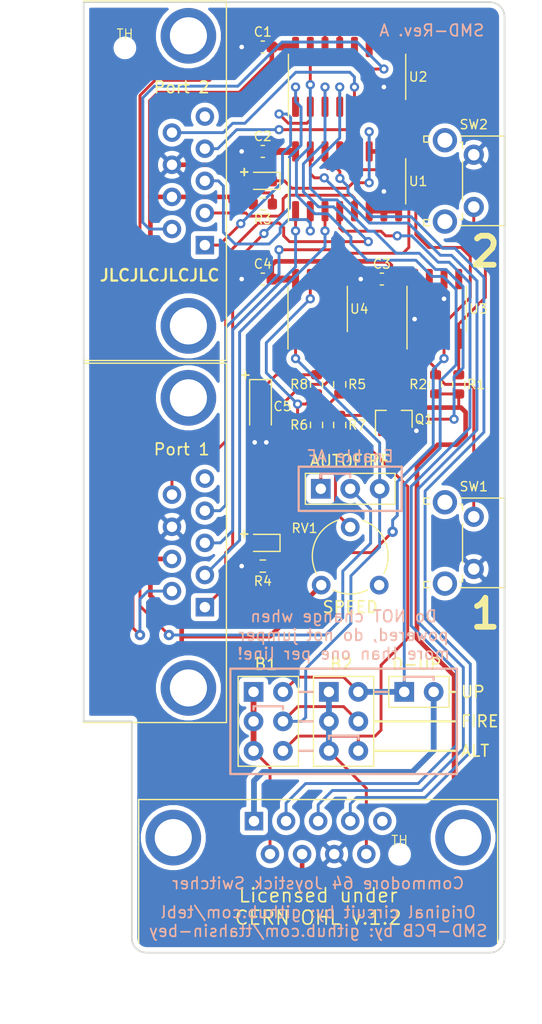
<source format=kicad_pcb>
(kicad_pcb (version 20171130) (host pcbnew 5.1.12-84ad8e8a86~92~ubuntu20.04.1)

  (general
    (thickness 1.6)
    (drawings 62)
    (tracks 497)
    (zones 0)
    (modules 32)
    (nets 42)
  )

  (page A4)
  (layers
    (0 F.Cu signal)
    (31 B.Cu signal)
    (32 B.Adhes user hide)
    (33 F.Adhes user hide)
    (34 B.Paste user)
    (35 F.Paste user)
    (36 B.SilkS user)
    (37 F.SilkS user)
    (38 B.Mask user)
    (39 F.Mask user)
    (40 Dwgs.User user)
    (41 Cmts.User user hide)
    (42 Eco1.User user hide)
    (43 Eco2.User user hide)
    (44 Edge.Cuts user)
    (45 Margin user hide)
    (46 B.CrtYd user hide)
    (47 F.CrtYd user hide)
    (48 B.Fab user hide)
    (49 F.Fab user hide)
  )

  (setup
    (last_trace_width 0.25)
    (trace_clearance 0.25)
    (zone_clearance 0.4)
    (zone_45_only no)
    (trace_min 0.25)
    (via_size 0.8)
    (via_drill 0.4)
    (via_min_size 0.8)
    (via_min_drill 0.3)
    (uvia_size 0.3)
    (uvia_drill 0.1)
    (uvias_allowed no)
    (uvia_min_size 0.2)
    (uvia_min_drill 0.1)
    (edge_width 0.15)
    (segment_width 0.2)
    (pcb_text_width 0.3)
    (pcb_text_size 1.5 1.5)
    (mod_edge_width 0.15)
    (mod_text_size 1 1)
    (mod_text_width 0.15)
    (pad_size 1.152 1.152)
    (pad_drill 1.152)
    (pad_to_mask_clearance 0)
    (aux_axis_origin 95.544 35.56)
    (visible_elements 7FFFFFFF)
    (pcbplotparams
      (layerselection 0x010fc_ffffffff)
      (usegerberextensions true)
      (usegerberattributes true)
      (usegerberadvancedattributes true)
      (creategerberjobfile false)
      (excludeedgelayer true)
      (linewidth 0.100000)
      (plotframeref false)
      (viasonmask false)
      (mode 1)
      (useauxorigin true)
      (hpglpennumber 1)
      (hpglpenspeed 20)
      (hpglpendiameter 15.000000)
      (psnegative false)
      (psa4output false)
      (plotreference true)
      (plotvalue true)
      (plotinvisibletext false)
      (padsonsilk false)
      (subtractmaskfromsilk true)
      (outputformat 1)
      (mirror false)
      (drillshape 0)
      (scaleselection 1)
      (outputdirectory "Gerber"))
  )

  (net 0 "")
  (net 1 PORT)
  (net 2 "Net-(D1-Pad2)")
  (net 3 "Net-(D2-Pad1)")
  (net 4 VCC)
  (net 5 GND)
  (net 6 DOWN)
  (net 7 LEFT)
  (net 8 RIGHT)
  (net 9 UP)
  (net 10 FIRE)
  (net 11 "Net-(J1-Pad9)")
  (net 12 "Net-(J2-Pad9)")
  (net 13 "Net-(J4-Pad6)")
  (net 14 ALT_FIRE)
  (net 15 "Net-(R1-Pad1)")
  (net 16 "Net-(R2-Pad1)")
  (net 17 "Net-(J1-Pad1)")
  (net 18 "Net-(J1-Pad2)")
  (net 19 "Net-(J1-Pad3)")
  (net 20 "Net-(J1-Pad4)")
  (net 21 "Net-(J1-Pad6)")
  (net 22 "Net-(J2-Pad1)")
  (net 23 "Net-(J2-Pad2)")
  (net 24 "Net-(J2-Pad3)")
  (net 25 "Net-(J2-Pad4)")
  (net 26 "Net-(J2-Pad6)")
  (net 27 /GP_UP)
  (net 28 /GP_BTN_1)
  (net 29 /GP_BTN_2)
  (net 30 AUTOFIRE)
  (net 31 "Net-(C5-Pad1)")
  (net 32 "Net-(JP2-Pad2)")
  (net 33 "Net-(J1-Pad5)")
  (net 34 "Net-(J2-Pad5)")
  (net 35 "Net-(J3-Pad5)")
  (net 36 "Net-(RV1-Pad1)")
  (net 37 "Net-(U3-Pad7)")
  (net 38 "Net-(U3-Pad5)")
  (net 39 "Net-(U4-Pad5)")
  (net 40 "Net-(Q1-Pad1)")
  (net 41 "Net-(R8-Pad2)")

  (net_class Default "This is the default net class."
    (clearance 0.25)
    (trace_width 0.25)
    (via_dia 0.8)
    (via_drill 0.4)
    (uvia_dia 0.3)
    (uvia_drill 0.1)
    (diff_pair_width 0.25)
    (diff_pair_gap 0.25)
    (add_net /GP_BTN_1)
    (add_net /GP_BTN_2)
    (add_net /GP_UP)
    (add_net ALT_FIRE)
    (add_net AUTOFIRE)
    (add_net DOWN)
    (add_net FIRE)
    (add_net GND)
    (add_net LEFT)
    (add_net "Net-(C5-Pad1)")
    (add_net "Net-(D1-Pad2)")
    (add_net "Net-(D2-Pad1)")
    (add_net "Net-(J1-Pad1)")
    (add_net "Net-(J1-Pad2)")
    (add_net "Net-(J1-Pad3)")
    (add_net "Net-(J1-Pad4)")
    (add_net "Net-(J1-Pad5)")
    (add_net "Net-(J1-Pad6)")
    (add_net "Net-(J1-Pad9)")
    (add_net "Net-(J2-Pad1)")
    (add_net "Net-(J2-Pad2)")
    (add_net "Net-(J2-Pad3)")
    (add_net "Net-(J2-Pad4)")
    (add_net "Net-(J2-Pad5)")
    (add_net "Net-(J2-Pad6)")
    (add_net "Net-(J2-Pad9)")
    (add_net "Net-(J3-Pad5)")
    (add_net "Net-(J4-Pad6)")
    (add_net "Net-(JP2-Pad2)")
    (add_net "Net-(Q1-Pad1)")
    (add_net "Net-(R1-Pad1)")
    (add_net "Net-(R2-Pad1)")
    (add_net "Net-(R8-Pad2)")
    (add_net "Net-(RV1-Pad1)")
    (add_net "Net-(U3-Pad5)")
    (add_net "Net-(U3-Pad7)")
    (add_net "Net-(U4-Pad5)")
    (add_net PORT)
    (add_net RIGHT)
    (add_net UP)
    (add_net VCC)
  )

  (module Capacitor_Tantalum_SMD:CP_EIA-3216-18_Kemet-A (layer F.Cu) (tedit 5EBA9318) (tstamp 61B62115)
    (at 110.8 70.4 270)
    (descr "Tantalum Capacitor SMD Kemet-A (3216-18 Metric), IPC_7351 nominal, (Body size from: http://www.kemet.com/Lists/ProductCatalog/Attachments/253/KEM_TC101_STD.pdf), generated with kicad-footprint-generator")
    (tags "capacitor tantalum")
    (path /5D8CD3EA)
    (attr smd)
    (fp_text reference C5 (at 0 -1.9 180) (layer F.SilkS)
      (effects (font (size 0.8 0.8) (thickness 0.12)))
    )
    (fp_text value 10uF (at 0 1.75 90) (layer F.Fab)
      (effects (font (size 1 1) (thickness 0.15)))
    )
    (fp_text user %R (at 0 0 90) (layer F.Fab)
      (effects (font (size 0.8 0.8) (thickness 0.12)))
    )
    (fp_line (start 1.6 -0.8) (end -1.2 -0.8) (layer F.Fab) (width 0.1))
    (fp_line (start -1.2 -0.8) (end -1.6 -0.4) (layer F.Fab) (width 0.1))
    (fp_line (start -1.6 -0.4) (end -1.6 0.8) (layer F.Fab) (width 0.1))
    (fp_line (start -1.6 0.8) (end 1.6 0.8) (layer F.Fab) (width 0.1))
    (fp_line (start 1.6 0.8) (end 1.6 -0.8) (layer F.Fab) (width 0.1))
    (fp_line (start 1.6 -0.935) (end -2.31 -0.935) (layer F.SilkS) (width 0.12))
    (fp_line (start -2.31 -0.935) (end -2.31 0.935) (layer F.SilkS) (width 0.12))
    (fp_line (start -2.31 0.935) (end 1.6 0.935) (layer F.SilkS) (width 0.12))
    (fp_line (start -2.3 1.05) (end -2.3 -1.05) (layer F.CrtYd) (width 0.05))
    (fp_line (start -2.3 -1.05) (end 2.3 -1.05) (layer F.CrtYd) (width 0.05))
    (fp_line (start 2.3 -1.05) (end 2.3 1.05) (layer F.CrtYd) (width 0.05))
    (fp_line (start 2.3 1.05) (end -2.3 1.05) (layer F.CrtYd) (width 0.05))
    (pad 2 smd roundrect (at 1.35 0 270) (size 1.4 1.35) (layers F.Cu F.Paste F.Mask) (roundrect_rratio 0.185185)
      (net 5 GND))
    (pad 1 smd roundrect (at -1.35 0 270) (size 1.4 1.35) (layers F.Cu F.Paste F.Mask) (roundrect_rratio 0.185185)
      (net 31 "Net-(C5-Pad1)"))
    (model ${KISYS3DMOD}/Capacitor_Tantalum_SMD.3dshapes/CP_EIA-3216-18_Kemet-A.wrl
      (at (xyz 0 0 0))
      (scale (xyz 1 1 1))
      (rotate (xyz 0 0 0))
    )
  )

  (module MountingHole:MountingHole_2.1mm (layer F.Cu) (tedit 61B5C804) (tstamp 61B4B75F)
    (at 122.8 109)
    (descr "Mounting Hole 2.1mm, no annular")
    (tags "mounting hole 2.1mm no annular")
    (attr virtual)
    (fp_text reference TH (at 0 -1.2) (layer F.SilkS)
      (effects (font (size 0.8 0.8) (thickness 0.1)))
    )
    (fp_text value "Tooling Hole 1,1mm" (at 0 3.2) (layer F.Fab)
      (effects (font (size 1 1) (thickness 0.15)))
    )
    (fp_circle (center 0 0) (end 2.1 0) (layer Cmts.User) (width 0.15))
    (fp_circle (center 0 0) (end 2.35 0) (layer F.CrtYd) (width 0.05))
    (fp_text user %R (at 0.3 0) (layer F.Fab) hide
      (effects (font (size 0.5 0.5) (thickness 0.05)))
    )
    (pad "" np_thru_hole circle (at 0 0) (size 1.152 1.152) (drill 1.152) (layers *.Cu *.Mask))
  )

  (module MountingHole:MountingHole_2.1mm (layer F.Cu) (tedit 61B5C7CF) (tstamp 61B5C8BA)
    (at 99.1 39.5)
    (descr "Mounting Hole 2.1mm, no annular")
    (tags "mounting hole 2.1mm no annular")
    (attr virtual)
    (fp_text reference TH (at 0 -1.2) (layer F.SilkS)
      (effects (font (size 0.8 0.8) (thickness 0.1)))
    )
    (fp_text value "Tooling Hole 1,1mm" (at 0 3.2) (layer F.Fab)
      (effects (font (size 1 1) (thickness 0.15)))
    )
    (fp_circle (center 0 0) (end 2.35 0) (layer F.CrtYd) (width 0.05))
    (fp_circle (center 0 0) (end 2.1 0) (layer Cmts.User) (width 0.15))
    (fp_text user %R (at 0.3 0) (layer F.Fab) hide
      (effects (font (size 0.5 0.5) (thickness 0.05)))
    )
    (pad "" np_thru_hole circle (at 0 0) (size 1.152 1.152) (drill 1.152) (layers *.Cu *.Mask))
  )

  (module Potentiometer_THT:Potentiometer_Piher_PT-6-V_Vertical (layer F.Cu) (tedit 5A3D4993) (tstamp 5D8C858C)
    (at 121.04 85.8 90)
    (descr "Potentiometer, vertical, Piher PT-6-V, http://www.piher-nacesa.com/pdf/11-PT6v03.pdf")
    (tags "Potentiometer vertical Piher PT-6-V")
    (path /5D8CDA84)
    (fp_text reference RV1 (at 4.9 -6.44 180) (layer F.SilkS)
      (effects (font (size 0.8 0.8) (thickness 0.12)))
    )
    (fp_text value 10k (at 2.5 -2.5 180) (layer F.Fab)
      (effects (font (size 1 1) (thickness 0.15)))
    )
    (fp_line (start 6.1 -6.1) (end -1.1 -6.1) (layer F.CrtYd) (width 0.05))
    (fp_line (start 6.1 1.1) (end 6.1 -6.1) (layer F.CrtYd) (width 0.05))
    (fp_line (start -1.1 1.1) (end 6.1 1.1) (layer F.CrtYd) (width 0.05))
    (fp_line (start -1.1 -6.1) (end -1.1 1.1) (layer F.CrtYd) (width 0.05))
    (fp_circle (center 2.5 -2.5) (end 3.4 -2.5) (layer F.Fab) (width 0.1))
    (fp_circle (center 2.5 -2.5) (end 5.65 -2.5) (layer F.Fab) (width 0.1))
    (fp_text user %R (at 0.55 -2.5) (layer F.Fab)
      (effects (font (size 1 1) (thickness 0.15)))
    )
    (fp_arc (start 2.5 -2.5) (end 1.015 0.414) (angle -28) (layer F.SilkS) (width 0.12))
    (fp_arc (start 2.5 -2.5) (end -0.414 -3.984) (angle -54) (layer F.SilkS) (width 0.12))
    (fp_arc (start 2.5 -2.5) (end 5.592 -3.564) (angle -98) (layer F.SilkS) (width 0.12))
    (fp_arc (start 2.5 -2.5) (end 2.5 0.77) (angle -71) (layer F.SilkS) (width 0.12))
    (pad 1 thru_hole circle (at 0 0 90) (size 1.62 1.62) (drill 0.9) (layers *.Cu *.Mask)
      (net 36 "Net-(RV1-Pad1)"))
    (pad 2 thru_hole circle (at 5 -2.5 90) (size 1.62 1.62) (drill 0.9) (layers *.Cu *.Mask)
      (net 41 "Net-(R8-Pad2)"))
    (pad 3 thru_hole circle (at 0 -5 90) (size 1.62 1.62) (drill 0.9) (layers *.Cu *.Mask)
      (net 4 VCC))
    (model ${KISYS3DMOD}/Potentiometer_THT.3dshapes/Potentiometer_Piher_PT-6-V_Vertical.wrl
      (at (xyz 0 0 0))
      (scale (xyz 1 1 1))
      (rotate (xyz 0 0 0))
    )
    (model ${KIPRJMOD}/modules/trimmer_piher_pt6-xv.wrl
      (offset (xyz 2.5 2.5 0))
      (scale (xyz 1 1 1))
      (rotate (xyz 0 0 -90))
    )
  )

  (module Package_TO_SOT_SMD:SOT-23 (layer F.Cu) (tedit 5A02FF57) (tstamp 5D72B3E1)
    (at 122.3 71.5 90)
    (descr "SOT-23, Standard")
    (tags SOT-23)
    (path /5D735D55)
    (attr smd)
    (fp_text reference Q1 (at 0 2.6 180) (layer F.SilkS)
      (effects (font (size 0.8 0.8) (thickness 0.12)))
    )
    (fp_text value BC847 (at 0 2.5 90) (layer F.Fab)
      (effects (font (size 1 1) (thickness 0.15)))
    )
    (fp_line (start 0.76 1.58) (end -0.7 1.58) (layer F.SilkS) (width 0.12))
    (fp_line (start 0.76 -1.58) (end -1.4 -1.58) (layer F.SilkS) (width 0.12))
    (fp_line (start -1.7 1.75) (end -1.7 -1.75) (layer F.CrtYd) (width 0.05))
    (fp_line (start 1.7 1.75) (end -1.7 1.75) (layer F.CrtYd) (width 0.05))
    (fp_line (start 1.7 -1.75) (end 1.7 1.75) (layer F.CrtYd) (width 0.05))
    (fp_line (start -1.7 -1.75) (end 1.7 -1.75) (layer F.CrtYd) (width 0.05))
    (fp_line (start 0.76 -1.58) (end 0.76 -0.65) (layer F.SilkS) (width 0.12))
    (fp_line (start 0.76 1.58) (end 0.76 0.65) (layer F.SilkS) (width 0.12))
    (fp_line (start -0.7 1.52) (end 0.7 1.52) (layer F.Fab) (width 0.1))
    (fp_line (start 0.7 -1.52) (end 0.7 1.52) (layer F.Fab) (width 0.1))
    (fp_line (start -0.7 -0.95) (end -0.15 -1.52) (layer F.Fab) (width 0.1))
    (fp_line (start -0.15 -1.52) (end 0.7 -1.52) (layer F.Fab) (width 0.1))
    (fp_line (start -0.7 -0.95) (end -0.7 1.5) (layer F.Fab) (width 0.1))
    (fp_text user %R (at 0 0) (layer F.Fab)
      (effects (font (size 0.5 0.5) (thickness 0.075)))
    )
    (pad 3 smd rect (at 1 0 90) (size 0.9 0.8) (layers F.Cu F.Paste F.Mask)
      (net 14 ALT_FIRE))
    (pad 2 smd rect (at -1 0.95 90) (size 0.9 0.8) (layers F.Cu F.Paste F.Mask)
      (net 5 GND))
    (pad 1 smd rect (at -1 -0.95 90) (size 0.9 0.8) (layers F.Cu F.Paste F.Mask)
      (net 40 "Net-(Q1-Pad1)"))
    (model ${KISYS3DMOD}/Package_TO_SOT_SMD.3dshapes/SOT-23.wrl
      (at (xyz 0 0 0))
      (scale (xyz 1 1 1))
      (rotate (xyz 0 0 0))
    )
  )

  (module LED_SMD:LED_0603_1608Metric (layer F.Cu) (tedit 5F68FEF1) (tstamp 5D11215D)
    (at 111 82.16 180)
    (descr "LED SMD 0603 (1608 Metric), square (rectangular) end terminal, IPC_7351 nominal, (Body size source: http://www.tortai-tech.com/upload/download/2011102023233369053.pdf), generated with kicad-footprint-generator")
    (tags LED)
    (path /5D1475EF)
    (attr smd)
    (fp_text reference D2 (at 0 0) (layer F.SilkS) hide
      (effects (font (size 0.8 0.8) (thickness 0.12)))
    )
    (fp_text value P1_LED (at 0 1.43) (layer F.Fab)
      (effects (font (size 1 1) (thickness 0.15)))
    )
    (fp_line (start 0.8 -0.4) (end -0.5 -0.4) (layer F.Fab) (width 0.1))
    (fp_line (start -0.5 -0.4) (end -0.8 -0.1) (layer F.Fab) (width 0.1))
    (fp_line (start -0.8 -0.1) (end -0.8 0.4) (layer F.Fab) (width 0.1))
    (fp_line (start -0.8 0.4) (end 0.8 0.4) (layer F.Fab) (width 0.1))
    (fp_line (start 0.8 0.4) (end 0.8 -0.4) (layer F.Fab) (width 0.1))
    (fp_line (start 0.8 -0.735) (end -1.485 -0.735) (layer F.SilkS) (width 0.12))
    (fp_line (start -1.485 -0.735) (end -1.485 0.735) (layer F.SilkS) (width 0.12))
    (fp_line (start -1.485 0.735) (end 0.8 0.735) (layer F.SilkS) (width 0.12))
    (fp_line (start -1.48 0.73) (end -1.48 -0.73) (layer F.CrtYd) (width 0.05))
    (fp_line (start -1.48 -0.73) (end 1.48 -0.73) (layer F.CrtYd) (width 0.05))
    (fp_line (start 1.48 -0.73) (end 1.48 0.73) (layer F.CrtYd) (width 0.05))
    (fp_line (start 1.48 0.73) (end -1.48 0.73) (layer F.CrtYd) (width 0.05))
    (fp_text user %R (at 0 0) (layer F.Fab)
      (effects (font (size 0.4 0.4) (thickness 0.06)))
    )
    (pad 2 smd roundrect (at 0.7875 0 180) (size 0.875 0.95) (layers F.Cu F.Paste F.Mask) (roundrect_rratio 0.25)
      (net 1 PORT))
    (pad 1 smd roundrect (at -0.7875 0 180) (size 0.875 0.95) (layers F.Cu F.Paste F.Mask) (roundrect_rratio 0.25)
      (net 3 "Net-(D2-Pad1)"))
    (model ${KISYS3DMOD}/LED_SMD.3dshapes/LED_0603_1608Metric.wrl
      (at (xyz 0 0 0))
      (scale (xyz 1 1 1))
      (rotate (xyz 0 0 0))
    )
  )

  (module LED_SMD:LED_0603_1608Metric (layer F.Cu) (tedit 5F68FEF1) (tstamp 5D112157)
    (at 111 50.96 180)
    (descr "LED SMD 0603 (1608 Metric), square (rectangular) end terminal, IPC_7351 nominal, (Body size source: http://www.tortai-tech.com/upload/download/2011102023233369053.pdf), generated with kicad-footprint-generator")
    (tags LED)
    (path /5D146669)
    (attr smd)
    (fp_text reference D1 (at 0 0) (layer F.SilkS) hide
      (effects (font (size 0.8 0.8) (thickness 0.12)))
    )
    (fp_text value P2_LED (at 0 1.43) (layer F.Fab)
      (effects (font (size 1 1) (thickness 0.15)))
    )
    (fp_line (start 0.8 -0.4) (end -0.5 -0.4) (layer F.Fab) (width 0.1))
    (fp_line (start -0.5 -0.4) (end -0.8 -0.1) (layer F.Fab) (width 0.1))
    (fp_line (start -0.8 -0.1) (end -0.8 0.4) (layer F.Fab) (width 0.1))
    (fp_line (start -0.8 0.4) (end 0.8 0.4) (layer F.Fab) (width 0.1))
    (fp_line (start 0.8 0.4) (end 0.8 -0.4) (layer F.Fab) (width 0.1))
    (fp_line (start 0.8 -0.735) (end -1.485 -0.735) (layer F.SilkS) (width 0.12))
    (fp_line (start -1.485 -0.735) (end -1.485 0.735) (layer F.SilkS) (width 0.12))
    (fp_line (start -1.485 0.735) (end 0.8 0.735) (layer F.SilkS) (width 0.12))
    (fp_line (start -1.48 0.73) (end -1.48 -0.73) (layer F.CrtYd) (width 0.05))
    (fp_line (start -1.48 -0.73) (end 1.48 -0.73) (layer F.CrtYd) (width 0.05))
    (fp_line (start 1.48 -0.73) (end 1.48 0.73) (layer F.CrtYd) (width 0.05))
    (fp_line (start 1.48 0.73) (end -1.48 0.73) (layer F.CrtYd) (width 0.05))
    (fp_text user %R (at 0 0) (layer F.Fab)
      (effects (font (size 0.4 0.4) (thickness 0.06)))
    )
    (pad 2 smd roundrect (at 0.7875 0 180) (size 0.875 0.95) (layers F.Cu F.Paste F.Mask) (roundrect_rratio 0.25)
      (net 2 "Net-(D1-Pad2)"))
    (pad 1 smd roundrect (at -0.7875 0 180) (size 0.875 0.95) (layers F.Cu F.Paste F.Mask) (roundrect_rratio 0.25)
      (net 1 PORT))
    (model ${KISYS3DMOD}/LED_SMD.3dshapes/LED_0603_1608Metric.wrl
      (at (xyz 0 0 0))
      (scale (xyz 1 1 1))
      (rotate (xyz 0 0 0))
    )
  )

  (module Package_SO:SO-8_3.9x4.9mm_P1.27mm (layer F.Cu) (tedit 5D9F72B1) (tstamp 5D8C8598)
    (at 115.73 62 90)
    (descr "SO, 8 Pin (https://www.nxp.com/docs/en/data-sheet/PCF8523.pdf), generated with kicad-footprint-generator ipc_gullwing_generator.py")
    (tags "SO SO")
    (path /5D8CCE39)
    (attr smd)
    (fp_text reference U4 (at 0 3.59 180) (layer F.SilkS)
      (effects (font (size 0.8 0.8) (thickness 0.12)))
    )
    (fp_text value TLC555CDR (at 0 3.4 90) (layer F.Fab)
      (effects (font (size 1 1) (thickness 0.15)))
    )
    (fp_line (start 0 2.56) (end 1.95 2.56) (layer F.SilkS) (width 0.12))
    (fp_line (start 0 2.56) (end -1.95 2.56) (layer F.SilkS) (width 0.12))
    (fp_line (start 0 -2.56) (end 1.95 -2.56) (layer F.SilkS) (width 0.12))
    (fp_line (start 0 -2.56) (end -3.45 -2.56) (layer F.SilkS) (width 0.12))
    (fp_line (start -0.975 -2.45) (end 1.95 -2.45) (layer F.Fab) (width 0.1))
    (fp_line (start 1.95 -2.45) (end 1.95 2.45) (layer F.Fab) (width 0.1))
    (fp_line (start 1.95 2.45) (end -1.95 2.45) (layer F.Fab) (width 0.1))
    (fp_line (start -1.95 2.45) (end -1.95 -1.475) (layer F.Fab) (width 0.1))
    (fp_line (start -1.95 -1.475) (end -0.975 -2.45) (layer F.Fab) (width 0.1))
    (fp_line (start -3.7 -2.7) (end -3.7 2.7) (layer F.CrtYd) (width 0.05))
    (fp_line (start -3.7 2.7) (end 3.7 2.7) (layer F.CrtYd) (width 0.05))
    (fp_line (start 3.7 2.7) (end 3.7 -2.7) (layer F.CrtYd) (width 0.05))
    (fp_line (start 3.7 -2.7) (end -3.7 -2.7) (layer F.CrtYd) (width 0.05))
    (fp_text user %R (at 0 0 90) (layer F.Fab)
      (effects (font (size 0.98 0.98) (thickness 0.15)))
    )
    (pad 8 smd roundrect (at 2.575 -1.905 90) (size 1.75 0.6) (layers F.Cu F.Paste F.Mask) (roundrect_rratio 0.25)
      (net 4 VCC))
    (pad 7 smd roundrect (at 2.575 -0.635 90) (size 1.75 0.6) (layers F.Cu F.Paste F.Mask) (roundrect_rratio 0.25)
      (net 41 "Net-(R8-Pad2)"))
    (pad 6 smd roundrect (at 2.575 0.635 90) (size 1.75 0.6) (layers F.Cu F.Paste F.Mask) (roundrect_rratio 0.25)
      (net 31 "Net-(C5-Pad1)"))
    (pad 5 smd roundrect (at 2.575 1.905 90) (size 1.75 0.6) (layers F.Cu F.Paste F.Mask) (roundrect_rratio 0.25)
      (net 39 "Net-(U4-Pad5)"))
    (pad 4 smd roundrect (at -2.575 1.905 90) (size 1.75 0.6) (layers F.Cu F.Paste F.Mask) (roundrect_rratio 0.25)
      (net 4 VCC))
    (pad 3 smd roundrect (at -2.575 0.635 90) (size 1.75 0.6) (layers F.Cu F.Paste F.Mask) (roundrect_rratio 0.25)
      (net 30 AUTOFIRE))
    (pad 2 smd roundrect (at -2.575 -0.635 90) (size 1.75 0.6) (layers F.Cu F.Paste F.Mask) (roundrect_rratio 0.25)
      (net 31 "Net-(C5-Pad1)"))
    (pad 1 smd roundrect (at -2.575 -1.905 90) (size 1.75 0.6) (layers F.Cu F.Paste F.Mask) (roundrect_rratio 0.25)
      (net 10 FIRE))
    (model ${KISYS3DMOD}/Package_SO.3dshapes/SOIC-8_3.9x4.9mm_P1.27mm.wrl
      (at (xyz 0 0 0))
      (scale (xyz 1 1 1))
      (rotate (xyz 0 0 0))
    )
  )

  (module Package_SO:SO-8_3.9x4.9mm_P1.27mm (layer F.Cu) (tedit 5D9F72B1) (tstamp 5D1121FC)
    (at 126 62 90)
    (descr "SO, 8 Pin (https://www.nxp.com/docs/en/data-sheet/PCF8523.pdf), generated with kicad-footprint-generator ipc_gullwing_generator.py")
    (tags "SO SO")
    (path /5D141B99)
    (attr smd)
    (fp_text reference U3 (at 0 3.59 180) (layer F.SilkS)
      (effects (font (size 0.8 0.8) (thickness 0.12)))
    )
    (fp_text value TLC555CDR (at 0 3.4 90) (layer F.Fab)
      (effects (font (size 1 1) (thickness 0.15)))
    )
    (fp_line (start 0 2.56) (end 1.95 2.56) (layer F.SilkS) (width 0.12))
    (fp_line (start 0 2.56) (end -1.95 2.56) (layer F.SilkS) (width 0.12))
    (fp_line (start 0 -2.56) (end 1.95 -2.56) (layer F.SilkS) (width 0.12))
    (fp_line (start 0 -2.56) (end -3.45 -2.56) (layer F.SilkS) (width 0.12))
    (fp_line (start -0.975 -2.45) (end 1.95 -2.45) (layer F.Fab) (width 0.1))
    (fp_line (start 1.95 -2.45) (end 1.95 2.45) (layer F.Fab) (width 0.1))
    (fp_line (start 1.95 2.45) (end -1.95 2.45) (layer F.Fab) (width 0.1))
    (fp_line (start -1.95 2.45) (end -1.95 -1.475) (layer F.Fab) (width 0.1))
    (fp_line (start -1.95 -1.475) (end -0.975 -2.45) (layer F.Fab) (width 0.1))
    (fp_line (start -3.7 -2.7) (end -3.7 2.7) (layer F.CrtYd) (width 0.05))
    (fp_line (start -3.7 2.7) (end 3.7 2.7) (layer F.CrtYd) (width 0.05))
    (fp_line (start 3.7 2.7) (end 3.7 -2.7) (layer F.CrtYd) (width 0.05))
    (fp_line (start 3.7 -2.7) (end -3.7 -2.7) (layer F.CrtYd) (width 0.05))
    (fp_text user %R (at 0 0 90) (layer F.Fab)
      (effects (font (size 0.98 0.98) (thickness 0.15)))
    )
    (pad 8 smd roundrect (at 2.575 -1.905 90) (size 1.75 0.6) (layers F.Cu F.Paste F.Mask) (roundrect_rratio 0.25)
      (net 4 VCC))
    (pad 7 smd roundrect (at 2.575 -0.635 90) (size 1.75 0.6) (layers F.Cu F.Paste F.Mask) (roundrect_rratio 0.25)
      (net 37 "Net-(U3-Pad7)"))
    (pad 6 smd roundrect (at 2.575 0.635 90) (size 1.75 0.6) (layers F.Cu F.Paste F.Mask) (roundrect_rratio 0.25)
      (net 5 GND))
    (pad 5 smd roundrect (at 2.575 1.905 90) (size 1.75 0.6) (layers F.Cu F.Paste F.Mask) (roundrect_rratio 0.25)
      (net 38 "Net-(U3-Pad5)"))
    (pad 4 smd roundrect (at -2.575 1.905 90) (size 1.75 0.6) (layers F.Cu F.Paste F.Mask) (roundrect_rratio 0.25)
      (net 15 "Net-(R1-Pad1)"))
    (pad 3 smd roundrect (at -2.575 0.635 90) (size 1.75 0.6) (layers F.Cu F.Paste F.Mask) (roundrect_rratio 0.25)
      (net 1 PORT))
    (pad 2 smd roundrect (at -2.575 -0.635 90) (size 1.75 0.6) (layers F.Cu F.Paste F.Mask) (roundrect_rratio 0.25)
      (net 16 "Net-(R2-Pad1)"))
    (pad 1 smd roundrect (at -2.575 -1.905 90) (size 1.75 0.6) (layers F.Cu F.Paste F.Mask) (roundrect_rratio 0.25)
      (net 5 GND))
    (model ${KISYS3DMOD}/Package_SO.3dshapes/SOIC-8_3.9x4.9mm_P1.27mm.wrl
      (at (xyz 0 0 0))
      (scale (xyz 1 1 1))
      (rotate (xyz 0 0 0))
    )
  )

  (module Package_SO:SO-16_3.9x9.9mm_P1.27mm (layer F.Cu) (tedit 5E888720) (tstamp 5D1121F0)
    (at 118.27 42 90)
    (descr "SO, 16 Pin (https://www.nxp.com/docs/en/package-information/SOT109-1.pdf), generated with kicad-footprint-generator ipc_gullwing_generator.py")
    (tags "SO SO")
    (path /5D11BF85)
    (attr smd)
    (fp_text reference U2 (at 0 6.13 180) (layer F.SilkS)
      (effects (font (size 0.8 0.8) (thickness 0.12)))
    )
    (fp_text value 74HCT4053D (at 0 5.9 90) (layer F.Fab)
      (effects (font (size 1 1) (thickness 0.15)))
    )
    (fp_line (start 0 5.06) (end 1.95 5.06) (layer F.SilkS) (width 0.12))
    (fp_line (start 0 5.06) (end -1.95 5.06) (layer F.SilkS) (width 0.12))
    (fp_line (start 0 -5.06) (end 1.95 -5.06) (layer F.SilkS) (width 0.12))
    (fp_line (start 0 -5.06) (end -3.45 -5.06) (layer F.SilkS) (width 0.12))
    (fp_line (start -0.975 -4.95) (end 1.95 -4.95) (layer F.Fab) (width 0.1))
    (fp_line (start 1.95 -4.95) (end 1.95 4.95) (layer F.Fab) (width 0.1))
    (fp_line (start 1.95 4.95) (end -1.95 4.95) (layer F.Fab) (width 0.1))
    (fp_line (start -1.95 4.95) (end -1.95 -3.975) (layer F.Fab) (width 0.1))
    (fp_line (start -1.95 -3.975) (end -0.975 -4.95) (layer F.Fab) (width 0.1))
    (fp_line (start -3.7 -5.2) (end -3.7 5.2) (layer F.CrtYd) (width 0.05))
    (fp_line (start -3.7 5.2) (end 3.7 5.2) (layer F.CrtYd) (width 0.05))
    (fp_line (start 3.7 5.2) (end 3.7 -5.2) (layer F.CrtYd) (width 0.05))
    (fp_line (start 3.7 -5.2) (end -3.7 -5.2) (layer F.CrtYd) (width 0.05))
    (fp_text user %R (at 0 0 90) (layer F.Fab)
      (effects (font (size 0.98 0.98) (thickness 0.15)))
    )
    (pad 16 smd roundrect (at 2.575 -4.445 90) (size 1.75 0.6) (layers F.Cu F.Paste F.Mask) (roundrect_rratio 0.25)
      (net 4 VCC))
    (pad 15 smd roundrect (at 2.575 -3.175 90) (size 1.75 0.6) (layers F.Cu F.Paste F.Mask) (roundrect_rratio 0.25)
      (net 9 UP))
    (pad 14 smd roundrect (at 2.575 -1.905 90) (size 1.75 0.6) (layers F.Cu F.Paste F.Mask) (roundrect_rratio 0.25)
      (net 32 "Net-(JP2-Pad2)"))
    (pad 13 smd roundrect (at 2.575 -0.635 90) (size 1.75 0.6) (layers F.Cu F.Paste F.Mask) (roundrect_rratio 0.25)
      (net 21 "Net-(J1-Pad6)"))
    (pad 12 smd roundrect (at 2.575 0.635 90) (size 1.75 0.6) (layers F.Cu F.Paste F.Mask) (roundrect_rratio 0.25)
      (net 26 "Net-(J2-Pad6)"))
    (pad 11 smd roundrect (at 2.575 1.905 90) (size 1.75 0.6) (layers F.Cu F.Paste F.Mask) (roundrect_rratio 0.25)
      (net 1 PORT))
    (pad 10 smd roundrect (at 2.575 3.175 90) (size 1.75 0.6) (layers F.Cu F.Paste F.Mask) (roundrect_rratio 0.25)
      (net 1 PORT))
    (pad 9 smd roundrect (at 2.575 4.445 90) (size 1.75 0.6) (layers F.Cu F.Paste F.Mask) (roundrect_rratio 0.25)
      (net 1 PORT))
    (pad 8 smd roundrect (at -2.575 4.445 90) (size 1.75 0.6) (layers F.Cu F.Paste F.Mask) (roundrect_rratio 0.25)
      (net 5 GND))
    (pad 7 smd roundrect (at -2.575 3.175 90) (size 1.75 0.6) (layers F.Cu F.Paste F.Mask) (roundrect_rratio 0.25)
      (net 5 GND))
    (pad 6 smd roundrect (at -2.575 1.905 90) (size 1.75 0.6) (layers F.Cu F.Paste F.Mask) (roundrect_rratio 0.25)
      (net 5 GND))
    (pad 5 smd roundrect (at -2.575 0.635 90) (size 1.75 0.6) (layers F.Cu F.Paste F.Mask) (roundrect_rratio 0.25)
      (net 12 "Net-(J2-Pad9)"))
    (pad 4 smd roundrect (at -2.575 -0.635 90) (size 1.75 0.6) (layers F.Cu F.Paste F.Mask) (roundrect_rratio 0.25)
      (net 14 ALT_FIRE))
    (pad 3 smd roundrect (at -2.575 -1.905 90) (size 1.75 0.6) (layers F.Cu F.Paste F.Mask) (roundrect_rratio 0.25)
      (net 11 "Net-(J1-Pad9)"))
    (pad 2 smd roundrect (at -2.575 -3.175 90) (size 1.75 0.6) (layers F.Cu F.Paste F.Mask) (roundrect_rratio 0.25)
      (net 22 "Net-(J2-Pad1)"))
    (pad 1 smd roundrect (at -2.575 -4.445 90) (size 1.75 0.6) (layers F.Cu F.Paste F.Mask) (roundrect_rratio 0.25)
      (net 17 "Net-(J1-Pad1)"))
    (model ${KISYS3DMOD}/Package_SO.3dshapes/SOIC-16_3.9x9.9mm_P1.27mm.wrl
      (at (xyz 0 0 0))
      (scale (xyz 1 1 1))
      (rotate (xyz 0 0 0))
    )
  )

  (module Package_SO:SO-16_3.9x9.9mm_P1.27mm (layer F.Cu) (tedit 5E888720) (tstamp 5D1121DC)
    (at 118.27 51 90)
    (descr "SO, 16 Pin (https://www.nxp.com/docs/en/package-information/SOT109-1.pdf), generated with kicad-footprint-generator ipc_gullwing_generator.py")
    (tags "SO SO")
    (path /5D11BD35)
    (attr smd)
    (fp_text reference U1 (at 0 6.13 180) (layer F.SilkS)
      (effects (font (size 0.8 0.8) (thickness 0.12)))
    )
    (fp_text value 74HCT4053D (at 0 5.9 90) (layer F.Fab)
      (effects (font (size 1 1) (thickness 0.15)))
    )
    (fp_line (start 0 5.06) (end 1.95 5.06) (layer F.SilkS) (width 0.12))
    (fp_line (start 0 5.06) (end -1.95 5.06) (layer F.SilkS) (width 0.12))
    (fp_line (start 0 -5.06) (end 1.95 -5.06) (layer F.SilkS) (width 0.12))
    (fp_line (start 0 -5.06) (end -3.45 -5.06) (layer F.SilkS) (width 0.12))
    (fp_line (start -0.975 -4.95) (end 1.95 -4.95) (layer F.Fab) (width 0.1))
    (fp_line (start 1.95 -4.95) (end 1.95 4.95) (layer F.Fab) (width 0.1))
    (fp_line (start 1.95 4.95) (end -1.95 4.95) (layer F.Fab) (width 0.1))
    (fp_line (start -1.95 4.95) (end -1.95 -3.975) (layer F.Fab) (width 0.1))
    (fp_line (start -1.95 -3.975) (end -0.975 -4.95) (layer F.Fab) (width 0.1))
    (fp_line (start -3.7 -5.2) (end -3.7 5.2) (layer F.CrtYd) (width 0.05))
    (fp_line (start -3.7 5.2) (end 3.7 5.2) (layer F.CrtYd) (width 0.05))
    (fp_line (start 3.7 5.2) (end 3.7 -5.2) (layer F.CrtYd) (width 0.05))
    (fp_line (start 3.7 -5.2) (end -3.7 -5.2) (layer F.CrtYd) (width 0.05))
    (fp_text user %R (at 0 0 90) (layer F.Fab)
      (effects (font (size 0.98 0.98) (thickness 0.15)))
    )
    (pad 16 smd roundrect (at 2.575 -4.445 90) (size 1.75 0.6) (layers F.Cu F.Paste F.Mask) (roundrect_rratio 0.25)
      (net 4 VCC))
    (pad 15 smd roundrect (at 2.575 -3.175 90) (size 1.75 0.6) (layers F.Cu F.Paste F.Mask) (roundrect_rratio 0.25)
      (net 7 LEFT))
    (pad 14 smd roundrect (at 2.575 -1.905 90) (size 1.75 0.6) (layers F.Cu F.Paste F.Mask) (roundrect_rratio 0.25)
      (net 8 RIGHT))
    (pad 13 smd roundrect (at 2.575 -0.635 90) (size 1.75 0.6) (layers F.Cu F.Paste F.Mask) (roundrect_rratio 0.25)
      (net 20 "Net-(J1-Pad4)"))
    (pad 12 smd roundrect (at 2.575 0.635 90) (size 1.75 0.6) (layers F.Cu F.Paste F.Mask) (roundrect_rratio 0.25)
      (net 25 "Net-(J2-Pad4)"))
    (pad 11 smd roundrect (at 2.575 1.905 90) (size 1.75 0.6) (layers F.Cu F.Paste F.Mask) (roundrect_rratio 0.25)
      (net 1 PORT))
    (pad 10 smd roundrect (at 2.575 3.175 90) (size 1.75 0.6) (layers F.Cu F.Paste F.Mask) (roundrect_rratio 0.25)
      (net 1 PORT))
    (pad 9 smd roundrect (at 2.575 4.445 90) (size 1.75 0.6) (layers F.Cu F.Paste F.Mask) (roundrect_rratio 0.25)
      (net 1 PORT))
    (pad 8 smd roundrect (at -2.575 4.445 90) (size 1.75 0.6) (layers F.Cu F.Paste F.Mask) (roundrect_rratio 0.25)
      (net 5 GND))
    (pad 7 smd roundrect (at -2.575 3.175 90) (size 1.75 0.6) (layers F.Cu F.Paste F.Mask) (roundrect_rratio 0.25)
      (net 5 GND))
    (pad 6 smd roundrect (at -2.575 1.905 90) (size 1.75 0.6) (layers F.Cu F.Paste F.Mask) (roundrect_rratio 0.25)
      (net 5 GND))
    (pad 5 smd roundrect (at -2.575 0.635 90) (size 1.75 0.6) (layers F.Cu F.Paste F.Mask) (roundrect_rratio 0.25)
      (net 23 "Net-(J2-Pad2)"))
    (pad 4 smd roundrect (at -2.575 -0.635 90) (size 1.75 0.6) (layers F.Cu F.Paste F.Mask) (roundrect_rratio 0.25)
      (net 6 DOWN))
    (pad 3 smd roundrect (at -2.575 -1.905 90) (size 1.75 0.6) (layers F.Cu F.Paste F.Mask) (roundrect_rratio 0.25)
      (net 18 "Net-(J1-Pad2)"))
    (pad 2 smd roundrect (at -2.575 -3.175 90) (size 1.75 0.6) (layers F.Cu F.Paste F.Mask) (roundrect_rratio 0.25)
      (net 24 "Net-(J2-Pad3)"))
    (pad 1 smd roundrect (at -2.575 -4.445 90) (size 1.75 0.6) (layers F.Cu F.Paste F.Mask) (roundrect_rratio 0.25)
      (net 19 "Net-(J1-Pad3)"))
    (model ${KISYS3DMOD}/Package_SO.3dshapes/SOIC-16_3.9x9.9mm_P1.27mm.wrl
      (at (xyz 0 0 0))
      (scale (xyz 1 1 1))
      (rotate (xyz 0 0 0))
    )
  )

  (module Button_Switch_THT:SW_Tactile_SPST_Angled_PTS645Vx58-2LFS (layer F.Cu) (tedit 5A02FE31) (tstamp 61A3E08A)
    (at 129.2 48.71 270)
    (descr "tactile switch SPST right angle, PTS645VL58-2 LFS")
    (tags "tactile switch SPST angled PTS645VL58-2 LFS C&K Button")
    (path /5D1424D3)
    (fp_text reference SW2 (at -2.6 0 180) (layer F.SilkS)
      (effects (font (size 0.8 0.8) (thickness 0.12)))
    )
    (fp_text value P2_SEL (at 2.25 5.38988 90) (layer F.Fab)
      (effects (font (size 1 1) (thickness 0.15)))
    )
    (fp_line (start 0.5 -5.85) (end 0.5 -2.59) (layer F.Fab) (width 0.1))
    (fp_line (start 4 -5.85) (end 4 -2.59) (layer F.Fab) (width 0.1))
    (fp_line (start 0.5 -5.85) (end 4 -5.85) (layer F.Fab) (width 0.1))
    (fp_line (start -1.09 0.97) (end -1.09 1.2) (layer F.SilkS) (width 0.12))
    (fp_line (start 5.7 4.2) (end 5.7 0.86) (layer F.Fab) (width 0.1))
    (fp_line (start -1.5 4.2) (end -1.2 4.2) (layer F.Fab) (width 0.1))
    (fp_line (start -1.2 0.86) (end 5.7 0.86) (layer F.Fab) (width 0.1))
    (fp_line (start 6 4.2) (end 6 -2.59) (layer F.Fab) (width 0.1))
    (fp_line (start -2.5 -2.8) (end 7.05 -2.8) (layer F.CrtYd) (width 0.05))
    (fp_line (start 7.05 -2.8) (end 7.05 4.45) (layer F.CrtYd) (width 0.05))
    (fp_line (start 7.05 4.45) (end -2.5 4.45) (layer F.CrtYd) (width 0.05))
    (fp_line (start -2.5 4.45) (end -2.5 -2.8) (layer F.CrtYd) (width 0.05))
    (fp_line (start -1.61 -2.7) (end 6.11 -2.7) (layer F.SilkS) (width 0.12))
    (fp_line (start 6.11 -2.7) (end 6.11 1.2) (layer F.SilkS) (width 0.12))
    (fp_line (start -1.61 4.31) (end -1.09 4.31) (layer F.SilkS) (width 0.12))
    (fp_line (start -1.61 -2.7) (end -1.61 1.2) (layer F.SilkS) (width 0.12))
    (fp_line (start -1.5 -2.59) (end 6 -2.59) (layer F.Fab) (width 0.1))
    (fp_line (start -1.5 4.2) (end -1.5 -2.59) (layer F.Fab) (width 0.1))
    (fp_line (start 5.7 4.2) (end 6 4.2) (layer F.Fab) (width 0.1))
    (fp_line (start -1.2 4.2) (end -1.2 0.86) (layer F.Fab) (width 0.1))
    (fp_line (start 5.59 0.97) (end 5.59 1.2) (layer F.SilkS) (width 0.12))
    (fp_line (start -1.09 3.8) (end -1.09 4.31) (layer F.SilkS) (width 0.12))
    (fp_line (start -1.61 3.8) (end -1.61 4.31) (layer F.SilkS) (width 0.12))
    (fp_line (start 5.05 0.97) (end 5.59 0.97) (layer F.SilkS) (width 0.12))
    (fp_line (start 5.59 3.8) (end 5.59 4.31) (layer F.SilkS) (width 0.12))
    (fp_line (start 5.59 4.31) (end 6.11 4.31) (layer F.SilkS) (width 0.12))
    (fp_line (start 6.11 3.8) (end 6.11 4.31) (layer F.SilkS) (width 0.12))
    (fp_line (start -1.09 0.97) (end -0.55 0.97) (layer F.SilkS) (width 0.12))
    (fp_line (start 0.55 0.97) (end 3.95 0.97) (layer F.SilkS) (width 0.12))
    (fp_text user %R (at 2.25 1.68 90) (layer F.Fab)
      (effects (font (size 1 1) (thickness 0.15)))
    )
    (pad "" thru_hole circle (at -1.25 2.49 270) (size 2.1 2.1) (drill 1.3) (layers *.Cu *.Mask))
    (pad 1 thru_hole circle (at 0 0 270) (size 1.75 1.75) (drill 0.99) (layers *.Cu *.Mask)
      (net 5 GND))
    (pad 2 thru_hole circle (at 4.5 0 270) (size 1.75 1.75) (drill 0.99) (layers *.Cu *.Mask)
      (net 15 "Net-(R1-Pad1)"))
    (pad "" thru_hole circle (at 5.76 2.49 270) (size 2.1 2.1) (drill 1.3) (layers *.Cu *.Mask))
    (model ${KISYS3DMOD}/Button_Switch_THT.3dshapes/SW_Tactile_SPST_Angled_PTS645Vx58-2LFS.wrl
      (at (xyz 0 0 0))
      (scale (xyz 1 1 1))
      (rotate (xyz 0 0 0))
    )
  )

  (module Button_Switch_THT:SW_Tactile_SPST_Angled_PTS645Vx58-2LFS (layer F.Cu) (tedit 5A02FE31) (tstamp 5D1121C0)
    (at 129.2 79.91 270)
    (descr "tactile switch SPST right angle, PTS645VL58-2 LFS")
    (tags "tactile switch SPST angled PTS645VL58-2 LFS C&K Button")
    (path /5D1420E9)
    (fp_text reference SW1 (at -2.6 0 180) (layer F.SilkS)
      (effects (font (size 0.8 0.8) (thickness 0.12)))
    )
    (fp_text value P1_SEL (at 2.25 5.38988 90) (layer F.Fab)
      (effects (font (size 1 1) (thickness 0.15)))
    )
    (fp_line (start 0.5 -5.85) (end 0.5 -2.59) (layer F.Fab) (width 0.1))
    (fp_line (start 4 -5.85) (end 4 -2.59) (layer F.Fab) (width 0.1))
    (fp_line (start 0.5 -5.85) (end 4 -5.85) (layer F.Fab) (width 0.1))
    (fp_line (start -1.09 0.97) (end -1.09 1.2) (layer F.SilkS) (width 0.12))
    (fp_line (start 5.7 4.2) (end 5.7 0.86) (layer F.Fab) (width 0.1))
    (fp_line (start -1.5 4.2) (end -1.2 4.2) (layer F.Fab) (width 0.1))
    (fp_line (start -1.2 0.86) (end 5.7 0.86) (layer F.Fab) (width 0.1))
    (fp_line (start 6 4.2) (end 6 -2.59) (layer F.Fab) (width 0.1))
    (fp_line (start -2.5 -2.8) (end 7.05 -2.8) (layer F.CrtYd) (width 0.05))
    (fp_line (start 7.05 -2.8) (end 7.05 4.45) (layer F.CrtYd) (width 0.05))
    (fp_line (start 7.05 4.45) (end -2.5 4.45) (layer F.CrtYd) (width 0.05))
    (fp_line (start -2.5 4.45) (end -2.5 -2.8) (layer F.CrtYd) (width 0.05))
    (fp_line (start -1.61 -2.7) (end 6.11 -2.7) (layer F.SilkS) (width 0.12))
    (fp_line (start 6.11 -2.7) (end 6.11 1.2) (layer F.SilkS) (width 0.12))
    (fp_line (start -1.61 4.31) (end -1.09 4.31) (layer F.SilkS) (width 0.12))
    (fp_line (start -1.61 -2.7) (end -1.61 1.2) (layer F.SilkS) (width 0.12))
    (fp_line (start -1.5 -2.59) (end 6 -2.59) (layer F.Fab) (width 0.1))
    (fp_line (start -1.5 4.2) (end -1.5 -2.59) (layer F.Fab) (width 0.1))
    (fp_line (start 5.7 4.2) (end 6 4.2) (layer F.Fab) (width 0.1))
    (fp_line (start -1.2 4.2) (end -1.2 0.86) (layer F.Fab) (width 0.1))
    (fp_line (start 5.59 0.97) (end 5.59 1.2) (layer F.SilkS) (width 0.12))
    (fp_line (start -1.09 3.8) (end -1.09 4.31) (layer F.SilkS) (width 0.12))
    (fp_line (start -1.61 3.8) (end -1.61 4.31) (layer F.SilkS) (width 0.12))
    (fp_line (start 5.05 0.97) (end 5.59 0.97) (layer F.SilkS) (width 0.12))
    (fp_line (start 5.59 3.8) (end 5.59 4.31) (layer F.SilkS) (width 0.12))
    (fp_line (start 5.59 4.31) (end 6.11 4.31) (layer F.SilkS) (width 0.12))
    (fp_line (start 6.11 3.8) (end 6.11 4.31) (layer F.SilkS) (width 0.12))
    (fp_line (start -1.09 0.97) (end -0.55 0.97) (layer F.SilkS) (width 0.12))
    (fp_line (start 0.55 0.97) (end 3.95 0.97) (layer F.SilkS) (width 0.12))
    (fp_text user %R (at 2.25 1.68 90) (layer F.Fab)
      (effects (font (size 1 1) (thickness 0.15)))
    )
    (pad "" thru_hole circle (at -1.25 2.49 270) (size 2.1 2.1) (drill 1.3) (layers *.Cu *.Mask))
    (pad 1 thru_hole circle (at 0 0 270) (size 1.75 1.75) (drill 0.99) (layers *.Cu *.Mask)
      (net 16 "Net-(R2-Pad1)"))
    (pad 2 thru_hole circle (at 4.5 0 270) (size 1.75 1.75) (drill 0.99) (layers *.Cu *.Mask)
      (net 5 GND))
    (pad "" thru_hole circle (at 5.76 2.49 270) (size 2.1 2.1) (drill 1.3) (layers *.Cu *.Mask))
    (model ${KISYS3DMOD}/Button_Switch_THT.3dshapes/SW_Tactile_SPST_Angled_PTS645Vx58-2LFS.wrl
      (at (xyz 0 0 0))
      (scale (xyz 1 1 1))
      (rotate (xyz 0 0 0))
    )
  )

  (module Resistor_SMD:R_0603_1608Metric (layer F.Cu) (tedit 5F68FEEE) (tstamp 5D8C8585)
    (at 115.635 68.5 270)
    (descr "Resistor SMD 0603 (1608 Metric), square (rectangular) end terminal, IPC_7351 nominal, (Body size source: IPC-SM-782 page 72, https://www.pcb-3d.com/wordpress/wp-content/uploads/ipc-sm-782a_amendment_1_and_2.pdf), generated with kicad-footprint-generator")
    (tags resistor)
    (path /5D8CCFE2)
    (attr smd)
    (fp_text reference R8 (at 0 1.5 180) (layer F.SilkS)
      (effects (font (size 0.8 0.8) (thickness 0.12)))
    )
    (fp_text value 10k (at 0 1.43 90) (layer F.Fab)
      (effects (font (size 1 1) (thickness 0.15)))
    )
    (fp_line (start -0.8 0.4125) (end -0.8 -0.4125) (layer F.Fab) (width 0.1))
    (fp_line (start -0.8 -0.4125) (end 0.8 -0.4125) (layer F.Fab) (width 0.1))
    (fp_line (start 0.8 -0.4125) (end 0.8 0.4125) (layer F.Fab) (width 0.1))
    (fp_line (start 0.8 0.4125) (end -0.8 0.4125) (layer F.Fab) (width 0.1))
    (fp_line (start -0.237258 -0.5225) (end 0.237258 -0.5225) (layer F.SilkS) (width 0.12))
    (fp_line (start -0.237258 0.5225) (end 0.237258 0.5225) (layer F.SilkS) (width 0.12))
    (fp_line (start -1.48 0.73) (end -1.48 -0.73) (layer F.CrtYd) (width 0.05))
    (fp_line (start -1.48 -0.73) (end 1.48 -0.73) (layer F.CrtYd) (width 0.05))
    (fp_line (start 1.48 -0.73) (end 1.48 0.73) (layer F.CrtYd) (width 0.05))
    (fp_line (start 1.48 0.73) (end -1.48 0.73) (layer F.CrtYd) (width 0.05))
    (fp_text user %R (at 0 0 90) (layer F.Fab)
      (effects (font (size 0.4 0.4) (thickness 0.06)))
    )
    (pad 2 smd roundrect (at 0.825 0 270) (size 0.8 0.95) (layers F.Cu F.Paste F.Mask) (roundrect_rratio 0.25)
      (net 41 "Net-(R8-Pad2)"))
    (pad 1 smd roundrect (at -0.825 0 270) (size 0.8 0.95) (layers F.Cu F.Paste F.Mask) (roundrect_rratio 0.25)
      (net 31 "Net-(C5-Pad1)"))
    (model ${KISYS3DMOD}/Resistor_SMD.3dshapes/R_0603_1608Metric.wrl
      (at (xyz 0 0 0))
      (scale (xyz 1 1 1))
      (rotate (xyz 0 0 0))
    )
  )

  (module Resistor_SMD:R_0603_1608Metric (layer F.Cu) (tedit 5F68FEEE) (tstamp 5D72B3F3)
    (at 117.635 72 90)
    (descr "Resistor SMD 0603 (1608 Metric), square (rectangular) end terminal, IPC_7351 nominal, (Body size source: IPC-SM-782 page 72, https://www.pcb-3d.com/wordpress/wp-content/uploads/ipc-sm-782a_amendment_1_and_2.pdf), generated with kicad-footprint-generator")
    (tags resistor)
    (path /5D735556)
    (attr smd)
    (fp_text reference R7 (at 0 1.5 180) (layer F.SilkS)
      (effects (font (size 0.8 0.8) (thickness 0.12)))
    )
    (fp_text value 2k2 (at 0 1.43 90) (layer F.Fab)
      (effects (font (size 1 1) (thickness 0.15)))
    )
    (fp_line (start -0.8 0.4125) (end -0.8 -0.4125) (layer F.Fab) (width 0.1))
    (fp_line (start -0.8 -0.4125) (end 0.8 -0.4125) (layer F.Fab) (width 0.1))
    (fp_line (start 0.8 -0.4125) (end 0.8 0.4125) (layer F.Fab) (width 0.1))
    (fp_line (start 0.8 0.4125) (end -0.8 0.4125) (layer F.Fab) (width 0.1))
    (fp_line (start -0.237258 -0.5225) (end 0.237258 -0.5225) (layer F.SilkS) (width 0.12))
    (fp_line (start -0.237258 0.5225) (end 0.237258 0.5225) (layer F.SilkS) (width 0.12))
    (fp_line (start -1.48 0.73) (end -1.48 -0.73) (layer F.CrtYd) (width 0.05))
    (fp_line (start -1.48 -0.73) (end 1.48 -0.73) (layer F.CrtYd) (width 0.05))
    (fp_line (start 1.48 -0.73) (end 1.48 0.73) (layer F.CrtYd) (width 0.05))
    (fp_line (start 1.48 0.73) (end -1.48 0.73) (layer F.CrtYd) (width 0.05))
    (fp_text user %R (at 0 0 90) (layer F.Fab)
      (effects (font (size 0.4 0.4) (thickness 0.06)))
    )
    (pad 2 smd roundrect (at 0.825 0 90) (size 0.8 0.95) (layers F.Cu F.Paste F.Mask) (roundrect_rratio 0.25)
      (net 40 "Net-(Q1-Pad1)"))
    (pad 1 smd roundrect (at -0.825 0 90) (size 0.8 0.95) (layers F.Cu F.Paste F.Mask) (roundrect_rratio 0.25)
      (net 13 "Net-(J4-Pad6)"))
    (model ${KISYS3DMOD}/Resistor_SMD.3dshapes/R_0603_1608Metric.wrl
      (at (xyz 0 0 0))
      (scale (xyz 1 1 1))
      (rotate (xyz 0 0 0))
    )
  )

  (module Resistor_SMD:R_0603_1608Metric (layer F.Cu) (tedit 5F68FEEE) (tstamp 5D72B3ED)
    (at 115.635 72 270)
    (descr "Resistor SMD 0603 (1608 Metric), square (rectangular) end terminal, IPC_7351 nominal, (Body size source: IPC-SM-782 page 72, https://www.pcb-3d.com/wordpress/wp-content/uploads/ipc-sm-782a_amendment_1_and_2.pdf), generated with kicad-footprint-generator")
    (tags resistor)
    (path /5D736063)
    (attr smd)
    (fp_text reference R6 (at 0 1.5 180) (layer F.SilkS)
      (effects (font (size 0.8 0.8) (thickness 0.12)))
    )
    (fp_text value 100k (at 0 1.43 90) (layer F.Fab)
      (effects (font (size 1 1) (thickness 0.15)))
    )
    (fp_line (start -0.8 0.4125) (end -0.8 -0.4125) (layer F.Fab) (width 0.1))
    (fp_line (start -0.8 -0.4125) (end 0.8 -0.4125) (layer F.Fab) (width 0.1))
    (fp_line (start 0.8 -0.4125) (end 0.8 0.4125) (layer F.Fab) (width 0.1))
    (fp_line (start 0.8 0.4125) (end -0.8 0.4125) (layer F.Fab) (width 0.1))
    (fp_line (start -0.237258 -0.5225) (end 0.237258 -0.5225) (layer F.SilkS) (width 0.12))
    (fp_line (start -0.237258 0.5225) (end 0.237258 0.5225) (layer F.SilkS) (width 0.12))
    (fp_line (start -1.48 0.73) (end -1.48 -0.73) (layer F.CrtYd) (width 0.05))
    (fp_line (start -1.48 -0.73) (end 1.48 -0.73) (layer F.CrtYd) (width 0.05))
    (fp_line (start 1.48 -0.73) (end 1.48 0.73) (layer F.CrtYd) (width 0.05))
    (fp_line (start 1.48 0.73) (end -1.48 0.73) (layer F.CrtYd) (width 0.05))
    (fp_text user %R (at 0 0 90) (layer F.Fab)
      (effects (font (size 0.4 0.4) (thickness 0.06)))
    )
    (pad 2 smd roundrect (at 0.825 0 270) (size 0.8 0.95) (layers F.Cu F.Paste F.Mask) (roundrect_rratio 0.25)
      (net 40 "Net-(Q1-Pad1)"))
    (pad 1 smd roundrect (at -0.825 0 270) (size 0.8 0.95) (layers F.Cu F.Paste F.Mask) (roundrect_rratio 0.25)
      (net 14 ALT_FIRE))
    (model ${KISYS3DMOD}/Resistor_SMD.3dshapes/R_0603_1608Metric.wrl
      (at (xyz 0 0 0))
      (scale (xyz 1 1 1))
      (rotate (xyz 0 0 0))
    )
  )

  (module Resistor_SMD:R_0603_1608Metric (layer F.Cu) (tedit 5F68FEEE) (tstamp 5D72B3E7)
    (at 117.635 68.5 90)
    (descr "Resistor SMD 0603 (1608 Metric), square (rectangular) end terminal, IPC_7351 nominal, (Body size source: IPC-SM-782 page 72, https://www.pcb-3d.com/wordpress/wp-content/uploads/ipc-sm-782a_amendment_1_and_2.pdf), generated with kicad-footprint-generator")
    (tags resistor)
    (path /5D7367B5)
    (attr smd)
    (fp_text reference R5 (at 0 1.5 180) (layer F.SilkS)
      (effects (font (size 0.8 0.8) (thickness 0.12)))
    )
    (fp_text value 2k2 (at 0 1.43 90) (layer F.Fab)
      (effects (font (size 1 1) (thickness 0.15)))
    )
    (fp_line (start -0.8 0.4125) (end -0.8 -0.4125) (layer F.Fab) (width 0.1))
    (fp_line (start -0.8 -0.4125) (end 0.8 -0.4125) (layer F.Fab) (width 0.1))
    (fp_line (start 0.8 -0.4125) (end 0.8 0.4125) (layer F.Fab) (width 0.1))
    (fp_line (start 0.8 0.4125) (end -0.8 0.4125) (layer F.Fab) (width 0.1))
    (fp_line (start -0.237258 -0.5225) (end 0.237258 -0.5225) (layer F.SilkS) (width 0.12))
    (fp_line (start -0.237258 0.5225) (end 0.237258 0.5225) (layer F.SilkS) (width 0.12))
    (fp_line (start -1.48 0.73) (end -1.48 -0.73) (layer F.CrtYd) (width 0.05))
    (fp_line (start -1.48 -0.73) (end 1.48 -0.73) (layer F.CrtYd) (width 0.05))
    (fp_line (start 1.48 -0.73) (end 1.48 0.73) (layer F.CrtYd) (width 0.05))
    (fp_line (start 1.48 0.73) (end -1.48 0.73) (layer F.CrtYd) (width 0.05))
    (fp_text user %R (at 0 0 90) (layer F.Fab)
      (effects (font (size 0.4 0.4) (thickness 0.06)))
    )
    (pad 2 smd roundrect (at 0.825 0 90) (size 0.8 0.95) (layers F.Cu F.Paste F.Mask) (roundrect_rratio 0.25)
      (net 4 VCC))
    (pad 1 smd roundrect (at -0.825 0 90) (size 0.8 0.95) (layers F.Cu F.Paste F.Mask) (roundrect_rratio 0.25)
      (net 14 ALT_FIRE))
    (model ${KISYS3DMOD}/Resistor_SMD.3dshapes/R_0603_1608Metric.wrl
      (at (xyz 0 0 0))
      (scale (xyz 1 1 1))
      (rotate (xyz 0 0 0))
    )
  )

  (module Resistor_SMD:R_0603_1608Metric (layer F.Cu) (tedit 5F68FEEE) (tstamp 5D1121B8)
    (at 111 84.16)
    (descr "Resistor SMD 0603 (1608 Metric), square (rectangular) end terminal, IPC_7351 nominal, (Body size source: IPC-SM-782 page 72, https://www.pcb-3d.com/wordpress/wp-content/uploads/ipc-sm-782a_amendment_1_and_2.pdf), generated with kicad-footprint-generator")
    (tags resistor)
    (path /5D1465EA)
    (attr smd)
    (fp_text reference R4 (at 0 1.3) (layer F.SilkS)
      (effects (font (size 0.8 0.8) (thickness 0.12)))
    )
    (fp_text value 220 (at 0 1.43) (layer F.Fab)
      (effects (font (size 1 1) (thickness 0.15)))
    )
    (fp_line (start -0.8 0.4125) (end -0.8 -0.4125) (layer F.Fab) (width 0.1))
    (fp_line (start -0.8 -0.4125) (end 0.8 -0.4125) (layer F.Fab) (width 0.1))
    (fp_line (start 0.8 -0.4125) (end 0.8 0.4125) (layer F.Fab) (width 0.1))
    (fp_line (start 0.8 0.4125) (end -0.8 0.4125) (layer F.Fab) (width 0.1))
    (fp_line (start -0.237258 -0.5225) (end 0.237258 -0.5225) (layer F.SilkS) (width 0.12))
    (fp_line (start -0.237258 0.5225) (end 0.237258 0.5225) (layer F.SilkS) (width 0.12))
    (fp_line (start -1.48 0.73) (end -1.48 -0.73) (layer F.CrtYd) (width 0.05))
    (fp_line (start -1.48 -0.73) (end 1.48 -0.73) (layer F.CrtYd) (width 0.05))
    (fp_line (start 1.48 -0.73) (end 1.48 0.73) (layer F.CrtYd) (width 0.05))
    (fp_line (start 1.48 0.73) (end -1.48 0.73) (layer F.CrtYd) (width 0.05))
    (fp_text user %R (at 0 0) (layer F.Fab)
      (effects (font (size 0.4 0.4) (thickness 0.06)))
    )
    (pad 2 smd roundrect (at 0.825 0) (size 0.8 0.95) (layers F.Cu F.Paste F.Mask) (roundrect_rratio 0.25)
      (net 3 "Net-(D2-Pad1)"))
    (pad 1 smd roundrect (at -0.825 0) (size 0.8 0.95) (layers F.Cu F.Paste F.Mask) (roundrect_rratio 0.25)
      (net 5 GND))
    (model ${KISYS3DMOD}/Resistor_SMD.3dshapes/R_0603_1608Metric.wrl
      (at (xyz 0 0 0))
      (scale (xyz 1 1 1))
      (rotate (xyz 0 0 0))
    )
  )

  (module Resistor_SMD:R_0603_1608Metric (layer F.Cu) (tedit 5F68FEEE) (tstamp 5D1121B2)
    (at 111 52.96 180)
    (descr "Resistor SMD 0603 (1608 Metric), square (rectangular) end terminal, IPC_7351 nominal, (Body size source: IPC-SM-782 page 72, https://www.pcb-3d.com/wordpress/wp-content/uploads/ipc-sm-782a_amendment_1_and_2.pdf), generated with kicad-footprint-generator")
    (tags resistor)
    (path /5D148E70)
    (attr smd)
    (fp_text reference R3 (at 0 -1.3) (layer F.SilkS)
      (effects (font (size 0.8 0.8) (thickness 0.12)))
    )
    (fp_text value 220 (at 0 1.43) (layer F.Fab)
      (effects (font (size 1 1) (thickness 0.15)))
    )
    (fp_line (start -0.8 0.4125) (end -0.8 -0.4125) (layer F.Fab) (width 0.1))
    (fp_line (start -0.8 -0.4125) (end 0.8 -0.4125) (layer F.Fab) (width 0.1))
    (fp_line (start 0.8 -0.4125) (end 0.8 0.4125) (layer F.Fab) (width 0.1))
    (fp_line (start 0.8 0.4125) (end -0.8 0.4125) (layer F.Fab) (width 0.1))
    (fp_line (start -0.237258 -0.5225) (end 0.237258 -0.5225) (layer F.SilkS) (width 0.12))
    (fp_line (start -0.237258 0.5225) (end 0.237258 0.5225) (layer F.SilkS) (width 0.12))
    (fp_line (start -1.48 0.73) (end -1.48 -0.73) (layer F.CrtYd) (width 0.05))
    (fp_line (start -1.48 -0.73) (end 1.48 -0.73) (layer F.CrtYd) (width 0.05))
    (fp_line (start 1.48 -0.73) (end 1.48 0.73) (layer F.CrtYd) (width 0.05))
    (fp_line (start 1.48 0.73) (end -1.48 0.73) (layer F.CrtYd) (width 0.05))
    (fp_text user %R (at 0 0) (layer F.Fab)
      (effects (font (size 0.4 0.4) (thickness 0.06)))
    )
    (pad 2 smd roundrect (at 0.825 0 180) (size 0.8 0.95) (layers F.Cu F.Paste F.Mask) (roundrect_rratio 0.25)
      (net 4 VCC))
    (pad 1 smd roundrect (at -0.825 0 180) (size 0.8 0.95) (layers F.Cu F.Paste F.Mask) (roundrect_rratio 0.25)
      (net 2 "Net-(D1-Pad2)"))
    (model ${KISYS3DMOD}/Resistor_SMD.3dshapes/R_0603_1608Metric.wrl
      (at (xyz 0 0 0))
      (scale (xyz 1 1 1))
      (rotate (xyz 0 0 0))
    )
  )

  (module Resistor_SMD:R_0603_1608Metric (layer F.Cu) (tedit 5F68FEEE) (tstamp 5D1121AC)
    (at 125.905 68.5 270)
    (descr "Resistor SMD 0603 (1608 Metric), square (rectangular) end terminal, IPC_7351 nominal, (Body size source: IPC-SM-782 page 72, https://www.pcb-3d.com/wordpress/wp-content/uploads/ipc-sm-782a_amendment_1_and_2.pdf), generated with kicad-footprint-generator")
    (tags resistor)
    (path /5D141D03)
    (attr smd)
    (fp_text reference R2 (at 0 1.5 180) (layer F.SilkS)
      (effects (font (size 0.8 0.8) (thickness 0.12)))
    )
    (fp_text value 10k (at 0 1.43 90) (layer F.Fab)
      (effects (font (size 1 1) (thickness 0.15)))
    )
    (fp_line (start -0.8 0.4125) (end -0.8 -0.4125) (layer F.Fab) (width 0.1))
    (fp_line (start -0.8 -0.4125) (end 0.8 -0.4125) (layer F.Fab) (width 0.1))
    (fp_line (start 0.8 -0.4125) (end 0.8 0.4125) (layer F.Fab) (width 0.1))
    (fp_line (start 0.8 0.4125) (end -0.8 0.4125) (layer F.Fab) (width 0.1))
    (fp_line (start -0.237258 -0.5225) (end 0.237258 -0.5225) (layer F.SilkS) (width 0.12))
    (fp_line (start -0.237258 0.5225) (end 0.237258 0.5225) (layer F.SilkS) (width 0.12))
    (fp_line (start -1.48 0.73) (end -1.48 -0.73) (layer F.CrtYd) (width 0.05))
    (fp_line (start -1.48 -0.73) (end 1.48 -0.73) (layer F.CrtYd) (width 0.05))
    (fp_line (start 1.48 -0.73) (end 1.48 0.73) (layer F.CrtYd) (width 0.05))
    (fp_line (start 1.48 0.73) (end -1.48 0.73) (layer F.CrtYd) (width 0.05))
    (fp_text user %R (at 0 0 90) (layer F.Fab)
      (effects (font (size 0.4 0.4) (thickness 0.06)))
    )
    (pad 2 smd roundrect (at 0.825 0 270) (size 0.8 0.95) (layers F.Cu F.Paste F.Mask) (roundrect_rratio 0.25)
      (net 4 VCC))
    (pad 1 smd roundrect (at -0.825 0 270) (size 0.8 0.95) (layers F.Cu F.Paste F.Mask) (roundrect_rratio 0.25)
      (net 16 "Net-(R2-Pad1)"))
    (model ${KISYS3DMOD}/Resistor_SMD.3dshapes/R_0603_1608Metric.wrl
      (at (xyz 0 0 0))
      (scale (xyz 1 1 1))
      (rotate (xyz 0 0 0))
    )
  )

  (module Resistor_SMD:R_0603_1608Metric (layer F.Cu) (tedit 5F68FEEE) (tstamp 5D1121A6)
    (at 127.905 68.5 270)
    (descr "Resistor SMD 0603 (1608 Metric), square (rectangular) end terminal, IPC_7351 nominal, (Body size source: IPC-SM-782 page 72, https://www.pcb-3d.com/wordpress/wp-content/uploads/ipc-sm-782a_amendment_1_and_2.pdf), generated with kicad-footprint-generator")
    (tags resistor)
    (path /5D141DB8)
    (attr smd)
    (fp_text reference R1 (at 0 -1.5 180) (layer F.SilkS)
      (effects (font (size 0.8 0.8) (thickness 0.12)))
    )
    (fp_text value 10k (at 0 1.43 90) (layer F.Fab)
      (effects (font (size 1 1) (thickness 0.15)))
    )
    (fp_line (start -0.8 0.4125) (end -0.8 -0.4125) (layer F.Fab) (width 0.1))
    (fp_line (start -0.8 -0.4125) (end 0.8 -0.4125) (layer F.Fab) (width 0.1))
    (fp_line (start 0.8 -0.4125) (end 0.8 0.4125) (layer F.Fab) (width 0.1))
    (fp_line (start 0.8 0.4125) (end -0.8 0.4125) (layer F.Fab) (width 0.1))
    (fp_line (start -0.237258 -0.5225) (end 0.237258 -0.5225) (layer F.SilkS) (width 0.12))
    (fp_line (start -0.237258 0.5225) (end 0.237258 0.5225) (layer F.SilkS) (width 0.12))
    (fp_line (start -1.48 0.73) (end -1.48 -0.73) (layer F.CrtYd) (width 0.05))
    (fp_line (start -1.48 -0.73) (end 1.48 -0.73) (layer F.CrtYd) (width 0.05))
    (fp_line (start 1.48 -0.73) (end 1.48 0.73) (layer F.CrtYd) (width 0.05))
    (fp_line (start 1.48 0.73) (end -1.48 0.73) (layer F.CrtYd) (width 0.05))
    (fp_text user %R (at 0 0 90) (layer F.Fab)
      (effects (font (size 0.4 0.4) (thickness 0.06)))
    )
    (pad 2 smd roundrect (at 0.825 0 270) (size 0.8 0.95) (layers F.Cu F.Paste F.Mask) (roundrect_rratio 0.25)
      (net 4 VCC))
    (pad 1 smd roundrect (at -0.825 0 270) (size 0.8 0.95) (layers F.Cu F.Paste F.Mask) (roundrect_rratio 0.25)
      (net 15 "Net-(R1-Pad1)"))
    (model ${KISYS3DMOD}/Resistor_SMD.3dshapes/R_0603_1608Metric.wrl
      (at (xyz 0 0 0))
      (scale (xyz 1 1 1))
      (rotate (xyz 0 0 0))
    )
  )

  (module Capacitor_SMD:C_0603_1608Metric (layer F.Cu) (tedit 61AC91D0) (tstamp 5D8C85F5)
    (at 111 59.425 180)
    (descr "Capacitor SMD 0603 (1608 Metric), square (rectangular) end terminal, IPC_7351 nominal, (Body size source: IPC-SM-782 page 76, https://www.pcb-3d.com/wordpress/wp-content/uploads/ipc-sm-782a_amendment_1_and_2.pdf), generated with kicad-footprint-generator")
    (tags capacitor)
    (path /5D8E06E3)
    (attr smd)
    (fp_text reference C4 (at 0 1.3) (layer F.SilkS)
      (effects (font (size 0.8 0.8) (thickness 0.12)))
    )
    (fp_text value 100nF (at 0 1.43) (layer F.Fab)
      (effects (font (size 1 1) (thickness 0.15)))
    )
    (fp_line (start -0.8 0.4) (end -0.8 -0.4) (layer F.Fab) (width 0.1))
    (fp_line (start -0.8 -0.4) (end 0.8 -0.4) (layer F.Fab) (width 0.1))
    (fp_line (start 0.8 -0.4) (end 0.8 0.4) (layer F.Fab) (width 0.1))
    (fp_line (start 0.8 0.4) (end -0.8 0.4) (layer F.Fab) (width 0.1))
    (fp_line (start -0.14058 -0.51) (end 0.14058 -0.51) (layer F.SilkS) (width 0.12))
    (fp_line (start -0.14058 0.51) (end 0.14058 0.51) (layer F.SilkS) (width 0.12))
    (fp_line (start -1.48 0.73) (end -1.48 -0.73) (layer F.CrtYd) (width 0.05))
    (fp_line (start -1.48 -0.73) (end 1.48 -0.73) (layer F.CrtYd) (width 0.05))
    (fp_line (start 1.48 -0.73) (end 1.48 0.73) (layer F.CrtYd) (width 0.05))
    (fp_line (start 1.48 0.73) (end -1.48 0.73) (layer F.CrtYd) (width 0.05))
    (fp_text user %R (at 0 0) (layer F.Fab)
      (effects (font (size 0.4 0.4) (thickness 0.06)))
    )
    (pad 2 smd roundrect (at 0.775 0 180) (size 0.9 0.95) (layers F.Cu F.Paste F.Mask) (roundrect_rratio 0.25)
      (net 5 GND))
    (pad 1 smd roundrect (at -0.775 0 180) (size 0.9 0.95) (layers F.Cu F.Paste F.Mask) (roundrect_rratio 0.25)
      (net 4 VCC))
    (model ${KISYS3DMOD}/Capacitor_SMD.3dshapes/C_0603_1608Metric.wrl
      (at (xyz 0 0 0))
      (scale (xyz 1 1 1))
      (rotate (xyz 0 0 0))
    )
  )

  (module Capacitor_SMD:C_0603_1608Metric (layer F.Cu) (tedit 5F68FEEE) (tstamp 5D112617)
    (at 121.27 59.425 180)
    (descr "Capacitor SMD 0603 (1608 Metric), square (rectangular) end terminal, IPC_7351 nominal, (Body size source: IPC-SM-782 page 76, https://www.pcb-3d.com/wordpress/wp-content/uploads/ipc-sm-782a_amendment_1_and_2.pdf), generated with kicad-footprint-generator")
    (tags capacitor)
    (path /5D113372)
    (attr smd)
    (fp_text reference C3 (at 0 1.3) (layer F.SilkS)
      (effects (font (size 0.8 0.8) (thickness 0.12)))
    )
    (fp_text value 100nF (at 0 1.43) (layer F.Fab)
      (effects (font (size 1 1) (thickness 0.15)))
    )
    (fp_line (start -0.8 0.4) (end -0.8 -0.4) (layer F.Fab) (width 0.1))
    (fp_line (start -0.8 -0.4) (end 0.8 -0.4) (layer F.Fab) (width 0.1))
    (fp_line (start 0.8 -0.4) (end 0.8 0.4) (layer F.Fab) (width 0.1))
    (fp_line (start 0.8 0.4) (end -0.8 0.4) (layer F.Fab) (width 0.1))
    (fp_line (start -0.14058 -0.51) (end 0.14058 -0.51) (layer F.SilkS) (width 0.12))
    (fp_line (start -0.14058 0.51) (end 0.14058 0.51) (layer F.SilkS) (width 0.12))
    (fp_line (start -1.48 0.73) (end -1.48 -0.73) (layer F.CrtYd) (width 0.05))
    (fp_line (start -1.48 -0.73) (end 1.48 -0.73) (layer F.CrtYd) (width 0.05))
    (fp_line (start 1.48 -0.73) (end 1.48 0.73) (layer F.CrtYd) (width 0.05))
    (fp_line (start 1.48 0.73) (end -1.48 0.73) (layer F.CrtYd) (width 0.05))
    (fp_text user %R (at 0 0) (layer F.Fab)
      (effects (font (size 0.4 0.4) (thickness 0.06)))
    )
    (pad 2 smd roundrect (at 0.775 0 180) (size 0.9 0.95) (layers F.Cu F.Paste F.Mask) (roundrect_rratio 0.25)
      (net 5 GND))
    (pad 1 smd roundrect (at -0.775 0 180) (size 0.9 0.95) (layers F.Cu F.Paste F.Mask) (roundrect_rratio 0.25)
      (net 4 VCC))
    (model ${KISYS3DMOD}/Capacitor_SMD.3dshapes/C_0603_1608Metric.wrl
      (at (xyz 0 0 0))
      (scale (xyz 1 1 1))
      (rotate (xyz 0 0 0))
    )
  )

  (module Capacitor_SMD:C_0603_1608Metric (layer F.Cu) (tedit 5F68FEEE) (tstamp 5D112611)
    (at 111 48.425 180)
    (descr "Capacitor SMD 0603 (1608 Metric), square (rectangular) end terminal, IPC_7351 nominal, (Body size source: IPC-SM-782 page 76, https://www.pcb-3d.com/wordpress/wp-content/uploads/ipc-sm-782a_amendment_1_and_2.pdf), generated with kicad-footprint-generator")
    (tags capacitor)
    (path /5D1132BA)
    (attr smd)
    (fp_text reference C2 (at 0 1.3) (layer F.SilkS)
      (effects (font (size 0.8 0.8) (thickness 0.12)))
    )
    (fp_text value 100nF (at 0 1.43) (layer F.Fab)
      (effects (font (size 1 1) (thickness 0.15)))
    )
    (fp_line (start -0.8 0.4) (end -0.8 -0.4) (layer F.Fab) (width 0.1))
    (fp_line (start -0.8 -0.4) (end 0.8 -0.4) (layer F.Fab) (width 0.1))
    (fp_line (start 0.8 -0.4) (end 0.8 0.4) (layer F.Fab) (width 0.1))
    (fp_line (start 0.8 0.4) (end -0.8 0.4) (layer F.Fab) (width 0.1))
    (fp_line (start -0.14058 -0.51) (end 0.14058 -0.51) (layer F.SilkS) (width 0.12))
    (fp_line (start -0.14058 0.51) (end 0.14058 0.51) (layer F.SilkS) (width 0.12))
    (fp_line (start -1.48 0.73) (end -1.48 -0.73) (layer F.CrtYd) (width 0.05))
    (fp_line (start -1.48 -0.73) (end 1.48 -0.73) (layer F.CrtYd) (width 0.05))
    (fp_line (start 1.48 -0.73) (end 1.48 0.73) (layer F.CrtYd) (width 0.05))
    (fp_line (start 1.48 0.73) (end -1.48 0.73) (layer F.CrtYd) (width 0.05))
    (fp_text user %R (at 0 0) (layer F.Fab)
      (effects (font (size 0.4 0.4) (thickness 0.06)))
    )
    (pad 2 smd roundrect (at 0.775 0 180) (size 0.9 0.95) (layers F.Cu F.Paste F.Mask) (roundrect_rratio 0.25)
      (net 5 GND))
    (pad 1 smd roundrect (at -0.775 0 180) (size 0.9 0.95) (layers F.Cu F.Paste F.Mask) (roundrect_rratio 0.25)
      (net 4 VCC))
    (model ${KISYS3DMOD}/Capacitor_SMD.3dshapes/C_0603_1608Metric.wrl
      (at (xyz 0 0 0))
      (scale (xyz 1 1 1))
      (rotate (xyz 0 0 0))
    )
  )

  (module Capacitor_SMD:C_0603_1608Metric (layer F.Cu) (tedit 5F68FEEE) (tstamp 5D11260B)
    (at 111 39.425 180)
    (descr "Capacitor SMD 0603 (1608 Metric), square (rectangular) end terminal, IPC_7351 nominal, (Body size source: IPC-SM-782 page 76, https://www.pcb-3d.com/wordpress/wp-content/uploads/ipc-sm-782a_amendment_1_and_2.pdf), generated with kicad-footprint-generator")
    (tags capacitor)
    (path /5D113224)
    (attr smd)
    (fp_text reference C1 (at 0 1.3) (layer F.SilkS)
      (effects (font (size 0.8 0.8) (thickness 0.12)))
    )
    (fp_text value 100nF (at 0 1.43) (layer F.Fab)
      (effects (font (size 1 1) (thickness 0.15)))
    )
    (fp_line (start -0.8 0.4) (end -0.8 -0.4) (layer F.Fab) (width 0.1))
    (fp_line (start -0.8 -0.4) (end 0.8 -0.4) (layer F.Fab) (width 0.1))
    (fp_line (start 0.8 -0.4) (end 0.8 0.4) (layer F.Fab) (width 0.1))
    (fp_line (start 0.8 0.4) (end -0.8 0.4) (layer F.Fab) (width 0.1))
    (fp_line (start -0.14058 -0.51) (end 0.14058 -0.51) (layer F.SilkS) (width 0.12))
    (fp_line (start -0.14058 0.51) (end 0.14058 0.51) (layer F.SilkS) (width 0.12))
    (fp_line (start -1.48 0.73) (end -1.48 -0.73) (layer F.CrtYd) (width 0.05))
    (fp_line (start -1.48 -0.73) (end 1.48 -0.73) (layer F.CrtYd) (width 0.05))
    (fp_line (start 1.48 -0.73) (end 1.48 0.73) (layer F.CrtYd) (width 0.05))
    (fp_line (start 1.48 0.73) (end -1.48 0.73) (layer F.CrtYd) (width 0.05))
    (fp_text user %R (at 0 0) (layer F.Fab)
      (effects (font (size 0.4 0.4) (thickness 0.06)))
    )
    (pad 2 smd roundrect (at 0.775 0 180) (size 0.9 0.95) (layers F.Cu F.Paste F.Mask) (roundrect_rratio 0.25)
      (net 5 GND))
    (pad 1 smd roundrect (at -0.775 0 180) (size 0.9 0.95) (layers F.Cu F.Paste F.Mask) (roundrect_rratio 0.25)
      (net 4 VCC))
    (model ${KISYS3DMOD}/Capacitor_SMD.3dshapes/C_0603_1608Metric.wrl
      (at (xyz 0 0 0))
      (scale (xyz 1 1 1))
      (rotate (xyz 0 0 0))
    )
  )

  (module RND:DSUB-9_Female_Horizontal_P2.77x2.84mm_EdgePinOffset7.70mm_Housed_MountingHolesOffset9.12mm locked (layer F.Cu) (tedit 61AC8B9D) (tstamp 5D11217B)
    (at 106 56.5 270)
    (descr "9-pin D-Sub connector, horizontal/angled (90 deg), THT-mount, female, pitch 2.77x2.84mm, pin-PCB-offset 7.699999999999999mm, distance of mounting holes 25mm, distance of mounting holes to PCB edge 9.12mm, see https://disti-assets.s3.amazonaws.com/tonar/files/datasheets/16730.pdf")
    (tags "9-pin D-Sub connector horizontal angled 90deg THT female pitch 2.77x2.84mm pin-PCB-offset 7.699999999999999mm mounting-holes-distance 25mm mounting-hole-offset 25mm")
    (path /5D13768F)
    (fp_text reference J2 (at -5.54 6 180) (layer F.SilkS) hide
      (effects (font (size 0.8 0.8) (thickness 0.12)))
    )
    (fp_text value "Port 2" (at -13.6 2 180) (layer F.SilkS)
      (effects (font (size 1 1) (thickness 0.15)))
    )
    (fp_line (start -20.965 -1.8) (end -20.965 10.54) (layer F.Fab) (width 0.1))
    (fp_line (start -20.965 10.54) (end 9.885 10.54) (layer F.Fab) (width 0.1))
    (fp_line (start 9.885 10.54) (end 9.885 -1.8) (layer F.Fab) (width 0.1))
    (fp_line (start 9.885 -1.8) (end -20.965 -1.8) (layer F.Fab) (width 0.1))
    (fp_line (start -20.965 10.54) (end -20.965 10.94) (layer F.Fab) (width 0.1))
    (fp_line (start -20.965 10.94) (end 9.885 10.94) (layer F.Fab) (width 0.1))
    (fp_line (start 9.885 10.94) (end 9.885 10.54) (layer F.Fab) (width 0.1))
    (fp_line (start 9.885 10.54) (end -20.965 10.54) (layer F.Fab) (width 0.1))
    (fp_line (start -13.69 10.94) (end -13.69 17.11) (layer F.Fab) (width 0.1))
    (fp_line (start -13.69 17.11) (end 2.61 17.11) (layer F.Fab) (width 0.1))
    (fp_line (start 2.61 17.11) (end 2.61 10.94) (layer F.Fab) (width 0.1))
    (fp_line (start 2.61 10.94) (end -13.69 10.94) (layer F.Fab) (width 0.1))
    (fp_line (start -20.54 10.94) (end -20.54 15.94) (layer F.Fab) (width 0.1))
    (fp_line (start -20.54 15.94) (end -15.54 15.94) (layer F.Fab) (width 0.1))
    (fp_line (start -15.54 15.94) (end -15.54 10.94) (layer F.Fab) (width 0.1))
    (fp_line (start -15.54 10.94) (end -20.54 10.94) (layer F.Fab) (width 0.1))
    (fp_line (start 4.46 10.94) (end 4.46 15.94) (layer F.Fab) (width 0.1))
    (fp_line (start 4.46 15.94) (end 9.46 15.94) (layer F.Fab) (width 0.1))
    (fp_line (start 9.46 15.94) (end 9.46 10.94) (layer F.Fab) (width 0.1))
    (fp_line (start 9.46 10.94) (end 4.46 10.94) (layer F.Fab) (width 0.1))
    (fp_line (start -19.64 10.54) (end -19.64 1.42) (layer F.Fab) (width 0.1))
    (fp_line (start -16.44 10.54) (end -16.44 1.42) (layer F.Fab) (width 0.1))
    (fp_line (start 5.36 10.54) (end 5.36 1.42) (layer F.Fab) (width 0.1))
    (fp_line (start 8.56 10.54) (end 8.56 1.42) (layer F.Fab) (width 0.1))
    (fp_line (start -21.025 10.48) (end -21.025 -1.86) (layer F.SilkS) (width 0.12))
    (fp_line (start -21.025 -1.86) (end 9.945 -1.86) (layer F.SilkS) (width 0.12))
    (fp_line (start 9.945 -1.86) (end 9.945 10.48) (layer F.SilkS) (width 0.12))
    (fp_line (start -21.1 -2.35) (end -21.1 17.65) (layer F.CrtYd) (width 0.05))
    (fp_line (start -21.1 17.65) (end 10 17.65) (layer F.CrtYd) (width 0.05))
    (fp_line (start 10 17.65) (end 10 -2.35) (layer F.CrtYd) (width 0.05))
    (fp_line (start 10 -2.35) (end -21.1 -2.35) (layer F.CrtYd) (width 0.05))
    (fp_arc (start -18.04 1.42) (end -19.64 1.42) (angle 180) (layer F.Fab) (width 0.1))
    (fp_arc (start 6.96 1.42) (end 5.36 1.42) (angle 180) (layer F.Fab) (width 0.1))
    (fp_text user %R (at -5.54 14.025 90) (layer F.Fab)
      (effects (font (size 1 1) (thickness 0.15)))
    )
    (pad 1 thru_hole rect (at 0 0 270) (size 1.6 1.6) (drill 0.9) (layers *.Cu *.Mask)
      (net 22 "Net-(J2-Pad1)"))
    (pad 2 thru_hole circle (at -2.77 0 270) (size 1.6 1.6) (drill 0.9) (layers *.Cu *.Mask)
      (net 23 "Net-(J2-Pad2)"))
    (pad 3 thru_hole circle (at -5.54 0 270) (size 1.6 1.6) (drill 0.9) (layers *.Cu *.Mask)
      (net 24 "Net-(J2-Pad3)"))
    (pad 4 thru_hole circle (at -8.31 0 270) (size 1.6 1.6) (drill 0.9) (layers *.Cu *.Mask)
      (net 25 "Net-(J2-Pad4)"))
    (pad 5 thru_hole circle (at -11.08 0 270) (size 1.6 1.6) (drill 0.9) (layers *.Cu *.Mask)
      (net 34 "Net-(J2-Pad5)"))
    (pad 6 thru_hole circle (at -1.385 2.84 270) (size 1.6 1.6) (drill 0.9) (layers *.Cu *.Mask)
      (net 26 "Net-(J2-Pad6)"))
    (pad 7 thru_hole circle (at -4.155 2.84 270) (size 1.6 1.6) (drill 0.9) (layers *.Cu *.Mask)
      (net 4 VCC))
    (pad 8 thru_hole circle (at -6.925 2.84 270) (size 1.6 1.6) (drill 0.9) (layers *.Cu *.Mask)
      (net 5 GND))
    (pad 9 thru_hole circle (at -9.695 2.84 270) (size 1.6 1.6) (drill 0.9) (layers *.Cu *.Mask)
      (net 12 "Net-(J2-Pad9)"))
    (pad 0 thru_hole circle (at -18.04 1.42 270) (size 4.8 4.8) (drill 3.2) (layers *.Cu *.Mask))
    (pad 0 thru_hole circle (at 6.96 1.42 270) (size 4.8 4.8) (drill 3.2) (layers *.Cu *.Mask))
    (model ${KISYS3DMOD}/Connector_Dsub.3dshapes/DSUB-9_Female_Horizontal_P2.77x2.84mm_EdgePinOffset7.70mm_Housed_MountingHolesOffset9.12mm.wrl
      (at (xyz 0 0 0))
      (scale (xyz 1 1 1))
      (rotate (xyz 0 0 0))
    )
  )

  (module RND:DSUB-9_Female_Horizontal_P2.77x2.84mm_EdgePinOffset7.70mm_Housed_MountingHolesOffset9.12mm (layer F.Cu) (tedit 61B0D5A9) (tstamp 5D11216C)
    (at 106 87.7 270)
    (descr "9-pin D-Sub connector, horizontal/angled (90 deg), THT-mount, female, pitch 2.77x2.84mm, pin-PCB-offset 7.699999999999999mm, distance of mounting holes 25mm, distance of mounting holes to PCB edge 9.12mm, see https://disti-assets.s3.amazonaws.com/tonar/files/datasheets/16730.pdf")
    (tags "9-pin D-Sub connector horizontal angled 90deg THT female pitch 2.77x2.84mm pin-PCB-offset 7.699999999999999mm mounting-holes-distance 25mm mounting-hole-offset 25mm")
    (path /5D1376D7)
    (fp_text reference J1 (at -5.54 6 180) (layer F.SilkS) hide
      (effects (font (size 0.8 0.8) (thickness 0.12)))
    )
    (fp_text value "Port 1" (at -13.6 2 180) (layer F.SilkS)
      (effects (font (size 1 1) (thickness 0.15)))
    )
    (fp_line (start -20.965 -1.8) (end -20.965 10.54) (layer F.Fab) (width 0.1))
    (fp_line (start -20.965 10.54) (end 9.885 10.54) (layer F.Fab) (width 0.1))
    (fp_line (start 9.885 10.54) (end 9.885 -1.8) (layer F.Fab) (width 0.1))
    (fp_line (start 9.885 -1.8) (end -20.965 -1.8) (layer F.Fab) (width 0.1))
    (fp_line (start -20.965 10.54) (end -20.965 10.94) (layer F.Fab) (width 0.1))
    (fp_line (start -20.965 10.94) (end 9.885 10.94) (layer F.Fab) (width 0.1))
    (fp_line (start 9.885 10.94) (end 9.885 10.54) (layer F.Fab) (width 0.1))
    (fp_line (start 9.885 10.54) (end -20.965 10.54) (layer F.Fab) (width 0.1))
    (fp_line (start -13.69 10.94) (end -13.69 17.11) (layer F.Fab) (width 0.1))
    (fp_line (start -13.69 17.11) (end 2.61 17.11) (layer F.Fab) (width 0.1))
    (fp_line (start 2.61 17.11) (end 2.61 10.94) (layer F.Fab) (width 0.1))
    (fp_line (start 2.61 10.94) (end -13.69 10.94) (layer F.Fab) (width 0.1))
    (fp_line (start -20.54 10.94) (end -20.54 15.94) (layer F.Fab) (width 0.1))
    (fp_line (start -20.54 15.94) (end -15.54 15.94) (layer F.Fab) (width 0.1))
    (fp_line (start -15.54 15.94) (end -15.54 10.94) (layer F.Fab) (width 0.1))
    (fp_line (start -15.54 10.94) (end -20.54 10.94) (layer F.Fab) (width 0.1))
    (fp_line (start 4.46 10.94) (end 4.46 15.94) (layer F.Fab) (width 0.1))
    (fp_line (start 4.46 15.94) (end 9.46 15.94) (layer F.Fab) (width 0.1))
    (fp_line (start 9.46 15.94) (end 9.46 10.94) (layer F.Fab) (width 0.1))
    (fp_line (start 9.46 10.94) (end 4.46 10.94) (layer F.Fab) (width 0.1))
    (fp_line (start -19.64 10.54) (end -19.64 1.42) (layer F.Fab) (width 0.1))
    (fp_line (start -16.44 10.54) (end -16.44 1.42) (layer F.Fab) (width 0.1))
    (fp_line (start 5.36 10.54) (end 5.36 1.42) (layer F.Fab) (width 0.1))
    (fp_line (start 8.56 10.54) (end 8.56 1.42) (layer F.Fab) (width 0.1))
    (fp_line (start -21.025 10.48) (end -21.025 -1.86) (layer F.SilkS) (width 0.12))
    (fp_line (start -21.025 -1.86) (end 9.945 -1.86) (layer F.SilkS) (width 0.12))
    (fp_line (start 9.945 -1.86) (end 9.945 10.48) (layer F.SilkS) (width 0.12))
    (fp_line (start -21.1 -2.35) (end -21.1 17.65) (layer F.CrtYd) (width 0.05))
    (fp_line (start -21.1 17.65) (end 10 17.65) (layer F.CrtYd) (width 0.05))
    (fp_line (start 10 17.65) (end 10 -2.35) (layer F.CrtYd) (width 0.05))
    (fp_line (start 10 -2.35) (end -21.1 -2.35) (layer F.CrtYd) (width 0.05))
    (fp_arc (start -18.04 1.42) (end -19.64 1.42) (angle 180) (layer F.Fab) (width 0.1))
    (fp_arc (start 6.96 1.42) (end 5.36 1.42) (angle 180) (layer F.Fab) (width 0.1))
    (fp_text user %R (at -5.54 14.025 90) (layer F.Fab)
      (effects (font (size 1 1) (thickness 0.15)))
    )
    (pad 1 thru_hole rect (at 0 0 270) (size 1.6 1.6) (drill 0.9) (layers *.Cu *.Mask)
      (net 17 "Net-(J1-Pad1)"))
    (pad 2 thru_hole circle (at -2.77 0 270) (size 1.6 1.6) (drill 0.9) (layers *.Cu *.Mask)
      (net 18 "Net-(J1-Pad2)"))
    (pad 3 thru_hole circle (at -5.54 0 270) (size 1.6 1.6) (drill 0.9) (layers *.Cu *.Mask)
      (net 19 "Net-(J1-Pad3)"))
    (pad 4 thru_hole circle (at -8.31 0 270) (size 1.6 1.6) (drill 0.9) (layers *.Cu *.Mask)
      (net 20 "Net-(J1-Pad4)"))
    (pad 5 thru_hole circle (at -11.08 0 270) (size 1.6 1.6) (drill 0.9) (layers *.Cu *.Mask)
      (net 33 "Net-(J1-Pad5)"))
    (pad 6 thru_hole circle (at -1.385 2.84 270) (size 1.6 1.6) (drill 0.9) (layers *.Cu *.Mask)
      (net 21 "Net-(J1-Pad6)"))
    (pad 7 thru_hole circle (at -4.155 2.84 270) (size 1.6 1.6) (drill 0.9) (layers *.Cu *.Mask)
      (net 4 VCC))
    (pad 8 thru_hole circle (at -6.925 2.84 270) (size 1.6 1.6) (drill 0.9) (layers *.Cu *.Mask)
      (net 5 GND))
    (pad 9 thru_hole circle (at -9.695 2.84 270) (size 1.6 1.6) (drill 0.9) (layers *.Cu *.Mask)
      (net 11 "Net-(J1-Pad9)"))
    (pad 0 thru_hole circle (at -18.04 1.42 270) (size 4.8 4.8) (drill 3.2) (layers *.Cu *.Mask))
    (pad 0 thru_hole circle (at 6.96 1.42 270) (size 4.8 4.8) (drill 3.2) (layers *.Cu *.Mask))
    (model ${KISYS3DMOD}/Connector_Dsub.3dshapes/DSUB-9_Female_Horizontal_P2.77x2.84mm_EdgePinOffset7.70mm_Housed_MountingHolesOffset9.12mm.wrl
      (at (xyz 0 0 0))
      (scale (xyz 1 1 1))
      (rotate (xyz 0 0 0))
    )
  )

  (module RND:DSUB-9_Male_Horizontal_P2.77x2.84mm_EdgePinOffset7.70mm_Housed_MountingHolesOffset9.12mm locked (layer F.Cu) (tedit 61AC8B0B) (tstamp 5D11218A)
    (at 110.236 106.14)
    (descr "9-pin D-Sub connector, horizontal/angled (90 deg), THT-mount, male, pitch 2.77x2.84mm, pin-PCB-offset 7.699999999999999mm, distance of mounting holes 25mm, distance of mounting holes to PCB edge 9.12mm, see https://disti-assets.s3.amazonaws.com/tonar/files/datasheets/16730.pdf")
    (tags "9-pin D-Sub connector horizontal angled 90deg THT male pitch 2.77x2.84mm pin-PCB-offset 7.699999999999999mm mounting-holes-distance 25mm mounting-hole-offset 25mm")
    (path /5D1378A3)
    (fp_text reference J3 (at 5.54 4.86) (layer F.SilkS) hide
      (effects (font (size 1 1) (thickness 0.15)))
    )
    (fp_text value Joystick (at 5.54 18.44) (layer F.Fab)
      (effects (font (size 1 1) (thickness 0.15)))
    )
    (fp_line (start -9.885 -1.8) (end -9.885 10.54) (layer F.Fab) (width 0.1))
    (fp_line (start -9.885 10.54) (end 20.965 10.54) (layer F.Fab) (width 0.1))
    (fp_line (start 20.965 10.54) (end 20.965 -1.8) (layer F.Fab) (width 0.1))
    (fp_line (start 20.965 -1.8) (end -9.885 -1.8) (layer F.Fab) (width 0.1))
    (fp_line (start -9.885 10.54) (end -9.885 10.94) (layer F.Fab) (width 0.1))
    (fp_line (start -9.885 10.94) (end 20.965 10.94) (layer F.Fab) (width 0.1))
    (fp_line (start 20.965 10.94) (end 20.965 10.54) (layer F.Fab) (width 0.1))
    (fp_line (start 20.965 10.54) (end -9.885 10.54) (layer F.Fab) (width 0.1))
    (fp_line (start -2.61 10.94) (end -2.61 16.94) (layer F.Fab) (width 0.1))
    (fp_line (start -2.61 16.94) (end 13.69 16.94) (layer F.Fab) (width 0.1))
    (fp_line (start 13.69 16.94) (end 13.69 10.94) (layer F.Fab) (width 0.1))
    (fp_line (start 13.69 10.94) (end -2.61 10.94) (layer F.Fab) (width 0.1))
    (fp_line (start -9.46 10.94) (end -9.46 15.94) (layer F.Fab) (width 0.1))
    (fp_line (start -9.46 15.94) (end -4.46 15.94) (layer F.Fab) (width 0.1))
    (fp_line (start -4.46 15.94) (end -4.46 10.94) (layer F.Fab) (width 0.1))
    (fp_line (start -4.46 10.94) (end -9.46 10.94) (layer F.Fab) (width 0.1))
    (fp_line (start 15.54 10.94) (end 15.54 15.94) (layer F.Fab) (width 0.1))
    (fp_line (start 15.54 15.94) (end 20.54 15.94) (layer F.Fab) (width 0.1))
    (fp_line (start 20.54 15.94) (end 20.54 10.94) (layer F.Fab) (width 0.1))
    (fp_line (start 20.54 10.94) (end 15.54 10.94) (layer F.Fab) (width 0.1))
    (fp_line (start -8.56 10.54) (end -8.56 1.42) (layer F.Fab) (width 0.1))
    (fp_line (start -5.36 10.54) (end -5.36 1.42) (layer F.Fab) (width 0.1))
    (fp_line (start 16.44 10.54) (end 16.44 1.42) (layer F.Fab) (width 0.1))
    (fp_line (start 19.64 10.54) (end 19.64 1.42) (layer F.Fab) (width 0.1))
    (fp_line (start -9.945 10.48) (end -9.945 -1.86) (layer F.SilkS) (width 0.12))
    (fp_line (start -9.945 -1.86) (end 21.025 -1.86) (layer F.SilkS) (width 0.12))
    (fp_line (start 21.025 -1.86) (end 21.025 10.48) (layer F.SilkS) (width 0.12))
    (fp_line (start -10.4 -2.35) (end -10.4 17.45) (layer F.CrtYd) (width 0.05))
    (fp_line (start -10.4 17.45) (end 21.5 17.45) (layer F.CrtYd) (width 0.05))
    (fp_line (start 21.5 17.45) (end 21.5 -2.35) (layer F.CrtYd) (width 0.05))
    (fp_line (start 21.5 -2.35) (end -10.4 -2.35) (layer F.CrtYd) (width 0.05))
    (fp_arc (start -6.96 1.42) (end -8.56 1.42) (angle 180) (layer F.Fab) (width 0.1))
    (fp_arc (start 18.04 1.42) (end 16.44 1.42) (angle 180) (layer F.Fab) (width 0.1))
    (fp_text user %R (at 5.54 13.94) (layer F.Fab)
      (effects (font (size 1 1) (thickness 0.15)))
    )
    (pad 1 thru_hole rect (at 0 0) (size 1.6 1.6) (drill 0.9) (layers *.Cu *.Mask)
      (net 27 /GP_UP))
    (pad 2 thru_hole circle (at 2.77 0) (size 1.6 1.6) (drill 0.9) (layers *.Cu *.Mask)
      (net 6 DOWN))
    (pad 3 thru_hole circle (at 5.54 0) (size 1.6 1.6) (drill 0.9) (layers *.Cu *.Mask)
      (net 7 LEFT))
    (pad 4 thru_hole circle (at 8.31 0) (size 1.6 1.6) (drill 0.9) (layers *.Cu *.Mask)
      (net 8 RIGHT))
    (pad 5 thru_hole circle (at 11.08 0) (size 1.6 1.6) (drill 0.9) (layers *.Cu *.Mask)
      (net 35 "Net-(J3-Pad5)"))
    (pad 6 thru_hole circle (at 1.385 2.84) (size 1.6 1.6) (drill 0.9) (layers *.Cu *.Mask)
      (net 28 /GP_BTN_1))
    (pad 7 thru_hole circle (at 4.155 2.84) (size 1.6 1.6) (drill 0.9) (layers *.Cu *.Mask)
      (net 4 VCC))
    (pad 8 thru_hole circle (at 6.925 2.84) (size 1.6 1.6) (drill 0.9) (layers *.Cu *.Mask)
      (net 5 GND))
    (pad 9 thru_hole circle (at 9.695 2.84) (size 1.6 1.6) (drill 0.9) (layers *.Cu *.Mask)
      (net 29 /GP_BTN_2))
    (pad 0 thru_hole circle (at -6.96 1.42) (size 4.8 4.8) (drill 3.2) (layers *.Cu *.Mask))
    (pad 0 thru_hole circle (at 18.04 1.42) (size 4.8 4.8) (drill 3.2) (layers *.Cu *.Mask))
    (model ${KISYS3DMOD}/Connector_Dsub.3dshapes/DSUB-9_Male_Horizontal_P2.77x2.84mm_EdgePinOffset7.70mm_Housed_MountingHolesOffset9.12mm.wrl
      (at (xyz 0 0 0))
      (scale (xyz 1 1 1))
      (rotate (xyz 0 0 0))
    )
  )

  (module Pin_Headers:Pin_Header_Straight_1x02_Pitch2.54mm (layer F.Cu) (tedit 61A68009) (tstamp 5D1121A0)
    (at 123.2 95 90)
    (descr "Through hole straight pin header, 1x02, 2.54mm pitch, single row")
    (tags "Through hole pin header THT 1x02 2.54mm single row")
    (path /5D139C1C)
    (fp_text reference JP1 (at 0 1.2 180) (layer F.SilkS) hide
      (effects (font (size 1 1) (thickness 0.15)))
    )
    (fp_text value UP (at 0 4.87 90) (layer F.Fab)
      (effects (font (size 1 1) (thickness 0.15)))
    )
    (fp_line (start -0.635 -1.27) (end 1.27 -1.27) (layer F.Fab) (width 0.1))
    (fp_line (start 1.27 -1.27) (end 1.27 3.81) (layer F.Fab) (width 0.1))
    (fp_line (start 1.27 3.81) (end -1.27 3.81) (layer F.Fab) (width 0.1))
    (fp_line (start -1.27 3.81) (end -1.27 -0.635) (layer F.Fab) (width 0.1))
    (fp_line (start -1.27 -0.635) (end -0.635 -1.27) (layer F.Fab) (width 0.1))
    (fp_line (start -1.33 3.87) (end 1.33 3.87) (layer F.SilkS) (width 0.12))
    (fp_line (start -1.33 -1.33) (end -1.33 3.87) (layer F.SilkS) (width 0.12))
    (fp_line (start 1.33 -1.33) (end 1.33 3.87) (layer F.SilkS) (width 0.12))
    (fp_line (start -1.33 -1.33) (end 1.33 -1.33) (layer F.SilkS) (width 0.12))
    (fp_line (start -1.8 -1.8) (end -1.8 4.35) (layer F.CrtYd) (width 0.05))
    (fp_line (start -1.8 4.35) (end 1.8 4.35) (layer F.CrtYd) (width 0.05))
    (fp_line (start 1.8 4.35) (end 1.8 -1.8) (layer F.CrtYd) (width 0.05))
    (fp_line (start 1.8 -1.8) (end -1.8 -1.8) (layer F.CrtYd) (width 0.05))
    (fp_text user %R (at 0 1.27 180) (layer F.Fab)
      (effects (font (size 1 1) (thickness 0.15)))
    )
    (pad 1 thru_hole rect (at 0 0 90) (size 1.7 1.7) (drill 0.9) (layers *.Cu *.Mask)
      (net 9 UP))
    (pad 2 thru_hole oval (at 0 2.54 90) (size 1.7 1.7) (drill 0.9) (layers *.Cu *.Mask)
      (net 27 /GP_UP))
    (model ${KISYS3DMOD}/Connector_PinHeader_2.54mm.3dshapes/PinHeader_1x02_P2.54mm_Vertical.wrl
      (at (xyz 0 0 0))
      (scale (xyz 1 1 1))
      (rotate (xyz 0 0 0))
    )
  )

  (module Pin_Headers:Pin_Header_Straight_2x03_Pitch2.54mm (layer F.Cu) (tedit 61A67FFD) (tstamp 5D72B4BC)
    (at 116.7 95)
    (descr "Through hole straight pin header, 2x03, 2.54mm pitch, double rows")
    (tags "Through hole pin header THT 2x03 2.54mm double row")
    (path /5D7345E5)
    (fp_text reference J4 (at 1.27 2.54 90) (layer F.Fab)
      (effects (font (size 1 1) (thickness 0.15)))
    )
    (fp_text value B2_SEL (at 1.27 7.41) (layer F.Fab)
      (effects (font (size 1 1) (thickness 0.15)))
    )
    (fp_line (start 0 -1.27) (end 3.81 -1.27) (layer F.Fab) (width 0.1))
    (fp_line (start 3.81 -1.27) (end 3.81 6.35) (layer F.Fab) (width 0.1))
    (fp_line (start 3.81 6.35) (end -1.27 6.35) (layer F.Fab) (width 0.1))
    (fp_line (start -1.27 6.35) (end -1.27 0) (layer F.Fab) (width 0.1))
    (fp_line (start -1.27 0) (end 0 -1.27) (layer F.Fab) (width 0.1))
    (fp_line (start -1.33 6.41) (end 3.87 6.41) (layer F.SilkS) (width 0.12))
    (fp_line (start -1.33 -1.33) (end -1.33 6.41) (layer F.SilkS) (width 0.12))
    (fp_line (start 3.87 -1.33) (end 3.87 6.41) (layer F.SilkS) (width 0.12))
    (fp_line (start -1.33 -1.33) (end 3.87 -1.33) (layer F.SilkS) (width 0.12))
    (fp_line (start -1.8 -1.8) (end -1.8 6.85) (layer F.CrtYd) (width 0.05))
    (fp_line (start -1.8 6.85) (end 4.35 6.85) (layer F.CrtYd) (width 0.05))
    (fp_line (start 4.35 6.85) (end 4.35 -1.8) (layer F.CrtYd) (width 0.05))
    (fp_line (start 4.35 -1.8) (end -1.8 -1.8) (layer F.CrtYd) (width 0.05))
    (fp_text user %R (at 1.27 2.54 90) (layer F.Fab)
      (effects (font (size 1 1) (thickness 0.15)))
    )
    (pad 1 thru_hole rect (at 0 0) (size 1.7 1.7) (drill 0.9) (layers *.Cu *.Mask)
      (net 29 /GP_BTN_2))
    (pad 2 thru_hole oval (at 2.54 0) (size 1.7 1.7) (drill 0.9) (layers *.Cu *.Mask)
      (net 9 UP))
    (pad 3 thru_hole oval (at 0 2.54) (size 1.7 1.7) (drill 0.9) (layers *.Cu *.Mask)
      (net 29 /GP_BTN_2))
    (pad 4 thru_hole oval (at 2.54 2.54) (size 1.7 1.7) (drill 0.9) (layers *.Cu *.Mask)
      (net 10 FIRE))
    (pad 5 thru_hole oval (at 0 5.08) (size 1.7 1.7) (drill 0.9) (layers *.Cu *.Mask)
      (net 29 /GP_BTN_2))
    (pad 6 thru_hole oval (at 2.54 5.08) (size 1.7 1.7) (drill 0.9) (layers *.Cu *.Mask)
      (net 13 "Net-(J4-Pad6)"))
    (model ${KISYS3DMOD}/Connector_PinHeader_2.54mm.3dshapes/PinHeader_2x03_P2.54mm_Vertical.wrl
      (at (xyz 0 0 0))
      (scale (xyz 1 1 1))
      (rotate (xyz 0 0 0))
    )
  )

  (module Pin_Headers:Pin_Header_Straight_2x03_Pitch2.54mm (layer F.Cu) (tedit 61A67FDF) (tstamp 5D72B4C5)
    (at 110.2 95)
    (descr "Through hole straight pin header, 2x03, 2.54mm pitch, double rows")
    (tags "Through hole pin header THT 2x03 2.54mm double row")
    (path /5D734943)
    (fp_text reference J5 (at 1.27 2.54 90) (layer F.Fab)
      (effects (font (size 1 1) (thickness 0.15)))
    )
    (fp_text value B1_SEL (at 1.27 7.41) (layer F.Fab)
      (effects (font (size 1 1) (thickness 0.15)))
    )
    (fp_line (start 0 -1.27) (end 3.81 -1.27) (layer F.Fab) (width 0.1))
    (fp_line (start 3.81 -1.27) (end 3.81 6.35) (layer F.Fab) (width 0.1))
    (fp_line (start 3.81 6.35) (end -1.27 6.35) (layer F.Fab) (width 0.1))
    (fp_line (start -1.27 6.35) (end -1.27 0) (layer F.Fab) (width 0.1))
    (fp_line (start -1.27 0) (end 0 -1.27) (layer F.Fab) (width 0.1))
    (fp_line (start -1.33 6.41) (end 3.87 6.41) (layer F.SilkS) (width 0.12))
    (fp_line (start -1.33 -1.33) (end -1.33 6.41) (layer F.SilkS) (width 0.12))
    (fp_line (start 3.87 -1.33) (end 3.87 6.41) (layer F.SilkS) (width 0.12))
    (fp_line (start -1.33 -1.33) (end 3.87 -1.33) (layer F.SilkS) (width 0.12))
    (fp_line (start -1.8 -1.8) (end -1.8 6.85) (layer F.CrtYd) (width 0.05))
    (fp_line (start -1.8 6.85) (end 4.35 6.85) (layer F.CrtYd) (width 0.05))
    (fp_line (start 4.35 6.85) (end 4.35 -1.8) (layer F.CrtYd) (width 0.05))
    (fp_line (start 4.35 -1.8) (end -1.8 -1.8) (layer F.CrtYd) (width 0.05))
    (fp_text user %R (at 1.27 2.54 90) (layer F.Fab)
      (effects (font (size 1 1) (thickness 0.15)))
    )
    (pad 1 thru_hole rect (at 0 0) (size 1.7 1.7) (drill 0.9) (layers *.Cu *.Mask)
      (net 28 /GP_BTN_1))
    (pad 2 thru_hole oval (at 2.54 0) (size 1.7 1.7) (drill 0.9) (layers *.Cu *.Mask)
      (net 9 UP))
    (pad 3 thru_hole oval (at 0 2.54) (size 1.7 1.7) (drill 0.9) (layers *.Cu *.Mask)
      (net 28 /GP_BTN_1))
    (pad 4 thru_hole oval (at 2.54 2.54) (size 1.7 1.7) (drill 0.9) (layers *.Cu *.Mask)
      (net 10 FIRE))
    (pad 5 thru_hole oval (at 0 5.08) (size 1.7 1.7) (drill 0.9) (layers *.Cu *.Mask)
      (net 28 /GP_BTN_1))
    (pad 6 thru_hole oval (at 2.54 5.08) (size 1.7 1.7) (drill 0.9) (layers *.Cu *.Mask)
      (net 13 "Net-(J4-Pad6)"))
    (model ${KISYS3DMOD}/Connector_PinHeader_2.54mm.3dshapes/PinHeader_2x03_P2.54mm_Vertical.wrl
      (at (xyz 0 0 0))
      (scale (xyz 1 1 1))
      (rotate (xyz 0 0 0))
    )
  )

  (module Pin_Headers:Pin_Header_Straight_1x03_Pitch2.54mm (layer F.Cu) (tedit 61AC8AB9) (tstamp 5E036887)
    (at 116 77.5 90)
    (descr "Through hole straight pin header, 1x03, 2.54mm pitch, single row")
    (tags "Through hole pin header THT 1x03 2.54mm single row")
    (path /5E0375E0)
    (fp_text reference JP2 (at 0 2.54 180) (layer F.Fab)
      (effects (font (size 1 1) (thickness 0.15)))
    )
    (fp_text value AUTOFIRE (at 2.4 2.54 180) (layer F.SilkS)
      (effects (font (size 1 1) (thickness 0.15)))
    )
    (fp_line (start -0.635 -1.27) (end 1.27 -1.27) (layer F.Fab) (width 0.1))
    (fp_line (start 1.27 -1.27) (end 1.27 6.35) (layer F.Fab) (width 0.1))
    (fp_line (start 1.27 6.35) (end -1.27 6.35) (layer F.Fab) (width 0.1))
    (fp_line (start -1.27 6.35) (end -1.27 -0.635) (layer F.Fab) (width 0.1))
    (fp_line (start -1.27 -0.635) (end -0.635 -1.27) (layer F.Fab) (width 0.1))
    (fp_line (start -1.33 6.41) (end 1.33 6.41) (layer F.SilkS) (width 0.12))
    (fp_line (start -1.33 -1.33) (end -1.33 6.41) (layer F.SilkS) (width 0.12))
    (fp_line (start 1.33 -1.33) (end 1.33 6.41) (layer F.SilkS) (width 0.12))
    (fp_line (start -1.33 -1.33) (end 1.33 -1.33) (layer F.SilkS) (width 0.12))
    (fp_line (start -1.8 -1.8) (end -1.8 6.85) (layer F.CrtYd) (width 0.05))
    (fp_line (start -1.8 6.85) (end 1.8 6.85) (layer F.CrtYd) (width 0.05))
    (fp_line (start 1.8 6.85) (end 1.8 -1.8) (layer F.CrtYd) (width 0.05))
    (fp_line (start 1.8 -1.8) (end -1.8 -1.8) (layer F.CrtYd) (width 0.05))
    (fp_text user %R (at 0 2.54 180) (layer F.Fab)
      (effects (font (size 1 1) (thickness 0.15)))
    )
    (pad 1 thru_hole rect (at 0 0 90) (size 1.7 1.7) (drill 0.9) (layers *.Cu *.Mask)
      (net 30 AUTOFIRE))
    (pad 2 thru_hole oval (at 0 2.54 90) (size 1.7 1.7) (drill 0.9) (layers *.Cu *.Mask)
      (net 32 "Net-(JP2-Pad2)"))
    (pad 3 thru_hole oval (at 0 5.08 90) (size 1.7 1.7) (drill 0.9) (layers *.Cu *.Mask)
      (net 10 FIRE))
    (model ${KISYS3DMOD}/Pin_Headers.3dshapes/Pin_Header_Straight_1x03_Pitch2.54mm.wrl
      (at (xyz 0 0 0))
      (scale (xyz 1 1 1))
      (rotate (xyz 0 0 0))
    )
    (model ${KISYS3DMOD}/Connector_PinHeader_2.54mm.3dshapes/PinHeader_1x03_P2.54mm_Vertical.wrl
      (at (xyz 0 0 0))
      (scale (xyz 1 1 1))
      (rotate (xyz 0 0 0))
    )
  )

  (gr_line (start 109.4 81.1) (end 109.4 81.7) (layer F.SilkS) (width 0.15) (tstamp 61B610F9))
  (gr_line (start 109.1 81.4) (end 109.7 81.4) (layer F.SilkS) (width 0.15) (tstamp 61B610F8))
  (gr_line (start 109.4 49.9) (end 109.4 50.5) (layer F.SilkS) (width 0.15) (tstamp 61B60EEB))
  (gr_line (start 109.1 50.2) (end 109.7 50.2) (layer F.SilkS) (width 0.15) (tstamp 61B60CF2))
  (gr_line (start 109.5 68) (end 109.5 67.4) (layer F.SilkS) (width 0.15) (tstamp 61B60AA6))
  (gr_line (start 109.2 67.7) (end 109.8 67.7) (layer F.SilkS) (width 0.15))
  (gr_text JLCJLCJLCJLC (at 102.1 59.1) (layer F.SilkS)
    (effects (font (size 1 1) (thickness 0.2)))
  )
  (gr_text 1 (at 130.2 88.26) (layer F.SilkS) (tstamp 61AA68F8)
    (effects (font (size 2.5 2.5) (thickness 0.5)))
  )
  (gr_line (start 127.6 95) (end 127.15 95) (angle 90) (layer F.SilkS) (width 0.2))
  (gr_line (start 131.857 36.83) (end 131.857 116.205) (layer Edge.Cuts) (width 0.15))
  (gr_line (start 99.695 116.205) (end 99.695 97.536) (angle 90) (layer Edge.Cuts) (width 0.15))
  (gr_arc (start 100.965 116.205) (end 100.965 117.475) (angle 90) (layer Edge.Cuts) (width 0.15))
  (gr_arc (start 130.587 116.205) (end 131.857 116.205) (angle 90) (layer Edge.Cuts) (width 0.15))
  (gr_arc (start 130.587 36.83) (end 130.587 35.56) (angle 90) (layer Edge.Cuts) (width 0.15))
  (gr_text SPEED (at 118.54 87.7) (layer F.SilkS)
    (effects (font (size 1 1) (thickness 0.15)))
  )
  (gr_line (start 123.2 93.7) (end 123.2 93.98) (angle 90) (layer B.SilkS) (width 0.2))
  (gr_line (start 125.74 93.7) (end 123.2 93.7) (angle 90) (layer B.SilkS) (width 0.2))
  (gr_line (start 125.74 93.98) (end 125.74 93.7) (angle 90) (layer B.SilkS) (width 0.2))
  (gr_line (start 119.245 98.78) (end 119.245 99.06) (angle 90) (layer B.SilkS) (width 0.2))
  (gr_line (start 116.705 98.78) (end 119.245 98.78) (angle 90) (layer B.SilkS) (width 0.2))
  (gr_line (start 116.705 99.06) (end 116.705 98.78) (angle 90) (layer B.SilkS) (width 0.2))
  (gr_line (start 112.74 96.24) (end 112.74 96.52) (angle 90) (layer B.SilkS) (width 0.2))
  (gr_line (start 110.2 96.24) (end 112.74 96.24) (angle 90) (layer B.SilkS) (width 0.2))
  (gr_line (start 110.2 96.52) (end 110.2 96.24) (angle 90) (layer B.SilkS) (width 0.2))
  (gr_text "Enable AF" (at 118.54 74.7) (layer B.SilkS)
    (effects (font (size 1 1) (thickness 0.15)) (justify mirror))
  )
  (gr_line (start 122.985 75.595) (end 122.985 79.405) (angle 90) (layer B.SilkS) (width 0.2))
  (gr_line (start 114.095 75.595) (end 122.985 75.595) (angle 90) (layer B.SilkS) (width 0.2))
  (gr_line (start 118.54 76.2) (end 118.54 76.48) (angle 90) (layer B.SilkS) (width 0.2))
  (gr_line (start 116 76.2) (end 118.54 76.2) (angle 90) (layer B.SilkS) (width 0.2))
  (gr_line (start 116 76.48) (end 116 76.2) (angle 90) (layer B.SilkS) (width 0.2))
  (gr_line (start 114.095 79.405) (end 114.095 75.595) (angle 90) (layer B.SilkS) (width 0.2))
  (gr_line (start 122.985 79.405) (end 114.095 79.405) (angle 90) (layer B.SilkS) (width 0.2))
  (gr_text "Commodore 64 Joystick Switcher" (at 115.776 111.5) (layer B.SilkS)
    (effects (font (size 1 1) (thickness 0.15)) (justify mirror))
  )
  (gr_text 2 (at 130.2 57.06) (layer F.SilkS)
    (effects (font (size 2.5 2.5) (thickness 0.5)))
  )
  (gr_line (start 114.15 100.08) (end 115.3 100.08) (angle 90) (layer B.SilkS) (width 0.2))
  (gr_line (start 114.15 97.54) (end 115.3 97.54) (angle 90) (layer B.SilkS) (width 0.2))
  (gr_line (start 114.15 95) (end 115.3 95) (angle 90) (layer B.SilkS) (width 0.2))
  (gr_line (start 120.65 95) (end 121.8 95) (angle 90) (layer B.SilkS) (width 0.2))
  (gr_text "Original circuit by: github.com/tebl\nSMD-PCB by: github.com/ttahsin-bey" (at 115.776 114.8) (layer B.SilkS)
    (effects (font (size 1 1) (thickness 0.15)) (justify mirror))
  )
  (gr_text "SMD-Rev. A" (at 130.2 38) (layer B.SilkS)
    (effects (font (size 1 1) (thickness 0.15)) (justify left mirror))
  )
  (gr_line (start 108.2 102.08) (end 127.74 102.08) (angle 90) (layer B.SilkS) (width 0.2))
  (gr_line (start 108.2 93) (end 108.2 102.08) (angle 90) (layer B.SilkS) (width 0.2))
  (gr_line (start 127.74 93) (end 108.2 93) (angle 90) (layer B.SilkS) (width 0.2))
  (gr_line (start 127.74 102.08) (end 127.74 93) (angle 90) (layer B.SilkS) (width 0.2))
  (gr_line (start 127.6 97.54) (end 120.65 97.54) (angle 90) (layer F.SilkS) (width 0.2))
  (gr_line (start 127.6 100.08) (end 120.65 100.08) (angle 90) (layer F.SilkS) (width 0.2))
  (gr_line (start 120.65 95) (end 121.8 95) (angle 90) (layer F.SilkS) (width 0.2))
  (gr_line (start 114.15 100.08) (end 115.3 100.08) (angle 90) (layer F.SilkS) (width 0.2))
  (gr_line (start 114.15 97.54) (end 115.3 97.54) (angle 90) (layer F.SilkS) (width 0.2))
  (gr_line (start 114.15 95) (end 115.3 95) (angle 90) (layer F.SilkS) (width 0.2))
  (gr_text D-UP (at 124.27 92.6) (layer F.SilkS)
    (effects (font (size 1 1) (thickness 0.15)))
  )
  (gr_text B2 (at 117.77 92.6) (layer F.SilkS)
    (effects (font (size 1 1) (thickness 0.15)))
  )
  (gr_text B1 (at 111.27 92.6) (layer F.SilkS)
    (effects (font (size 1 1) (thickness 0.15)))
  )
  (gr_text ALT (at 128 100.08) (layer F.SilkS)
    (effects (font (size 1 1) (thickness 0.15)) (justify left))
  )
  (gr_text UP (at 128 95) (layer F.SilkS)
    (effects (font (size 1 1) (thickness 0.15)) (justify left))
  )
  (gr_text FIRE (at 128 97.54) (layer F.SilkS)
    (effects (font (size 1 1) (thickness 0.15)) (justify left))
  )
  (gr_text "Do NOT change when\npowered, do not jumper\nmore than one per line!" (at 117.97 90.1) (layer B.SilkS)
    (effects (font (size 1 1) (thickness 0.15)) (justify mirror))
  )
  (gr_text "Licensed under\nCERN OHL v.1.2" (at 115.776 113.5) (layer F.SilkS)
    (effects (font (size 1.2 1.2) (thickness 0.15)))
  )
  (gr_line (start 100.965 117.475) (end 130.587 117.475) (angle 90) (layer Edge.Cuts) (width 0.15))
  (gr_line (start 130.587 35.56) (end 95.544 35.56) (angle 90) (layer Edge.Cuts) (width 0.15))
  (gr_line (start 95.544 97.536) (end 95.544 35.56) (angle 90) (layer Edge.Cuts) (width 0.15))
  (gr_line (start 99.695 97.536) (end 95.544 97.536) (angle 90) (layer Edge.Cuts) (width 0.15))

  (segment (start 120.175 48.425) (end 121.445 48.425) (width 0.4) (layer F.Cu) (net 1))
  (segment (start 121.445 48.425) (end 122.715 48.425) (width 0.4) (layer F.Cu) (net 1))
  (via (at 122.2 81.2) (size 0.9) (drill 0.4) (layers F.Cu B.Cu) (net 1))
  (via (at 126.635 66.275) (size 0.8) (drill 0.4) (layers F.Cu B.Cu) (net 1))
  (segment (start 125.3 56.7) (end 124.2 55.6) (width 0.25) (layer F.Cu) (net 1))
  (segment (start 128.9 57.5) (end 128.1 56.7) (width 0.25) (layer F.Cu) (net 1))
  (segment (start 128.1 56.7) (end 125.3 56.7) (width 0.25) (layer F.Cu) (net 1))
  (segment (start 128.9 61) (end 128.9 57.5) (width 0.25) (layer F.Cu) (net 1))
  (segment (start 126.635 63.265) (end 128.9 61) (width 0.25) (layer F.Cu) (net 1))
  (segment (start 126.635 64.575) (end 126.635 63.265) (width 0.25) (layer F.Cu) (net 1))
  (segment (start 120.175 39.425) (end 121.445 39.425) (width 0.4) (layer F.Cu) (net 1))
  (segment (start 121.445 39.425) (end 122.715 39.425) (width 0.4) (layer F.Cu) (net 1))
  (segment (start 126.635 64.575) (end 126.635 66.275) (width 0.25) (layer F.Cu) (net 1))
  (segment (start 125.7 73.8) (end 125.7 67.21) (width 0.25) (layer B.Cu) (net 1))
  (segment (start 125.7 67.21) (end 126.635 66.275) (width 0.25) (layer B.Cu) (net 1))
  (segment (start 122.6 76.9) (end 125.7 73.8) (width 0.25) (layer B.Cu) (net 1))
  (segment (start 122.6 79.8) (end 122.6 76.9) (width 0.25) (layer B.Cu) (net 1))
  (segment (start 122.2 80.2) (end 122.6 79.8) (width 0.25) (layer B.Cu) (net 1))
  (segment (start 122.2 81.2) (end 122.2 80.2) (width 0.25) (layer B.Cu) (net 1))
  (segment (start 120.4 83) (end 122.2 81.2) (width 0.25) (layer F.Cu) (net 1))
  (segment (start 115.4 83) (end 120.4 83) (width 0.25) (layer F.Cu) (net 1))
  (segment (start 110.5 80.9) (end 113.3 80.9) (width 0.25) (layer F.Cu) (net 1))
  (segment (start 110.2125 81.1875) (end 110.5 80.9) (width 0.25) (layer F.Cu) (net 1))
  (segment (start 113.3 80.9) (end 115.4 83) (width 0.25) (layer F.Cu) (net 1))
  (segment (start 110.2125 82.16) (end 110.2125 81.1875) (width 0.25) (layer F.Cu) (net 1))
  (segment (start 112.86 50.96) (end 113.5 51.6) (width 0.25) (layer F.Cu) (net 1))
  (segment (start 111.7875 50.96) (end 112.86 50.96) (width 0.25) (layer F.Cu) (net 1))
  (segment (start 124.2 48.425) (end 124.2 39.9) (width 0.25) (layer F.Cu) (net 1))
  (segment (start 123.725 39.425) (end 122.715 39.425) (width 0.25) (layer F.Cu) (net 1))
  (segment (start 124.2 39.9) (end 123.725 39.425) (width 0.25) (layer F.Cu) (net 1))
  (segment (start 124.2 55.6) (end 124.2 48.425) (width 0.25) (layer F.Cu) (net 1))
  (segment (start 122.715 48.425) (end 124.2 48.425) (width 0.25) (layer F.Cu) (net 1))
  (via (at 120.175 46.725) (size 0.8) (drill 0.4) (layers F.Cu B.Cu) (net 1))
  (via (at 120.175 51.125) (size 0.8) (drill 0.4) (layers F.Cu B.Cu) (net 1))
  (segment (start 120.175 46.725) (end 120.175 48.425) (width 0.25) (layer F.Cu) (net 1))
  (segment (start 113.5 51.6) (end 118.3 51.6) (width 0.25) (layer F.Cu) (net 1))
  (segment (start 118.775 51.125) (end 120.175 51.125) (width 0.25) (layer F.Cu) (net 1))
  (segment (start 118.3 51.6) (end 118.775 51.125) (width 0.25) (layer F.Cu) (net 1))
  (segment (start 120.175 46.725) (end 120.175 51.125) (width 0.25) (layer B.Cu) (net 1))
  (segment (start 111.825 52.96) (end 111.825 52.225) (width 0.25) (layer F.Cu) (net 2))
  (segment (start 111.825 52.225) (end 111.6 52) (width 0.25) (layer F.Cu) (net 2))
  (segment (start 111.6 52) (end 110.4 52) (width 0.25) (layer F.Cu) (net 2))
  (segment (start 110.4 52) (end 110.2125 51.8125) (width 0.25) (layer F.Cu) (net 2))
  (segment (start 110.2125 51.8125) (end 110.2125 50.96) (width 0.25) (layer F.Cu) (net 2))
  (segment (start 111.825 82.1975) (end 111.7875 82.16) (width 0.25) (layer F.Cu) (net 3))
  (segment (start 111.825 84.16) (end 111.825 82.1975) (width 0.25) (layer F.Cu) (net 3))
  (segment (start 111.775 39.425) (end 113.825 39.425) (width 0.6) (layer F.Cu) (net 4))
  (segment (start 111.775 48.425) (end 113.825 48.425) (width 0.6) (layer F.Cu) (net 4))
  (segment (start 113.825 59.425) (end 111.775 59.425) (width 0.6) (layer F.Cu) (net 4))
  (segment (start 124.095 59.425) (end 122.045 59.425) (width 0.6) (layer F.Cu) (net 4))
  (segment (start 125.905 69.325) (end 127.905 69.325) (width 0.25) (layer F.Cu) (net 4))
  (segment (start 117.635 67.675) (end 122.045 67.675) (width 0.25) (layer F.Cu) (net 4))
  (segment (start 117.635 67.675) (end 117.635 64.575) (width 0.25) (layer F.Cu) (net 4))
  (segment (start 101.3 52.345) (end 103.16 52.345) (width 0.4) (layer F.Cu) (net 4))
  (segment (start 101.3 83.545) (end 103.16 83.545) (width 0.4) (layer F.Cu) (net 4))
  (segment (start 101.3 98.4) (end 107.6 104.7) (width 0.4) (layer F.Cu) (net 4))
  (segment (start 107.6 104.7) (end 107.6 109.7) (width 0.4) (layer F.Cu) (net 4))
  (segment (start 107.6 109.7) (end 108.9 111) (width 0.4) (layer F.Cu) (net 4))
  (segment (start 108.9 111) (end 114.391 111) (width 0.4) (layer F.Cu) (net 4))
  (segment (start 114.391 111) (end 114.391 108.98) (width 0.4) (layer F.Cu) (net 4))
  (segment (start 101.3 52.345) (end 101.3 83.545) (width 0.4) (layer F.Cu) (net 4))
  (segment (start 122.045 59.425) (end 122.045 67.675) (width 0.4) (layer F.Cu) (net 4))
  (segment (start 122.045 68.345) (end 122.045 67.675) (width 0.4) (layer F.Cu) (net 4))
  (segment (start 127.905 70.5) (end 124.2 70.5) (width 0.4) (layer F.Cu) (net 4))
  (segment (start 124.2 70.5) (end 122.045 68.345) (width 0.4) (layer F.Cu) (net 4))
  (segment (start 111.64 90.2) (end 116.04 85.8) (width 0.4) (layer F.Cu) (net 4))
  (segment (start 104 90.2) (end 111.64 90.2) (width 0.4) (layer F.Cu) (net 4))
  (segment (start 101.3 83.545) (end 101.3 86.7) (width 0.4) (layer F.Cu) (net 4))
  (segment (start 104 89.4) (end 104 90.2) (width 0.4) (layer F.Cu) (net 4))
  (segment (start 101.3 86.7) (end 104 89.4) (width 0.4) (layer F.Cu) (net 4))
  (segment (start 101.3 98.4) (end 101.3 93.4) (width 0.4) (layer F.Cu) (net 4))
  (segment (start 104 90.7) (end 104 90.2) (width 0.4) (layer F.Cu) (net 4))
  (segment (start 101.3 93.4) (end 104 90.7) (width 0.4) (layer F.Cu) (net 4))
  (segment (start 127.905 69.325) (end 127.905 70.5) (width 0.25) (layer F.Cu) (net 4))
  (segment (start 103.16 52.345) (end 108.155 52.345) (width 0.4) (layer F.Cu) (net 4))
  (segment (start 110.175 52.96) (end 108.36 52.96) (width 0.25) (layer F.Cu) (net 4))
  (segment (start 108.155 52.755) (end 108.155 52.345) (width 0.25) (layer F.Cu) (net 4))
  (segment (start 108.36 52.96) (end 108.155 52.755) (width 0.25) (layer F.Cu) (net 4))
  (segment (start 109.1 50) (end 109.1 52) (width 0.4) (layer F.Cu) (net 4))
  (segment (start 109.5 49.6) (end 109.1 50) (width 0.4) (layer F.Cu) (net 4))
  (segment (start 111.4 49.6) (end 109.5 49.6) (width 0.4) (layer F.Cu) (net 4))
  (segment (start 111.775 49.225) (end 111.4 49.6) (width 0.4) (layer F.Cu) (net 4))
  (segment (start 108.755 52.345) (end 108.155 52.345) (width 0.4) (layer F.Cu) (net 4))
  (segment (start 109.1 52) (end 108.755 52.345) (width 0.4) (layer F.Cu) (net 4))
  (segment (start 111.775 48.425) (end 111.775 49.225) (width 0.4) (layer F.Cu) (net 4))
  (segment (start 111.775 40.625) (end 111.775 39.425) (width 0.4) (layer F.Cu) (net 4))
  (segment (start 109 43.4) (end 111.775 40.625) (width 0.4) (layer F.Cu) (net 4))
  (segment (start 102 43.4) (end 109 43.4) (width 0.4) (layer F.Cu) (net 4))
  (segment (start 101.3 44.1) (end 102 43.4) (width 0.4) (layer F.Cu) (net 4))
  (segment (start 101.3 52.345) (end 101.3 44.1) (width 0.4) (layer F.Cu) (net 4))
  (segment (start 111.775 58.225) (end 111.775 59.425) (width 0.4) (layer F.Cu) (net 4))
  (segment (start 112.1 57.9) (end 111.775 58.225) (width 0.4) (layer F.Cu) (net 4))
  (segment (start 121.7 57.9) (end 112.1 57.9) (width 0.4) (layer F.Cu) (net 4))
  (segment (start 122.045 58.245) (end 121.7 57.9) (width 0.4) (layer F.Cu) (net 4))
  (segment (start 122.045 59.425) (end 122.045 58.245) (width 0.4) (layer F.Cu) (net 4))
  (segment (start 128.5 70.9) (end 128.1 70.5) (width 0.4) (layer F.Cu) (net 4))
  (segment (start 128.5 72.9) (end 128.5 70.9) (width 0.4) (layer F.Cu) (net 4))
  (segment (start 124.3 75.5) (end 126.1 73.7) (width 0.4) (layer F.Cu) (net 4))
  (segment (start 124.3 90.4) (end 124.3 75.5) (width 0.4) (layer F.Cu) (net 4))
  (segment (start 127.5 102.7) (end 127.5 93.6) (width 0.4) (layer F.Cu) (net 4))
  (segment (start 127.7 73.7) (end 128.5 72.9) (width 0.4) (layer F.Cu) (net 4))
  (segment (start 126.1 73.7) (end 127.7 73.7) (width 0.4) (layer F.Cu) (net 4))
  (segment (start 124.3 105.9) (end 127.5 102.7) (width 0.4) (layer F.Cu) (net 4))
  (segment (start 128.1 70.5) (end 127.905 70.5) (width 0.4) (layer F.Cu) (net 4))
  (segment (start 127.5 93.6) (end 124.3 90.4) (width 0.4) (layer F.Cu) (net 4))
  (segment (start 124.3 109.8) (end 124.3 105.9) (width 0.4) (layer F.Cu) (net 4))
  (segment (start 123.1 111) (end 124.3 109.8) (width 0.4) (layer F.Cu) (net 4))
  (segment (start 114.391 111) (end 123.1 111) (width 0.4) (layer F.Cu) (net 4))
  (segment (start 120.175 53.575) (end 121.445 53.575) (width 0.4) (layer F.Cu) (net 5))
  (segment (start 121.445 53.575) (end 122.715 53.575) (width 0.4) (layer F.Cu) (net 5))
  (via (at 121.445 51.875) (size 0.9) (drill 0.4) (layers F.Cu B.Cu) (net 5))
  (segment (start 121.445 53.575) (end 121.445 51.875) (width 0.4) (layer F.Cu) (net 5))
  (via (at 119.445 59.425) (size 0.9) (drill 0.4) (layers F.Cu B.Cu) (net 5) (tstamp 61ACD746))
  (segment (start 119.445 59.425) (end 120.495 59.425) (width 0.6) (layer F.Cu) (net 5))
  (via (at 109.175 59.425) (size 0.9) (drill 0.4) (layers F.Cu B.Cu) (net 5) (tstamp 61ACD857))
  (segment (start 110.225 59.425) (end 109.175 59.425) (width 0.6) (layer F.Cu) (net 5))
  (via (at 109.175 48.425) (size 0.9) (drill 0.4) (layers F.Cu B.Cu) (net 5) (tstamp 61ACD976))
  (via (at 109.175 39.425) (size 0.9) (drill 0.4) (layers F.Cu B.Cu) (net 5) (tstamp 61ACD978))
  (segment (start 110.225 39.425) (end 109.175 39.425) (width 0.6) (layer F.Cu) (net 5))
  (segment (start 110.225 48.425) (end 109.175 48.425) (width 0.6) (layer F.Cu) (net 5))
  (via (at 109.175 84.16) (size 0.9) (drill 0.4) (layers F.Cu B.Cu) (net 5) (tstamp 61ACDCA2))
  (segment (start 109.175 84.16) (end 110.175 84.16) (width 0.6) (layer F.Cu) (net 5))
  (via (at 124.25 72.5) (size 0.9) (drill 0.4) (layers F.Cu B.Cu) (net 5) (tstamp 61ACDE41))
  (segment (start 123.25 72.5) (end 124.25 72.5) (width 0.4) (layer F.Cu) (net 5))
  (via (at 126.635 61.125) (size 0.9) (drill 0.4) (layers F.Cu B.Cu) (net 5) (tstamp 61ACDEF6))
  (via (at 124.095 62.875) (size 0.9) (drill 0.4) (layers F.Cu B.Cu) (net 5) (tstamp 61ACDEF8))
  (via (at 121.445 42.875) (size 0.9) (drill 0.4) (layers F.Cu B.Cu) (net 5) (tstamp 61ACE70E))
  (via (at 110.3 73.5) (size 0.9) (drill 0.4) (layers F.Cu B.Cu) (net 5) (tstamp 61ACEEF9))
  (via (at 111.3 73.5) (size 0.9) (drill 0.4) (layers F.Cu B.Cu) (net 5) (tstamp 61ACEEFB))
  (segment (start 110.8 73.5) (end 111.3 73.5) (width 0.9) (layer F.Cu) (net 5))
  (segment (start 110.8 71.75) (end 110.8 73.5) (width 0.9) (layer F.Cu) (net 5))
  (segment (start 110.3 73.5) (end 110.8 73.5) (width 0.9) (layer F.Cu) (net 5))
  (segment (start 126.635 59.425) (end 126.635 61.125) (width 0.4) (layer F.Cu) (net 5))
  (segment (start 121.445 44.575) (end 121.445 42.875) (width 0.4) (layer F.Cu) (net 5))
  (segment (start 124.095 64.575) (end 124.095 62.875) (width 0.4) (layer F.Cu) (net 5))
  (segment (start 121.445 44.575) (end 122.715 44.575) (width 0.4) (layer F.Cu) (net 5))
  (segment (start 121.445 44.575) (end 120.175 44.575) (width 0.4) (layer F.Cu) (net 5))
  (segment (start 108.025 49.575) (end 109.175 48.425) (width 0.4) (layer F.Cu) (net 5))
  (segment (start 103.16 49.575) (end 108.025 49.575) (width 0.4) (layer F.Cu) (net 5))
  (via (at 122.6 55.7) (size 0.8) (drill 0.4) (layers F.Cu B.Cu) (net 6))
  (segment (start 117.635 55.035) (end 117.635 53.575) (width 0.25) (layer F.Cu) (net 6))
  (segment (start 117.9 55.3) (end 117.635 55.035) (width 0.25) (layer F.Cu) (net 6))
  (segment (start 121.6 55.7) (end 121.2 55.3) (width 0.25) (layer F.Cu) (net 6))
  (segment (start 121.2 55.3) (end 117.9 55.3) (width 0.25) (layer F.Cu) (net 6))
  (segment (start 122.6 55.7) (end 121.6 55.7) (width 0.25) (layer F.Cu) (net 6))
  (segment (start 126.125 57.975) (end 123.85 55.7) (width 0.25) (layer B.Cu) (net 6))
  (segment (start 127.075 57.975) (end 126.125 57.975) (width 0.25) (layer B.Cu) (net 6))
  (segment (start 128.875 59.775) (end 127.075 57.975) (width 0.25) (layer B.Cu) (net 6))
  (segment (start 128.875 72.225) (end 128.875 59.775) (width 0.25) (layer B.Cu) (net 6))
  (segment (start 123.8 89.3) (end 123.8 77.3) (width 0.25) (layer B.Cu) (net 6))
  (segment (start 123.85 55.7) (end 122.6 55.7) (width 0.25) (layer B.Cu) (net 6))
  (segment (start 127.7 93.2) (end 123.8 89.3) (width 0.25) (layer B.Cu) (net 6))
  (segment (start 127.7 99.6) (end 127.7 93.2) (width 0.25) (layer B.Cu) (net 6))
  (segment (start 124.4 102.9) (end 127.7 99.6) (width 0.25) (layer B.Cu) (net 6))
  (segment (start 123.8 77.3) (end 128.875 72.225) (width 0.25) (layer B.Cu) (net 6))
  (segment (start 114.7 102.9) (end 124.4 102.9) (width 0.25) (layer B.Cu) (net 6))
  (segment (start 113.006 104.594) (end 114.7 102.9) (width 0.25) (layer B.Cu) (net 6))
  (segment (start 113.006 106.14) (end 113.006 104.594) (width 0.25) (layer B.Cu) (net 6))
  (segment (start 115.776 106.14) (end 115.776 105.839) (width 0.25) (layer B.Cu) (net 7))
  (via (at 116.3 50.7) (size 0.8) (drill 0.4) (layers F.Cu B.Cu) (net 7))
  (segment (start 116.3 50.7) (end 115.45 50.7) (width 0.25) (layer F.Cu) (net 7))
  (segment (start 115.095 50.345) (end 115.095 48.425) (width 0.25) (layer F.Cu) (net 7))
  (segment (start 115.45 50.7) (end 115.095 50.345) (width 0.25) (layer F.Cu) (net 7))
  (segment (start 115.776 104.724) (end 115.776 106.14) (width 0.25) (layer B.Cu) (net 7))
  (segment (start 116.3 50.7) (end 120.2 54.6) (width 0.25) (layer B.Cu) (net 7))
  (segment (start 123.55 54.6) (end 126.325 57.375) (width 0.25) (layer B.Cu) (net 7))
  (segment (start 129.475 72.425) (end 124.4 77.5) (width 0.25) (layer B.Cu) (net 7))
  (segment (start 126.325 57.375) (end 127.275 57.375) (width 0.25) (layer B.Cu) (net 7))
  (segment (start 127.275 57.375) (end 129.475 59.575) (width 0.25) (layer B.Cu) (net 7))
  (segment (start 129.475 59.575) (end 129.475 72.425) (width 0.25) (layer B.Cu) (net 7))
  (segment (start 117 103.5) (end 115.776 104.724) (width 0.25) (layer B.Cu) (net 7))
  (segment (start 124.4 77.5) (end 124.4 89) (width 0.25) (layer B.Cu) (net 7))
  (segment (start 124.7 103.5) (end 117 103.5) (width 0.25) (layer B.Cu) (net 7))
  (segment (start 120.2 54.6) (end 123.55 54.6) (width 0.25) (layer B.Cu) (net 7))
  (segment (start 128.3 99.9) (end 124.7 103.5) (width 0.25) (layer B.Cu) (net 7))
  (segment (start 124.4 89) (end 128.3 92.9) (width 0.25) (layer B.Cu) (net 7))
  (segment (start 128.3 92.9) (end 128.3 99.9) (width 0.25) (layer B.Cu) (net 7))
  (segment (start 118.546 106.14) (end 118.546 105.609) (width 0.25) (layer B.Cu) (net 8))
  (via (at 117.65 50.75) (size 0.8) (drill 0.4) (layers F.Cu B.Cu) (net 8))
  (segment (start 117.65 50.75) (end 117.65 50.15) (width 0.25) (layer F.Cu) (net 8))
  (segment (start 117.65 50.15) (end 117.4 49.9) (width 0.25) (layer F.Cu) (net 8))
  (segment (start 117.4 49.9) (end 116.6 49.9) (width 0.25) (layer F.Cu) (net 8))
  (segment (start 116.365 49.665) (end 116.365 48.425) (width 0.25) (layer F.Cu) (net 8))
  (segment (start 116.6 49.9) (end 116.365 49.665) (width 0.25) (layer F.Cu) (net 8))
  (segment (start 118.35 51.45) (end 117.65 50.75) (width 0.25) (layer B.Cu) (net 8))
  (segment (start 118.546 106.14) (end 118.546 104.654) (width 0.25) (layer B.Cu) (net 8))
  (segment (start 118.546 104.654) (end 119.1 104.1) (width 0.25) (layer B.Cu) (net 8))
  (segment (start 120.45 54.05) (end 118.35 51.95) (width 0.25) (layer B.Cu) (net 8))
  (segment (start 130.075 59.275) (end 127.575 56.775) (width 0.25) (layer B.Cu) (net 8))
  (segment (start 125 104.1) (end 128.9 100.2) (width 0.25) (layer B.Cu) (net 8))
  (segment (start 119.1 104.1) (end 125 104.1) (width 0.25) (layer B.Cu) (net 8))
  (segment (start 128.9 100.2) (end 128.9 92.6) (width 0.25) (layer B.Cu) (net 8))
  (segment (start 125 77.7) (end 130.075 72.625) (width 0.25) (layer B.Cu) (net 8))
  (segment (start 128.9 92.6) (end 125 88.7) (width 0.25) (layer B.Cu) (net 8))
  (segment (start 130.075 72.625) (end 130.075 59.275) (width 0.25) (layer B.Cu) (net 8))
  (segment (start 127.575 56.775) (end 126.525 56.775) (width 0.25) (layer B.Cu) (net 8))
  (segment (start 126.525 56.775) (end 123.8 54.05) (width 0.25) (layer B.Cu) (net 8))
  (segment (start 118.35 51.95) (end 118.35 51.45) (width 0.25) (layer B.Cu) (net 8))
  (segment (start 125 88.7) (end 125 77.7) (width 0.25) (layer B.Cu) (net 8))
  (segment (start 123.8 54.05) (end 120.45 54.05) (width 0.25) (layer B.Cu) (net 8))
  (via (at 115.095 42.675) (size 0.8) (drill 0.4) (layers F.Cu B.Cu) (net 9))
  (segment (start 115.095 39.425) (end 115.095 42.675) (width 0.25) (layer F.Cu) (net 9))
  (segment (start 119.24 95) (end 123.2 95) (width 0.5) (layer B.Cu) (net 9))
  (segment (start 123.2 77.1) (end 123.2 95) (width 0.25) (layer B.Cu) (net 9))
  (segment (start 126.3 68.2) (end 126.3 74) (width 0.25) (layer B.Cu) (net 9))
  (segment (start 127.675 66.825) (end 126.3 68.2) (width 0.25) (layer B.Cu) (net 9))
  (segment (start 115.095 42.675) (end 115.095 48.005) (width 0.25) (layer B.Cu) (net 9))
  (segment (start 113.9 49.2) (end 113.9 52.2) (width 0.25) (layer B.Cu) (net 9))
  (segment (start 124.2 57.8) (end 125.6 59.2) (width 0.25) (layer B.Cu) (net 9))
  (segment (start 125.6 59.2) (end 126.55 59.2) (width 0.25) (layer B.Cu) (net 9))
  (segment (start 118.6 55.8) (end 118.6 56.4) (width 0.25) (layer B.Cu) (net 9))
  (segment (start 126.3 74) (end 123.2 77.1) (width 0.25) (layer B.Cu) (net 9))
  (segment (start 115.5 53.8) (end 116.6 53.8) (width 0.25) (layer B.Cu) (net 9))
  (segment (start 116.6 53.8) (end 118.6 55.8) (width 0.25) (layer B.Cu) (net 9))
  (segment (start 126.55 59.2) (end 127.675 60.325) (width 0.25) (layer B.Cu) (net 9))
  (segment (start 115.095 48.005) (end 113.9 49.2) (width 0.25) (layer B.Cu) (net 9))
  (segment (start 118.6 56.4) (end 120 57.8) (width 0.25) (layer B.Cu) (net 9))
  (segment (start 120 57.8) (end 124.2 57.8) (width 0.25) (layer B.Cu) (net 9))
  (segment (start 113.9 52.2) (end 115.5 53.8) (width 0.25) (layer B.Cu) (net 9))
  (segment (start 127.675 60.325) (end 127.675 66.825) (width 0.25) (layer B.Cu) (net 9))
  (segment (start 117.97 93.73) (end 119.24 95) (width 0.25) (layer F.Cu) (net 9))
  (segment (start 114.01 93.73) (end 117.97 93.73) (width 0.25) (layer F.Cu) (net 9))
  (segment (start 112.74 95) (end 114.01 93.73) (width 0.25) (layer F.Cu) (net 9))
  (via (at 113.825 66.275) (size 0.8) (drill 0.4) (layers F.Cu B.Cu) (net 10))
  (segment (start 113.825 64.575) (end 113.825 66.275) (width 0.25) (layer F.Cu) (net 10))
  (segment (start 121.08 73.53) (end 113.825 66.275) (width 0.25) (layer B.Cu) (net 10))
  (segment (start 121.08 77.5) (end 121.08 73.53) (width 0.25) (layer B.Cu) (net 10))
  (segment (start 114.36 97.54) (end 112.74 97.54) (width 0.25) (layer B.Cu) (net 10))
  (segment (start 114.7 97.2) (end 114.36 97.54) (width 0.25) (layer B.Cu) (net 10))
  (segment (start 118.6 89.1) (end 114.7 93) (width 0.25) (layer B.Cu) (net 10))
  (segment (start 114.7 93) (end 114.7 97.2) (width 0.25) (layer B.Cu) (net 10))
  (segment (start 118.6 85) (end 118.6 89.1) (width 0.25) (layer B.Cu) (net 10))
  (segment (start 121.08 77.5) (end 121.08 82.52) (width 0.25) (layer B.Cu) (net 10))
  (segment (start 117.97 96.27) (end 119.24 97.54) (width 0.25) (layer F.Cu) (net 10))
  (segment (start 114.01 96.27) (end 117.97 96.27) (width 0.25) (layer F.Cu) (net 10))
  (segment (start 112.74 97.54) (end 114.01 96.27) (width 0.25) (layer F.Cu) (net 10))
  (segment (start 118.6 85) (end 121.08 82.52) (width 0.25) (layer B.Cu) (net 10))
  (via (at 116.365 42.875) (size 0.8) (drill 0.4) (layers F.Cu B.Cu) (net 11))
  (segment (start 116.365 44.575) (end 116.365 42.875) (width 0.25) (layer F.Cu) (net 11))
  (via (at 120.1 56.2) (size 0.8) (drill 0.4) (layers F.Cu B.Cu) (net 11))
  (segment (start 116.365 47.635) (end 116.365 42.875) (width 0.25) (layer B.Cu) (net 11))
  (segment (start 114.5 49.5) (end 116.365 47.635) (width 0.25) (layer B.Cu) (net 11))
  (segment (start 115.8 53.2) (end 114.5 51.9) (width 0.25) (layer B.Cu) (net 11))
  (segment (start 117.1 53.2) (end 115.8 53.2) (width 0.25) (layer B.Cu) (net 11))
  (segment (start 114.5 51.9) (end 114.5 49.5) (width 0.25) (layer B.Cu) (net 11))
  (segment (start 120.1 56.2) (end 117.1 53.2) (width 0.25) (layer B.Cu) (net 11))
  (segment (start 103.16 76.04) (end 103.16 78.005) (width 0.25) (layer F.Cu) (net 11))
  (segment (start 107.4 61.3) (end 107.8 61.7) (width 0.25) (layer F.Cu) (net 11))
  (segment (start 107.4 57.8) (end 107.4 61.3) (width 0.25) (layer F.Cu) (net 11))
  (segment (start 110.6 54.6) (end 107.4 57.8) (width 0.25) (layer F.Cu) (net 11))
  (segment (start 112.4 54.6) (end 110.6 54.6) (width 0.25) (layer F.Cu) (net 11))
  (segment (start 112.8 55) (end 112.4 54.6) (width 0.25) (layer F.Cu) (net 11))
  (segment (start 112.8 55.7) (end 112.8 55) (width 0.25) (layer F.Cu) (net 11))
  (segment (start 113.3 56.2) (end 112.8 55.7) (width 0.25) (layer F.Cu) (net 11))
  (segment (start 104.9 74.3) (end 103.16 76.04) (width 0.25) (layer F.Cu) (net 11))
  (segment (start 106.9 74.3) (end 104.9 74.3) (width 0.25) (layer F.Cu) (net 11))
  (segment (start 107.8 73.4) (end 106.9 74.3) (width 0.25) (layer F.Cu) (net 11))
  (segment (start 107.8 61.7) (end 107.8 73.4) (width 0.25) (layer F.Cu) (net 11))
  (segment (start 120.1 56.2) (end 113.3 56.2) (width 0.25) (layer F.Cu) (net 11))
  (segment (start 118.905 44.575) (end 118.905 42.875) (width 0.25) (layer F.Cu) (net 12))
  (via (at 118.905 42.875) (size 0.8) (drill 0.4) (layers F.Cu B.Cu) (net 12))
  (segment (start 118.905 42.005) (end 118.905 42.875) (width 0.25) (layer B.Cu) (net 12))
  (segment (start 109.45 46) (end 113.85 41.6) (width 0.25) (layer B.Cu) (net 12))
  (segment (start 118.5 41.6) (end 118.905 42.005) (width 0.25) (layer B.Cu) (net 12))
  (segment (start 108.4 46) (end 109.45 46) (width 0.25) (layer B.Cu) (net 12))
  (segment (start 113.85 41.6) (end 118.5 41.6) (width 0.25) (layer B.Cu) (net 12))
  (segment (start 107.595 46.805) (end 108.4 46) (width 0.25) (layer B.Cu) (net 12))
  (segment (start 103.16 46.805) (end 107.595 46.805) (width 0.25) (layer B.Cu) (net 12))
  (segment (start 119.24 98.81) (end 119.24 100.08) (width 0.25) (layer F.Cu) (net 13))
  (segment (start 120.69 98.81) (end 119.24 98.81) (width 0.25) (layer F.Cu) (net 13))
  (segment (start 121.2 92.7) (end 121.2 98.3) (width 0.25) (layer F.Cu) (net 13))
  (segment (start 121.2 98.3) (end 120.69 98.81) (width 0.25) (layer F.Cu) (net 13))
  (segment (start 123.5 90.4) (end 121.2 92.7) (width 0.25) (layer F.Cu) (net 13))
  (segment (start 123.5 77.3) (end 123.5 90.4) (width 0.25) (layer F.Cu) (net 13))
  (segment (start 119.025 72.825) (end 123.5 77.3) (width 0.25) (layer F.Cu) (net 13))
  (segment (start 117.635 72.825) (end 119.025 72.825) (width 0.25) (layer F.Cu) (net 13))
  (segment (start 114.01 98.81) (end 112.74 100.08) (width 0.25) (layer F.Cu) (net 13))
  (segment (start 119.24 98.81) (end 114.01 98.81) (width 0.25) (layer F.Cu) (net 13))
  (segment (start 121.125 69.325) (end 122.3 70.5) (width 0.25) (layer F.Cu) (net 14))
  (segment (start 117.635 69.325) (end 121.125 69.325) (width 0.25) (layer F.Cu) (net 14))
  (via (at 117.635 42.875) (size 0.8) (drill 0.4) (layers F.Cu B.Cu) (net 14))
  (via (at 127.5 71.5) (size 0.8) (drill 0.4) (layers F.Cu B.Cu) (net 14))
  (segment (start 122.3 70.5) (end 123 70.5) (width 0.25) (layer F.Cu) (net 14))
  (segment (start 124 71.5) (end 127.5 71.5) (width 0.25) (layer F.Cu) (net 14))
  (segment (start 123 70.5) (end 124 71.5) (width 0.25) (layer F.Cu) (net 14))
  (segment (start 117.575 69.325) (end 117.635 69.325) (width 0.25) (layer F.Cu) (net 14))
  (segment (start 115.725 71.175) (end 117.575 69.325) (width 0.25) (layer F.Cu) (net 14))
  (segment (start 115.635 71.175) (end 115.725 71.175) (width 0.25) (layer F.Cu) (net 14))
  (segment (start 117.635 44.575) (end 117.635 42.875) (width 0.25) (layer F.Cu) (net 14))
  (segment (start 115.1 49.8) (end 117.635 47.265) (width 0.25) (layer B.Cu) (net 14))
  (segment (start 116.1 52.6) (end 115.1 51.6) (width 0.25) (layer B.Cu) (net 14))
  (segment (start 124.5 57.2) (end 122.5 57.2) (width 0.25) (layer B.Cu) (net 14))
  (segment (start 115.1 51.6) (end 115.1 49.8) (width 0.25) (layer B.Cu) (net 14))
  (segment (start 125.9 58.6) (end 124.5 57.2) (width 0.25) (layer B.Cu) (net 14))
  (segment (start 126.8 58.6) (end 125.9 58.6) (width 0.25) (layer B.Cu) (net 14))
  (segment (start 128.275 60.075) (end 126.8 58.6) (width 0.25) (layer B.Cu) (net 14))
  (segment (start 128.275 67.075) (end 128.275 60.075) (width 0.25) (layer B.Cu) (net 14))
  (segment (start 127.5 67.85) (end 128.275 67.075) (width 0.25) (layer B.Cu) (net 14))
  (segment (start 117.635 47.265) (end 117.635 42.875) (width 0.25) (layer B.Cu) (net 14))
  (segment (start 127.5 71.5) (end 127.5 67.85) (width 0.25) (layer B.Cu) (net 14))
  (segment (start 120.1 55.3) (end 117.4 52.6) (width 0.25) (layer B.Cu) (net 14))
  (segment (start 117.4 52.6) (end 116.1 52.6) (width 0.25) (layer B.Cu) (net 14))
  (segment (start 120.6 55.3) (end 120.1 55.3) (width 0.25) (layer B.Cu) (net 14))
  (segment (start 122.5 57.2) (end 120.6 55.3) (width 0.25) (layer B.Cu) (net 14))
  (segment (start 127.905 67.675) (end 127.905 64.575) (width 0.25) (layer F.Cu) (net 15))
  (segment (start 127.905 63.295) (end 127.905 64.575) (width 0.25) (layer F.Cu) (net 15))
  (segment (start 130.2 61) (end 127.905 63.295) (width 0.25) (layer F.Cu) (net 15))
  (segment (start 130.2 56.4) (end 130.2 61) (width 0.25) (layer F.Cu) (net 15))
  (segment (start 129.2 55.4) (end 130.2 56.4) (width 0.25) (layer F.Cu) (net 15))
  (segment (start 129.2 53.21) (end 129.2 55.4) (width 0.25) (layer F.Cu) (net 15))
  (segment (start 125.905 67.675) (end 126.73 68.5) (width 0.25) (layer F.Cu) (net 16))
  (segment (start 126.73 68.5) (end 128.9 68.5) (width 0.25) (layer F.Cu) (net 16))
  (segment (start 129.2 68.8) (end 129.2 79.91) (width 0.25) (layer F.Cu) (net 16))
  (segment (start 128.9 68.5) (end 129.2 68.8) (width 0.25) (layer F.Cu) (net 16))
  (segment (start 125.905 67.105) (end 125.365 66.565) (width 0.25) (layer F.Cu) (net 16))
  (segment (start 125.365 66.565) (end 125.365 64.575) (width 0.25) (layer F.Cu) (net 16))
  (segment (start 125.905 67.675) (end 125.905 67.105) (width 0.25) (layer F.Cu) (net 16))
  (via (at 113.825 42.875) (size 0.8) (drill 0.4) (layers F.Cu B.Cu) (net 17))
  (segment (start 113.825 44.575) (end 113.825 42.875) (width 0.25) (layer F.Cu) (net 17))
  (via (at 111.1 55.5) (size 0.8) (drill 0.4) (layers F.Cu B.Cu) (net 17))
  (segment (start 107.8 85.9) (end 106 87.7) (width 0.25) (layer F.Cu) (net 17))
  (segment (start 107.8 83) (end 107.8 85.9) (width 0.25) (layer F.Cu) (net 17))
  (segment (start 108.4 61.4) (end 108.4 82.4) (width 0.25) (layer F.Cu) (net 17))
  (segment (start 108 61) (end 108.4 61.4) (width 0.25) (layer F.Cu) (net 17))
  (segment (start 108 58.6) (end 108 61) (width 0.25) (layer F.Cu) (net 17))
  (segment (start 108.4 82.4) (end 107.8 83) (width 0.25) (layer F.Cu) (net 17))
  (segment (start 111.1 55.5) (end 108 58.6) (width 0.25) (layer F.Cu) (net 17))
  (segment (start 113.825 44.125) (end 113.825 42.875) (width 0.25) (layer B.Cu) (net 17))
  (segment (start 114.3 44.6) (end 113.825 44.125) (width 0.25) (layer B.Cu) (net 17))
  (segment (start 114.3 47.9) (end 114.3 44.6) (width 0.25) (layer B.Cu) (net 17))
  (segment (start 113.3 48.9) (end 114.3 47.9) (width 0.25) (layer B.Cu) (net 17))
  (segment (start 113.3 53.3) (end 113.3 48.9) (width 0.25) (layer B.Cu) (net 17))
  (segment (start 111.1 55.5) (end 113.3 53.3) (width 0.25) (layer B.Cu) (net 17))
  (segment (start 109 81.93) (end 106 84.93) (width 0.25) (layer B.Cu) (net 18))
  (segment (start 109 64) (end 109 81.93) (width 0.25) (layer B.Cu) (net 18))
  (via (at 116.365 55.275) (size 0.8) (drill 0.4) (layers F.Cu B.Cu) (net 18))
  (segment (start 116.365 53.575) (end 116.365 55.275) (width 0.25) (layer F.Cu) (net 18))
  (segment (start 116.365 56.635) (end 116.365 55.275) (width 0.25) (layer B.Cu) (net 18))
  (segment (start 109 64) (end 116.365 56.635) (width 0.25) (layer B.Cu) (net 18))
  (via (at 113.825 55.275) (size 0.8) (drill 0.4) (layers F.Cu B.Cu) (net 19))
  (segment (start 113.825 53.575) (end 113.825 55.275) (width 0.25) (layer F.Cu) (net 19))
  (segment (start 108.4 63.8) (end 113.825 58.375) (width 0.25) (layer B.Cu) (net 19))
  (segment (start 108.4 81.1) (end 108.4 63.8) (width 0.25) (layer B.Cu) (net 19))
  (segment (start 113.825 58.375) (end 113.825 55.275) (width 0.25) (layer B.Cu) (net 19))
  (segment (start 107.34 82.16) (end 108.4 81.1) (width 0.25) (layer B.Cu) (net 19))
  (segment (start 106 82.16) (end 107.34 82.16) (width 0.25) (layer B.Cu) (net 19))
  (segment (start 107.8 78.9) (end 107.8 63.6) (width 0.25) (layer B.Cu) (net 20))
  (segment (start 107.31 79.39) (end 107.8 78.9) (width 0.25) (layer B.Cu) (net 20))
  (segment (start 106 79.39) (end 107.31 79.39) (width 0.25) (layer B.Cu) (net 20))
  (via (at 112.4 56.9) (size 0.8) (drill 0.4) (layers F.Cu B.Cu) (net 20))
  (segment (start 123.6 56.7) (end 123.1 57.2) (width 0.25) (layer F.Cu) (net 20))
  (segment (start 123.6 51.1) (end 123.6 56.7) (width 0.25) (layer F.Cu) (net 20))
  (segment (start 122.5 50) (end 123.6 51.1) (width 0.25) (layer F.Cu) (net 20))
  (segment (start 118.3 50) (end 122.5 50) (width 0.25) (layer F.Cu) (net 20))
  (segment (start 117.635 49.335) (end 118.3 50) (width 0.25) (layer F.Cu) (net 20))
  (segment (start 117.635 48.425) (end 117.635 49.335) (width 0.25) (layer F.Cu) (net 20))
  (segment (start 117 56.9) (end 112.4 56.9) (width 0.25) (layer F.Cu) (net 20))
  (segment (start 117.3 57.2) (end 117 56.9) (width 0.25) (layer F.Cu) (net 20))
  (segment (start 123.1 57.2) (end 117.3 57.2) (width 0.25) (layer F.Cu) (net 20))
  (segment (start 112.4 59) (end 112.4 56.9) (width 0.25) (layer B.Cu) (net 20))
  (segment (start 107.8 63.6) (end 112.4 59) (width 0.25) (layer B.Cu) (net 20))
  (via (at 100.4 90.1) (size 0.9) (drill 0.4) (layers F.Cu B.Cu) (net 21))
  (segment (start 100.4 90.1) (end 100.4 87) (width 0.25) (layer B.Cu) (net 21))
  (segment (start 101.085 86.315) (end 103.16 86.315) (width 0.25) (layer B.Cu) (net 21))
  (segment (start 100.4 87) (end 101.085 86.315) (width 0.25) (layer B.Cu) (net 21))
  (segment (start 99.8 89.5) (end 100.4 90.1) (width 0.25) (layer F.Cu) (net 21))
  (segment (start 99.8 43.4) (end 99.8 89.5) (width 0.25) (layer F.Cu) (net 21))
  (segment (start 107.6 40.2) (end 106.1 41.7) (width 0.25) (layer F.Cu) (net 21))
  (segment (start 107.6 37.4) (end 107.6 40.2) (width 0.25) (layer F.Cu) (net 21))
  (segment (start 108.4 36.6) (end 107.6 37.4) (width 0.25) (layer F.Cu) (net 21))
  (segment (start 117 36.6) (end 108.4 36.6) (width 0.25) (layer F.Cu) (net 21))
  (segment (start 117.635 37.235) (end 117 36.6) (width 0.25) (layer F.Cu) (net 21))
  (segment (start 117.635 39.425) (end 117.635 37.235) (width 0.25) (layer F.Cu) (net 21))
  (segment (start 101.5 41.7) (end 99.8 43.4) (width 0.25) (layer F.Cu) (net 21))
  (segment (start 106.1 41.7) (end 101.5 41.7) (width 0.25) (layer F.Cu) (net 21))
  (via (at 112.4 45.2) (size 0.8) (drill 0.4) (layers F.Cu B.Cu) (net 22))
  (segment (start 115.095 44.575) (end 115.095 45.705) (width 0.25) (layer F.Cu) (net 22))
  (segment (start 115.095 45.705) (end 114.8 46) (width 0.25) (layer F.Cu) (net 22))
  (segment (start 113.2 46) (end 112.4 45.2) (width 0.25) (layer F.Cu) (net 22))
  (segment (start 114.8 46) (end 113.2 46) (width 0.25) (layer F.Cu) (net 22))
  (via (at 109.1 54.65) (size 0.8) (drill 0.4) (layers F.Cu B.Cu) (net 22))
  (segment (start 113.1 45.2) (end 112.4 45.2) (width 0.25) (layer B.Cu) (net 22))
  (segment (start 113.4 45.5) (end 113.1 45.2) (width 0.25) (layer B.Cu) (net 22))
  (segment (start 113.4 47.9) (end 113.4 45.5) (width 0.25) (layer B.Cu) (net 22))
  (segment (start 112.7 48.6) (end 113.4 47.9) (width 0.25) (layer B.Cu) (net 22))
  (segment (start 112.7 51.05) (end 112.7 48.6) (width 0.25) (layer B.Cu) (net 22))
  (segment (start 109.1 54.65) (end 112.7 51.05) (width 0.25) (layer B.Cu) (net 22))
  (segment (start 107.25 56.5) (end 109.1 54.65) (width 0.25) (layer F.Cu) (net 22))
  (segment (start 106 56.5) (end 107.25 56.5) (width 0.25) (layer F.Cu) (net 22))
  (segment (start 109.53 53.73) (end 106 53.73) (width 0.25) (layer F.Cu) (net 23))
  (segment (start 112.75 53.65) (end 112.4 54) (width 0.25) (layer F.Cu) (net 23))
  (segment (start 112.75 52.5) (end 112.75 53.65) (width 0.25) (layer F.Cu) (net 23))
  (segment (start 113.05 52.2) (end 112.75 52.5) (width 0.25) (layer F.Cu) (net 23))
  (segment (start 118.65 52.2) (end 113.05 52.2) (width 0.25) (layer F.Cu) (net 23))
  (segment (start 118.905 52.455) (end 118.65 52.2) (width 0.25) (layer F.Cu) (net 23))
  (segment (start 109.8 54) (end 109.53 53.73) (width 0.25) (layer F.Cu) (net 23))
  (segment (start 112.4 54) (end 109.8 54) (width 0.25) (layer F.Cu) (net 23))
  (segment (start 118.905 53.575) (end 118.905 52.455) (width 0.25) (layer F.Cu) (net 23))
  (via (at 115.095 55.275) (size 0.8) (drill 0.4) (layers F.Cu B.Cu) (net 24))
  (segment (start 115.095 53.575) (end 115.095 55.275) (width 0.25) (layer F.Cu) (net 24))
  (segment (start 115.095 54.595) (end 115.095 55.275) (width 0.25) (layer B.Cu) (net 24))
  (segment (start 114.8 54.3) (end 115.095 54.595) (width 0.25) (layer B.Cu) (net 24))
  (segment (start 113.2 54.3) (end 114.8 54.3) (width 0.25) (layer B.Cu) (net 24))
  (segment (start 112.5 55) (end 113.2 54.3) (width 0.25) (layer B.Cu) (net 24))
  (segment (start 112.5 55.45) (end 112.5 55) (width 0.25) (layer B.Cu) (net 24))
  (segment (start 111.55 56.4) (end 112.5 55.45) (width 0.25) (layer B.Cu) (net 24))
  (segment (start 108.6 56.4) (end 111.55 56.4) (width 0.25) (layer B.Cu) (net 24))
  (segment (start 107.6 55.4) (end 108.6 56.4) (width 0.25) (layer B.Cu) (net 24))
  (segment (start 107.6 51.4) (end 107.6 55.4) (width 0.25) (layer B.Cu) (net 24))
  (segment (start 107.16 50.96) (end 107.6 51.4) (width 0.25) (layer B.Cu) (net 24))
  (segment (start 106 50.96) (end 107.16 50.96) (width 0.25) (layer B.Cu) (net 24))
  (segment (start 118.905 46.855) (end 118.905 48.425) (width 0.25) (layer F.Cu) (net 25))
  (segment (start 118.6 46.55) (end 118.905 46.855) (width 0.25) (layer F.Cu) (net 25))
  (segment (start 112.4 46.55) (end 118.6 46.55) (width 0.25) (layer F.Cu) (net 25))
  (via (at 112.4 46.55) (size 0.8) (drill 0.4) (layers F.Cu B.Cu) (net 25))
  (segment (start 107.11 48.19) (end 108.75 46.55) (width 0.25) (layer B.Cu) (net 25))
  (segment (start 106 48.19) (end 107.11 48.19) (width 0.25) (layer B.Cu) (net 25))
  (segment (start 112.4 46.55) (end 108.75 46.55) (width 0.25) (layer B.Cu) (net 25))
  (via (at 121.445 41.325) (size 0.8) (drill 0.4) (layers F.Cu B.Cu) (net 26))
  (segment (start 118.905 39.425) (end 118.905 40.805) (width 0.25) (layer F.Cu) (net 26))
  (segment (start 119.425 41.325) (end 118.905 40.805) (width 0.25) (layer F.Cu) (net 26))
  (segment (start 121.445 41.325) (end 119.425 41.325) (width 0.25) (layer F.Cu) (net 26))
  (segment (start 112.65 39) (end 119.12 39) (width 0.25) (layer B.Cu) (net 26))
  (segment (start 108.85 42.8) (end 112.65 39) (width 0.25) (layer B.Cu) (net 26))
  (segment (start 119.12 39) (end 121.445 41.325) (width 0.25) (layer B.Cu) (net 26))
  (segment (start 101.65 42.8) (end 108.85 42.8) (width 0.25) (layer B.Cu) (net 26))
  (segment (start 100.65 43.8) (end 101.65 42.8) (width 0.25) (layer B.Cu) (net 26))
  (segment (start 100.65 54.55) (end 100.65 43.8) (width 0.25) (layer B.Cu) (net 26))
  (segment (start 101.215 55.115) (end 100.65 54.55) (width 0.25) (layer B.Cu) (net 26))
  (segment (start 103.16 55.115) (end 101.215 55.115) (width 0.25) (layer B.Cu) (net 26))
  (segment (start 110.236 102.664) (end 110.236 106.14) (width 0.5) (layer B.Cu) (net 27))
  (segment (start 111 101.9) (end 110.236 102.664) (width 0.5) (layer B.Cu) (net 27))
  (segment (start 111 101.9) (end 123.9 101.9) (width 0.5) (layer B.Cu) (net 27))
  (segment (start 125.74 100.06) (end 125.74 95) (width 0.5) (layer B.Cu) (net 27))
  (segment (start 123.9 101.9) (end 125.74 100.06) (width 0.5) (layer B.Cu) (net 27))
  (segment (start 110.2 95) (end 110.2 97.54) (width 0.5) (layer F.Cu) (net 28))
  (segment (start 110.2 97.54) (end 110.2 100.08) (width 0.5) (layer F.Cu) (net 28))
  (segment (start 111.621 101.501) (end 110.2 100.08) (width 0.25) (layer F.Cu) (net 28))
  (segment (start 111.621 108.98) (end 111.621 101.501) (width 0.25) (layer F.Cu) (net 28))
  (segment (start 116.7 100.08) (end 116.7 97.54) (width 0.5) (layer B.Cu) (net 29))
  (segment (start 116.7 95) (end 116.7 97.54) (width 0.5) (layer B.Cu) (net 29))
  (segment (start 119.931 103.311) (end 116.7 100.08) (width 0.25) (layer F.Cu) (net 29))
  (segment (start 119.931 108.98) (end 119.931 103.311) (width 0.25) (layer F.Cu) (net 29))
  (segment (start 116 76.05) (end 116 77.5) (width 0.25) (layer F.Cu) (net 30))
  (segment (start 113 73.05) (end 116 76.05) (width 0.25) (layer F.Cu) (net 30))
  (segment (start 113 69.9) (end 113 73.05) (width 0.25) (layer F.Cu) (net 30))
  (segment (start 114.4 68.5) (end 113 69.9) (width 0.25) (layer F.Cu) (net 30))
  (segment (start 116.35 68.5) (end 114.4 68.5) (width 0.25) (layer F.Cu) (net 30))
  (segment (start 116.6 68.25) (end 116.35 68.5) (width 0.25) (layer F.Cu) (net 30))
  (segment (start 116.6 66.5) (end 116.6 68.25) (width 0.25) (layer F.Cu) (net 30))
  (segment (start 116.365 66.265) (end 116.6 66.5) (width 0.25) (layer F.Cu) (net 30))
  (segment (start 116.365 64.575) (end 116.365 66.265) (width 0.25) (layer F.Cu) (net 30))
  (segment (start 115.635 67.675) (end 115.635 66.835) (width 0.25) (layer F.Cu) (net 31))
  (segment (start 115.095 66.295) (end 115.095 64.575) (width 0.25) (layer F.Cu) (net 31))
  (segment (start 115.635 66.835) (end 115.095 66.295) (width 0.25) (layer F.Cu) (net 31))
  (segment (start 116.365 61.735) (end 116.365 59.425) (width 0.25) (layer F.Cu) (net 31))
  (segment (start 115.095 63.005) (end 116.365 61.735) (width 0.25) (layer F.Cu) (net 31))
  (segment (start 115.095 64.575) (end 115.095 63.005) (width 0.25) (layer F.Cu) (net 31))
  (segment (start 112.175 67.675) (end 110.8 69.05) (width 0.25) (layer F.Cu) (net 31))
  (segment (start 115.635 67.675) (end 112.175 67.675) (width 0.25) (layer F.Cu) (net 31))
  (segment (start 117.9 84.6) (end 120.3 82.2) (width 0.25) (layer B.Cu) (net 32))
  (segment (start 117.9 88.6) (end 117.9 84.6) (width 0.25) (layer B.Cu) (net 32))
  (segment (start 116.4 90.1) (end 117.9 88.6) (width 0.25) (layer B.Cu) (net 32))
  (via (at 102.9 90.1) (size 0.9) (drill 0.4) (layers F.Cu B.Cu) (net 32))
  (segment (start 102.9 90.1) (end 116.4 90.1) (width 0.25) (layer B.Cu) (net 32))
  (segment (start 120.3 79.26) (end 118.54 77.5) (width 0.25) (layer B.Cu) (net 32))
  (segment (start 120.3 82.2) (end 120.3 79.26) (width 0.25) (layer B.Cu) (net 32))
  (segment (start 115.9 37.2) (end 116.365 37.665) (width 0.25) (layer F.Cu) (net 32))
  (segment (start 108.6 37.2) (end 115.9 37.2) (width 0.25) (layer F.Cu) (net 32))
  (segment (start 108.2 37.6) (end 108.6 37.2) (width 0.25) (layer F.Cu) (net 32))
  (segment (start 106.4 42.3) (end 108.2 40.5) (width 0.25) (layer F.Cu) (net 32))
  (segment (start 116.365 37.665) (end 116.365 39.425) (width 0.25) (layer F.Cu) (net 32))
  (segment (start 101.7 42.3) (end 106.4 42.3) (width 0.25) (layer F.Cu) (net 32))
  (segment (start 108.2 40.5) (end 108.2 37.6) (width 0.25) (layer F.Cu) (net 32))
  (segment (start 100.4 43.6) (end 101.7 42.3) (width 0.25) (layer F.Cu) (net 32))
  (segment (start 100.4 87.6) (end 100.4 43.6) (width 0.25) (layer F.Cu) (net 32))
  (segment (start 102.9 90.1) (end 100.4 87.6) (width 0.25) (layer F.Cu) (net 32))
  (via (at 115.095 61.125) (size 0.8) (drill 0.4) (layers F.Cu B.Cu) (net 41))
  (via (at 114 70.2) (size 0.8) (drill 0.4) (layers F.Cu B.Cu) (net 41))
  (segment (start 111.3 67.5) (end 114 70.2) (width 0.25) (layer B.Cu) (net 41))
  (segment (start 117.27 79.53) (end 118.54 80.8) (width 0.25) (layer F.Cu) (net 41))
  (segment (start 117.27 76.27) (end 117.27 79.53) (width 0.25) (layer F.Cu) (net 41))
  (segment (start 114 73) (end 117.27 76.27) (width 0.25) (layer F.Cu) (net 41))
  (segment (start 114 70.2) (end 114 73) (width 0.25) (layer F.Cu) (net 41))
  (segment (start 115.095 59.425) (end 115.095 61.125) (width 0.25) (layer F.Cu) (net 41))
  (segment (start 111.3 64.92) (end 115.095 61.125) (width 0.25) (layer B.Cu) (net 41))
  (segment (start 111.3 67.5) (end 111.3 64.92) (width 0.25) (layer B.Cu) (net 41))
  (segment (start 114.7 70.2) (end 114 70.2) (width 0.25) (layer F.Cu) (net 41))
  (segment (start 115.575 69.325) (end 114.7 70.2) (width 0.25) (layer F.Cu) (net 41))
  (segment (start 115.635 69.325) (end 115.575 69.325) (width 0.25) (layer F.Cu) (net 41))
  (segment (start 117.575 71.175) (end 117.635 71.175) (width 0.25) (layer F.Cu) (net 40))
  (segment (start 116.75 72) (end 117.575 71.175) (width 0.25) (layer F.Cu) (net 40))
  (segment (start 116.5 72) (end 116.75 72) (width 0.25) (layer F.Cu) (net 40))
  (segment (start 115.675 72.825) (end 116.5 72) (width 0.25) (layer F.Cu) (net 40))
  (segment (start 115.635 72.825) (end 115.675 72.825) (width 0.25) (layer F.Cu) (net 40))
  (segment (start 120.025 71.175) (end 121.35 72.5) (width 0.25) (layer F.Cu) (net 40))
  (segment (start 117.635 71.175) (end 120.025 71.175) (width 0.25) (layer F.Cu) (net 40))

  (zone (net 5) (net_name GND) (layer B.Cu) (tstamp 61B5E29F) (hatch edge 0.508)
    (connect_pads (clearance 0.4))
    (min_thickness 0.25)
    (fill yes (arc_segments 16) (thermal_gap 0.4) (thermal_bridge_width 0.4))
    (polygon
      (pts
        (xy 95.544 35.56) (xy 131.857 35.56) (xy 131.857 117.475) (xy 99.695 117.475) (xy 99.695 97.536)
        (xy 95.544 97.536)
      )
    )
    (filled_polygon
      (pts
        (xy 102.715421 36.188004) (xy 102.308004 36.595421) (xy 101.987898 37.074493) (xy 101.767406 37.606809) (xy 101.655 38.171913)
        (xy 101.655 38.748087) (xy 101.767406 39.313191) (xy 101.987898 39.845507) (xy 102.308004 40.324579) (xy 102.715421 40.731996)
        (xy 103.194493 41.052102) (xy 103.726809 41.272594) (xy 104.291913 41.385) (xy 104.868087 41.385) (xy 105.433191 41.272594)
        (xy 105.965507 41.052102) (xy 106.444579 40.731996) (xy 106.851996 40.324579) (xy 107.172102 39.845507) (xy 107.392594 39.313191)
        (xy 107.505 38.748087) (xy 107.505 38.171913) (xy 107.392594 37.606809) (xy 107.172102 37.074493) (xy 106.851996 36.595421)
        (xy 106.444579 36.188004) (xy 106.402668 36.16) (xy 130.557659 36.16) (xy 130.716577 36.175582) (xy 130.841219 36.213214)
        (xy 130.956179 36.274339) (xy 131.057079 36.35663) (xy 131.140068 36.456946) (xy 131.201996 36.571481) (xy 131.240498 36.695859)
        (xy 131.257 36.852871) (xy 131.257001 116.175649) (xy 131.241418 116.334576) (xy 131.203786 116.45922) (xy 131.142661 116.57418)
        (xy 131.060368 116.67508) (xy 130.960051 116.75807) (xy 130.84552 116.819995) (xy 130.721141 116.858498) (xy 130.564129 116.875)
        (xy 100.994341 116.875) (xy 100.835424 116.859418) (xy 100.71078 116.821786) (xy 100.59582 116.760661) (xy 100.49492 116.678368)
        (xy 100.41193 116.578051) (xy 100.350005 116.46352) (xy 100.311502 116.339141) (xy 100.295 116.182129) (xy 100.295 107.271913)
        (xy 100.351 107.271913) (xy 100.351 107.848087) (xy 100.463406 108.413191) (xy 100.683898 108.945507) (xy 101.004004 109.424579)
        (xy 101.411421 109.831996) (xy 101.890493 110.152102) (xy 102.422809 110.372594) (xy 102.987913 110.485) (xy 103.564087 110.485)
        (xy 104.129191 110.372594) (xy 104.661507 110.152102) (xy 105.140579 109.831996) (xy 105.547996 109.424579) (xy 105.868102 108.945507)
        (xy 105.907869 108.849499) (xy 110.296 108.849499) (xy 110.296 109.110501) (xy 110.346919 109.366488) (xy 110.4468 109.607623)
        (xy 110.591805 109.824638) (xy 110.776362 110.009195) (xy 110.993377 110.1542) (xy 111.234512 110.254081) (xy 111.490499 110.305)
        (xy 111.751501 110.305) (xy 112.007488 110.254081) (xy 112.248623 110.1542) (xy 112.465638 110.009195) (xy 112.650195 109.824638)
        (xy 112.7952 109.607623) (xy 112.895081 109.366488) (xy 112.946 109.110501) (xy 112.946 108.849499) (xy 113.066 108.849499)
        (xy 113.066 109.110501) (xy 113.116919 109.366488) (xy 113.2168 109.607623) (xy 113.361805 109.824638) (xy 113.546362 110.009195)
        (xy 113.763377 110.1542) (xy 114.004512 110.254081) (xy 114.260499 110.305) (xy 114.521501 110.305) (xy 114.777488 110.254081)
        (xy 115.018623 110.1542) (xy 115.235638 110.009195) (xy 115.364817 109.880016) (xy 116.36705 109.880016) (xy 116.440334 110.099508)
        (xy 116.672586 110.218592) (xy 116.923608 110.290077) (xy 117.183753 110.311217) (xy 117.443023 110.281199) (xy 117.691455 110.201177)
        (xy 117.881666 110.099508) (xy 117.95495 109.880016) (xy 117.161 109.086066) (xy 116.36705 109.880016) (xy 115.364817 109.880016)
        (xy 115.420195 109.824638) (xy 115.5652 109.607623) (xy 115.665081 109.366488) (xy 115.716 109.110501) (xy 115.716 109.002753)
        (xy 115.829783 109.002753) (xy 115.859801 109.262023) (xy 115.939823 109.510455) (xy 116.041492 109.700666) (xy 116.260984 109.77395)
        (xy 117.054934 108.98) (xy 117.267066 108.98) (xy 118.061016 109.77395) (xy 118.280508 109.700666) (xy 118.399592 109.468414)
        (xy 118.471077 109.217392) (xy 118.492217 108.957247) (xy 118.479743 108.849499) (xy 118.606 108.849499) (xy 118.606 109.110501)
        (xy 118.656919 109.366488) (xy 118.7568 109.607623) (xy 118.901805 109.824638) (xy 119.086362 110.009195) (xy 119.303377 110.1542)
        (xy 119.544512 110.254081) (xy 119.800499 110.305) (xy 120.061501 110.305) (xy 120.317488 110.254081) (xy 120.558623 110.1542)
        (xy 120.775638 110.009195) (xy 120.960195 109.824638) (xy 121.1052 109.607623) (xy 121.205081 109.366488) (xy 121.256 109.110501)
        (xy 121.256 108.891561) (xy 121.699 108.891561) (xy 121.699 109.108439) (xy 121.741311 109.32115) (xy 121.824307 109.521519)
        (xy 121.944798 109.701846) (xy 122.098154 109.855202) (xy 122.278481 109.975693) (xy 122.47885 110.058689) (xy 122.691561 110.101)
        (xy 122.908439 110.101) (xy 123.12115 110.058689) (xy 123.321519 109.975693) (xy 123.501846 109.855202) (xy 123.655202 109.701846)
        (xy 123.775693 109.521519) (xy 123.858689 109.32115) (xy 123.901 109.108439) (xy 123.901 108.891561) (xy 123.858689 108.67885)
        (xy 123.775693 108.478481) (xy 123.655202 108.298154) (xy 123.501846 108.144798) (xy 123.321519 108.024307) (xy 123.12115 107.941311)
        (xy 122.908439 107.899) (xy 122.691561 107.899) (xy 122.47885 107.941311) (xy 122.278481 108.024307) (xy 122.098154 108.144798)
        (xy 121.944798 108.298154) (xy 121.824307 108.478481) (xy 121.741311 108.67885) (xy 121.699 108.891561) (xy 121.256 108.891561)
        (xy 121.256 108.849499) (xy 121.205081 108.593512) (xy 121.1052 108.352377) (xy 120.960195 108.135362) (xy 120.775638 107.950805)
        (xy 120.558623 107.8058) (xy 120.317488 107.705919) (xy 120.061501 107.655) (xy 119.800499 107.655) (xy 119.544512 107.705919)
        (xy 119.303377 107.8058) (xy 119.086362 107.950805) (xy 118.901805 108.135362) (xy 118.7568 108.352377) (xy 118.656919 108.593512)
        (xy 118.606 108.849499) (xy 118.479743 108.849499) (xy 118.462199 108.697977) (xy 118.382177 108.449545) (xy 118.280508 108.259334)
        (xy 118.061016 108.18605) (xy 117.267066 108.98) (xy 117.054934 108.98) (xy 116.260984 108.18605) (xy 116.041492 108.259334)
        (xy 115.922408 108.491586) (xy 115.850923 108.742608) (xy 115.829783 109.002753) (xy 115.716 109.002753) (xy 115.716 108.849499)
        (xy 115.665081 108.593512) (xy 115.5652 108.352377) (xy 115.420195 108.135362) (xy 115.364817 108.079984) (xy 116.36705 108.079984)
        (xy 117.161 108.873934) (xy 117.95495 108.079984) (xy 117.881666 107.860492) (xy 117.649414 107.741408) (xy 117.398392 107.669923)
        (xy 117.138247 107.648783) (xy 116.878977 107.678801) (xy 116.630545 107.758823) (xy 116.440334 107.860492) (xy 116.36705 108.079984)
        (xy 115.364817 108.079984) (xy 115.235638 107.950805) (xy 115.018623 107.8058) (xy 114.777488 107.705919) (xy 114.521501 107.655)
        (xy 114.260499 107.655) (xy 114.004512 107.705919) (xy 113.763377 107.8058) (xy 113.546362 107.950805) (xy 113.361805 108.135362)
        (xy 113.2168 108.352377) (xy 113.116919 108.593512) (xy 113.066 108.849499) (xy 112.946 108.849499) (xy 112.895081 108.593512)
        (xy 112.7952 108.352377) (xy 112.650195 108.135362) (xy 112.465638 107.950805) (xy 112.248623 107.8058) (xy 112.007488 107.705919)
        (xy 111.751501 107.655) (xy 111.490499 107.655) (xy 111.234512 107.705919) (xy 110.993377 107.8058) (xy 110.776362 107.950805)
        (xy 110.591805 108.135362) (xy 110.4468 108.352377) (xy 110.346919 108.593512) (xy 110.296 108.849499) (xy 105.907869 108.849499)
        (xy 106.088594 108.413191) (xy 106.201 107.848087) (xy 106.201 107.271913) (xy 106.088594 106.706809) (xy 105.868102 106.174493)
        (xy 105.547996 105.695421) (xy 105.140579 105.288004) (xy 104.661507 104.967898) (xy 104.129191 104.747406) (xy 103.564087 104.635)
        (xy 102.987913 104.635) (xy 102.422809 104.747406) (xy 101.890493 104.967898) (xy 101.411421 105.288004) (xy 101.004004 105.695421)
        (xy 100.683898 106.174493) (xy 100.463406 106.706809) (xy 100.351 107.271913) (xy 100.295 107.271913) (xy 100.295 97.565473)
        (xy 100.297903 97.536) (xy 100.286318 97.418379) (xy 100.25201 97.305279) (xy 100.196296 97.201045) (xy 100.121317 97.109683)
        (xy 100.029955 97.034704) (xy 99.925721 96.97899) (xy 99.812621 96.944682) (xy 99.724474 96.936) (xy 99.695 96.933097)
        (xy 99.665526 96.936) (xy 96.144 96.936) (xy 96.144 94.371913) (xy 101.655 94.371913) (xy 101.655 94.948087)
        (xy 101.767406 95.513191) (xy 101.987898 96.045507) (xy 102.308004 96.524579) (xy 102.715421 96.931996) (xy 103.194493 97.252102)
        (xy 103.726809 97.472594) (xy 104.291913 97.585) (xy 104.868087 97.585) (xy 105.433191 97.472594) (xy 105.965507 97.252102)
        (xy 106.444579 96.931996) (xy 106.851996 96.524579) (xy 107.172102 96.045507) (xy 107.392594 95.513191) (xy 107.505 94.948087)
        (xy 107.505 94.371913) (xy 107.392594 93.806809) (xy 107.172102 93.274493) (xy 106.851996 92.795421) (xy 106.444579 92.388004)
        (xy 105.965507 92.067898) (xy 105.433191 91.847406) (xy 104.868087 91.735) (xy 104.291913 91.735) (xy 103.726809 91.847406)
        (xy 103.194493 92.067898) (xy 102.715421 92.388004) (xy 102.308004 92.795421) (xy 101.987898 93.274493) (xy 101.767406 93.806809)
        (xy 101.655 94.371913) (xy 96.144 94.371913) (xy 96.144 90.003971) (xy 99.425 90.003971) (xy 99.425 90.196029)
        (xy 99.462468 90.384397) (xy 99.535966 90.561836) (xy 99.642668 90.721527) (xy 99.778473 90.857332) (xy 99.938164 90.964034)
        (xy 100.115603 91.037532) (xy 100.303971 91.075) (xy 100.496029 91.075) (xy 100.684397 91.037532) (xy 100.861836 90.964034)
        (xy 101.021527 90.857332) (xy 101.157332 90.721527) (xy 101.264034 90.561836) (xy 101.337532 90.384397) (xy 101.375 90.196029)
        (xy 101.375 90.003971) (xy 101.337532 89.815603) (xy 101.264034 89.638164) (xy 101.157332 89.478473) (xy 101.05 89.371141)
        (xy 101.05 87.269238) (xy 101.354239 86.965) (xy 102.000752 86.965) (xy 102.130805 87.159638) (xy 102.315362 87.344195)
        (xy 102.532377 87.4892) (xy 102.773512 87.589081) (xy 103.029499 87.64) (xy 103.290501 87.64) (xy 103.546488 87.589081)
        (xy 103.787623 87.4892) (xy 104.004638 87.344195) (xy 104.189195 87.159638) (xy 104.3342 86.942623) (xy 104.351854 86.9)
        (xy 104.67246 86.9) (xy 104.67246 88.5) (xy 104.682597 88.602918) (xy 104.712617 88.701881) (xy 104.761367 88.793086)
        (xy 104.826973 88.873027) (xy 104.906914 88.938633) (xy 104.998119 88.987383) (xy 105.097082 89.017403) (xy 105.2 89.02754)
        (xy 106.8 89.02754) (xy 106.902918 89.017403) (xy 107.001881 88.987383) (xy 107.093086 88.938633) (xy 107.173027 88.873027)
        (xy 107.238633 88.793086) (xy 107.287383 88.701881) (xy 107.317403 88.602918) (xy 107.32754 88.5) (xy 107.32754 86.9)
        (xy 107.317403 86.797082) (xy 107.287383 86.698119) (xy 107.238633 86.606914) (xy 107.173027 86.526973) (xy 107.093086 86.461367)
        (xy 107.001881 86.412617) (xy 106.902918 86.382597) (xy 106.8 86.37246) (xy 105.2 86.37246) (xy 105.097082 86.382597)
        (xy 104.998119 86.412617) (xy 104.906914 86.461367) (xy 104.826973 86.526973) (xy 104.761367 86.606914) (xy 104.712617 86.698119)
        (xy 104.682597 86.797082) (xy 104.67246 86.9) (xy 104.351854 86.9) (xy 104.434081 86.701488) (xy 104.485 86.445501)
        (xy 104.485 86.184499) (xy 104.434081 85.928512) (xy 104.3342 85.687377) (xy 104.189195 85.470362) (xy 104.004638 85.285805)
        (xy 103.787623 85.1408) (xy 103.546488 85.040919) (xy 103.290501 84.99) (xy 103.029499 84.99) (xy 102.773512 85.040919)
        (xy 102.532377 85.1408) (xy 102.315362 85.285805) (xy 102.130805 85.470362) (xy 102.000752 85.665) (xy 101.11692 85.665)
        (xy 101.084999 85.661856) (xy 101.053078 85.665) (xy 101.053068 85.665) (xy 100.957578 85.674405) (xy 100.835052 85.711573)
        (xy 100.722132 85.77193) (xy 100.72213 85.771931) (xy 100.722131 85.771931) (xy 100.647959 85.832802) (xy 100.647957 85.832804)
        (xy 100.623157 85.853157) (xy 100.602804 85.877957) (xy 99.962957 86.517805) (xy 99.938158 86.538157) (xy 99.917805 86.562957)
        (xy 99.917802 86.56296) (xy 99.85693 86.637132) (xy 99.796573 86.750053) (xy 99.77021 86.836962) (xy 99.759406 86.872578)
        (xy 99.75123 86.955595) (xy 99.746856 87) (xy 99.750001 87.031931) (xy 99.75 89.371141) (xy 99.642668 89.478473)
        (xy 99.535966 89.638164) (xy 99.462468 89.815603) (xy 99.425 90.003971) (xy 96.144 90.003971) (xy 96.144 83.414499)
        (xy 101.835 83.414499) (xy 101.835 83.675501) (xy 101.885919 83.931488) (xy 101.9858 84.172623) (xy 102.130805 84.389638)
        (xy 102.315362 84.574195) (xy 102.532377 84.7192) (xy 102.773512 84.819081) (xy 103.029499 84.87) (xy 103.290501 84.87)
        (xy 103.546488 84.819081) (xy 103.787623 84.7192) (xy 104.004638 84.574195) (xy 104.189195 84.389638) (xy 104.3342 84.172623)
        (xy 104.434081 83.931488) (xy 104.485 83.675501) (xy 104.485 83.414499) (xy 104.434081 83.158512) (xy 104.3342 82.917377)
        (xy 104.189195 82.700362) (xy 104.004638 82.515805) (xy 103.787623 82.3708) (xy 103.546488 82.270919) (xy 103.290501 82.22)
        (xy 103.029499 82.22) (xy 102.773512 82.270919) (xy 102.532377 82.3708) (xy 102.315362 82.515805) (xy 102.130805 82.700362)
        (xy 101.9858 82.917377) (xy 101.885919 83.158512) (xy 101.835 83.414499) (xy 96.144 83.414499) (xy 96.144 81.675016)
        (xy 102.36605 81.675016) (xy 102.439334 81.894508) (xy 102.671586 82.013592) (xy 102.922608 82.085077) (xy 103.182753 82.106217)
        (xy 103.442023 82.076199) (xy 103.690455 81.996177) (xy 103.880666 81.894508) (xy 103.95395 81.675016) (xy 103.16 80.881066)
        (xy 102.36605 81.675016) (xy 96.144 81.675016) (xy 96.144 80.797753) (xy 101.828783 80.797753) (xy 101.858801 81.057023)
        (xy 101.938823 81.305455) (xy 102.040492 81.495666) (xy 102.259984 81.56895) (xy 103.053934 80.775) (xy 103.266066 80.775)
        (xy 104.060016 81.56895) (xy 104.279508 81.495666) (xy 104.398592 81.263414) (xy 104.470077 81.012392) (xy 104.491217 80.752247)
        (xy 104.461199 80.492977) (xy 104.381177 80.244545) (xy 104.279508 80.054334) (xy 104.060016 79.98105) (xy 103.266066 80.775)
        (xy 103.053934 80.775) (xy 102.259984 79.98105) (xy 102.040492 80.054334) (xy 101.921408 80.286586) (xy 101.849923 80.537608)
        (xy 101.828783 80.797753) (xy 96.144 80.797753) (xy 96.144 79.874984) (xy 102.36605 79.874984) (xy 103.16 80.668934)
        (xy 103.95395 79.874984) (xy 103.880666 79.655492) (xy 103.648414 79.536408) (xy 103.397392 79.464923) (xy 103.137247 79.443783)
        (xy 102.877977 79.473801) (xy 102.629545 79.553823) (xy 102.439334 79.655492) (xy 102.36605 79.874984) (xy 96.144 79.874984)
        (xy 96.144 77.874499) (xy 101.835 77.874499) (xy 101.835 78.135501) (xy 101.885919 78.391488) (xy 101.9858 78.632623)
        (xy 102.130805 78.849638) (xy 102.315362 79.034195) (xy 102.532377 79.1792) (xy 102.773512 79.279081) (xy 103.029499 79.33)
        (xy 103.290501 79.33) (xy 103.546488 79.279081) (xy 103.787623 79.1792) (xy 104.004638 79.034195) (xy 104.189195 78.849638)
        (xy 104.3342 78.632623) (xy 104.434081 78.391488) (xy 104.485 78.135501) (xy 104.485 77.874499) (xy 104.434081 77.618512)
        (xy 104.3342 77.377377) (xy 104.189195 77.160362) (xy 104.004638 76.975805) (xy 103.787623 76.8308) (xy 103.546488 76.730919)
        (xy 103.290501 76.68) (xy 103.029499 76.68) (xy 102.773512 76.730919) (xy 102.532377 76.8308) (xy 102.315362 76.975805)
        (xy 102.130805 77.160362) (xy 101.9858 77.377377) (xy 101.885919 77.618512) (xy 101.835 77.874499) (xy 96.144 77.874499)
        (xy 96.144 63.171913) (xy 101.655 63.171913) (xy 101.655 63.748087) (xy 101.767406 64.313191) (xy 101.987898 64.845507)
        (xy 102.308004 65.324579) (xy 102.715421 65.731996) (xy 103.194493 66.052102) (xy 103.726809 66.272594) (xy 104.291913 66.385)
        (xy 104.868087 66.385) (xy 105.433191 66.272594) (xy 105.965507 66.052102) (xy 106.444579 65.731996) (xy 106.851996 65.324579)
        (xy 107.150001 64.878584) (xy 107.150001 68.241416) (xy 106.851996 67.795421) (xy 106.444579 67.388004) (xy 105.965507 67.067898)
        (xy 105.433191 66.847406) (xy 104.868087 66.735) (xy 104.291913 66.735) (xy 103.726809 66.847406) (xy 103.194493 67.067898)
        (xy 102.715421 67.388004) (xy 102.308004 67.795421) (xy 101.987898 68.274493) (xy 101.767406 68.806809) (xy 101.655 69.371913)
        (xy 101.655 69.948087) (xy 101.767406 70.513191) (xy 101.987898 71.045507) (xy 102.308004 71.524579) (xy 102.715421 71.931996)
        (xy 103.194493 72.252102) (xy 103.726809 72.472594) (xy 104.291913 72.585) (xy 104.868087 72.585) (xy 105.433191 72.472594)
        (xy 105.965507 72.252102) (xy 106.444579 71.931996) (xy 106.851996 71.524579) (xy 107.150001 71.078584) (xy 107.15 75.956159)
        (xy 107.029195 75.775362) (xy 106.844638 75.590805) (xy 106.627623 75.4458) (xy 106.386488 75.345919) (xy 106.130501 75.295)
        (xy 105.869499 75.295) (xy 105.613512 75.345919) (xy 105.372377 75.4458) (xy 105.155362 75.590805) (xy 104.970805 75.775362)
        (xy 104.8258 75.992377) (xy 104.725919 76.233512) (xy 104.675 76.489499) (xy 104.675 76.750501) (xy 104.725919 77.006488)
        (xy 104.8258 77.247623) (xy 104.970805 77.464638) (xy 105.155362 77.649195) (xy 105.372377 77.7942) (xy 105.613512 77.894081)
        (xy 105.869499 77.945) (xy 106.130501 77.945) (xy 106.386488 77.894081) (xy 106.627623 77.7942) (xy 106.844638 77.649195)
        (xy 107.029195 77.464638) (xy 107.15 77.283841) (xy 107.15 78.630762) (xy 107.111789 78.668973) (xy 107.029195 78.545362)
        (xy 106.844638 78.360805) (xy 106.627623 78.2158) (xy 106.386488 78.115919) (xy 106.130501 78.065) (xy 105.869499 78.065)
        (xy 105.613512 78.115919) (xy 105.372377 78.2158) (xy 105.155362 78.360805) (xy 104.970805 78.545362) (xy 104.8258 78.762377)
        (xy 104.725919 79.003512) (xy 104.675 79.259499) (xy 104.675 79.520501) (xy 104.725919 79.776488) (xy 104.8258 80.017623)
        (xy 104.970805 80.234638) (xy 105.155362 80.419195) (xy 105.372377 80.5642) (xy 105.613512 80.664081) (xy 105.869499 80.715)
        (xy 106.130501 80.715) (xy 106.386488 80.664081) (xy 106.627623 80.5642) (xy 106.844638 80.419195) (xy 107.029195 80.234638)
        (xy 107.159248 80.04) (xy 107.278079 80.04) (xy 107.31 80.043144) (xy 107.341921 80.04) (xy 107.341932 80.04)
        (xy 107.437422 80.030595) (xy 107.559948 79.993427) (xy 107.672868 79.93307) (xy 107.75 79.869769) (xy 107.75 80.830761)
        (xy 107.123805 81.456956) (xy 107.029195 81.315362) (xy 106.844638 81.130805) (xy 106.627623 80.9858) (xy 106.386488 80.885919)
        (xy 106.130501 80.835) (xy 105.869499 80.835) (xy 105.613512 80.885919) (xy 105.372377 80.9858) (xy 105.155362 81.130805)
        (xy 104.970805 81.315362) (xy 104.8258 81.532377) (xy 104.725919 81.773512) (xy 104.675 82.029499) (xy 104.675 82.290501)
        (xy 104.725919 82.546488) (xy 104.8258 82.787623) (xy 104.970805 83.004638) (xy 105.155362 83.189195) (xy 105.372377 83.3342)
        (xy 105.613512 83.434081) (xy 105.869499 83.485) (xy 106.130501 83.485) (xy 106.386488 83.434081) (xy 106.627623 83.3342)
        (xy 106.775109 83.235653) (xy 106.360093 83.650669) (xy 106.130501 83.605) (xy 105.869499 83.605) (xy 105.613512 83.655919)
        (xy 105.372377 83.7558) (xy 105.155362 83.900805) (xy 104.970805 84.085362) (xy 104.8258 84.302377) (xy 104.725919 84.543512)
        (xy 104.675 84.799499) (xy 104.675 85.060501) (xy 104.725919 85.316488) (xy 104.8258 85.557623) (xy 104.970805 85.774638)
        (xy 105.155362 85.959195) (xy 105.372377 86.1042) (xy 105.613512 86.204081) (xy 105.869499 86.255) (xy 106.130501 86.255)
        (xy 106.386488 86.204081) (xy 106.627623 86.1042) (xy 106.844638 85.959195) (xy 107.029195 85.774638) (xy 107.1742 85.557623)
        (xy 107.274081 85.316488) (xy 107.325 85.060501) (xy 107.325 84.799499) (xy 107.279331 84.569907) (xy 109.437038 82.4122)
        (xy 109.461843 82.391843) (xy 109.54307 82.292868) (xy 109.603427 82.179948) (xy 109.640595 82.057422) (xy 109.65 81.961932)
        (xy 109.65 81.961924) (xy 109.653144 81.93) (xy 109.65 81.898076) (xy 109.65 64.92) (xy 110.646856 64.92)
        (xy 110.650001 64.951931) (xy 110.65 67.468078) (xy 110.646856 67.5) (xy 110.65 67.531921) (xy 110.65 67.531931)
        (xy 110.659405 67.627421) (xy 110.692997 67.738157) (xy 110.696573 67.749947) (xy 110.75693 67.862868) (xy 110.757157 67.863144)
        (xy 110.838157 67.961843) (xy 110.862962 67.9822) (xy 113.075 70.194239) (xy 113.075 70.291105) (xy 113.110547 70.469813)
        (xy 113.180275 70.638152) (xy 113.281505 70.789653) (xy 113.410347 70.918495) (xy 113.561848 71.019725) (xy 113.730187 71.089453)
        (xy 113.908895 71.125) (xy 114.091105 71.125) (xy 114.269813 71.089453) (xy 114.438152 71.019725) (xy 114.589653 70.918495)
        (xy 114.718495 70.789653) (xy 114.819725 70.638152) (xy 114.889453 70.469813) (xy 114.925 70.291105) (xy 114.925 70.108895)
        (xy 114.889453 69.930187) (xy 114.819725 69.761848) (xy 114.718495 69.610347) (xy 114.589653 69.481505) (xy 114.438152 69.380275)
        (xy 114.269813 69.310547) (xy 114.091105 69.275) (xy 113.994239 69.275) (xy 111.95 67.230762) (xy 111.95 65.189238)
        (xy 115.089239 62.05) (xy 115.186105 62.05) (xy 115.364813 62.014453) (xy 115.533152 61.944725) (xy 115.684653 61.843495)
        (xy 115.813495 61.714653) (xy 115.914725 61.563152) (xy 115.984453 61.394813) (xy 116.02 61.216105) (xy 116.02 61.033895)
        (xy 115.984453 60.855187) (xy 115.914725 60.686848) (xy 115.813495 60.535347) (xy 115.684653 60.406505) (xy 115.533152 60.305275)
        (xy 115.364813 60.235547) (xy 115.186105 60.2) (xy 115.003895 60.2) (xy 114.825187 60.235547) (xy 114.656848 60.305275)
        (xy 114.505347 60.406505) (xy 114.376505 60.535347) (xy 114.275275 60.686848) (xy 114.205547 60.855187) (xy 114.17 61.033895)
        (xy 114.17 61.130761) (xy 110.862957 64.437805) (xy 110.838158 64.458157) (xy 110.817805 64.482957) (xy 110.817802 64.48296)
        (xy 110.75693 64.557132) (xy 110.696573 64.670053) (xy 110.659406 64.792578) (xy 110.646856 64.92) (xy 109.65 64.92)
        (xy 109.65 64.269238) (xy 116.802039 57.117199) (xy 116.826843 57.096843) (xy 116.885847 57.024947) (xy 116.90807 56.997869)
        (xy 116.968427 56.884948) (xy 116.969261 56.882198) (xy 117.005595 56.762422) (xy 117.015 56.666932) (xy 117.015 56.666921)
        (xy 117.018144 56.635) (xy 117.015 56.603079) (xy 117.015 55.933148) (xy 117.083495 55.864653) (xy 117.184725 55.713152)
        (xy 117.254453 55.544813) (xy 117.282844 55.402082) (xy 117.95 56.069239) (xy 117.95 56.368079) (xy 117.946856 56.4)
        (xy 117.95 56.431921) (xy 117.95 56.431932) (xy 117.959405 56.527422) (xy 117.996573 56.649948) (xy 118.013811 56.682198)
        (xy 118.05693 56.762868) (xy 118.117802 56.83704) (xy 118.117805 56.837043) (xy 118.138158 56.861843) (xy 118.162957 56.882195)
        (xy 119.517804 58.237043) (xy 119.538157 58.261843) (xy 119.562957 58.282196) (xy 119.562959 58.282198) (xy 119.637131 58.34307)
        (xy 119.737231 58.396574) (xy 119.750052 58.403427) (xy 119.872578 58.440595) (xy 119.968068 58.45) (xy 119.968078 58.45)
        (xy 120 58.453144) (xy 120.031921 58.45) (xy 123.930762 58.45) (xy 125.117804 59.637043) (xy 125.138157 59.661843)
        (xy 125.162957 59.682196) (xy 125.162959 59.682198) (xy 125.237131 59.74307) (xy 125.309834 59.78193) (xy 125.350052 59.803427)
        (xy 125.472578 59.840595) (xy 125.568068 59.85) (xy 125.568078 59.85) (xy 125.6 59.853144) (xy 125.631921 59.85)
        (xy 126.280762 59.85) (xy 127.025 60.594239) (xy 127.025001 65.43533) (xy 126.904813 65.385547) (xy 126.726105 65.35)
        (xy 126.543895 65.35) (xy 126.365187 65.385547) (xy 126.196848 65.455275) (xy 126.045347 65.556505) (xy 125.916505 65.685347)
        (xy 125.815275 65.836848) (xy 125.745547 66.005187) (xy 125.71 66.183895) (xy 125.71 66.280762) (xy 125.262958 66.727804)
        (xy 125.238158 66.748157) (xy 125.217805 66.772957) (xy 125.217802 66.77296) (xy 125.15693 66.847132) (xy 125.096573 66.960053)
        (xy 125.059406 67.082578) (xy 125.046856 67.21) (xy 125.050001 67.241932) (xy 125.05 73.530761) (xy 122.162957 76.417805)
        (xy 122.138158 76.438157) (xy 122.117805 76.462957) (xy 122.117802 76.46296) (xy 122.059069 76.534526) (xy 121.956511 76.431968)
        (xy 121.731307 76.281491) (xy 121.73 76.28095) (xy 121.73 73.56192) (xy 121.733144 73.529999) (xy 121.73 73.498078)
        (xy 121.73 73.498068) (xy 121.720595 73.402578) (xy 121.683427 73.280052) (xy 121.62307 73.167132) (xy 121.541843 73.068157)
        (xy 121.517043 73.047804) (xy 114.75 66.280762) (xy 114.75 66.183895) (xy 114.714453 66.005187) (xy 114.644725 65.836848)
        (xy 114.543495 65.685347) (xy 114.414653 65.556505) (xy 114.263152 65.455275) (xy 114.094813 65.385547) (xy 113.916105 65.35)
        (xy 113.733895 65.35) (xy 113.555187 65.385547) (xy 113.386848 65.455275) (xy 113.235347 65.556505) (xy 113.106505 65.685347)
        (xy 113.005275 65.836848) (xy 112.935547 66.005187) (xy 112.9 66.183895) (xy 112.9 66.366105) (xy 112.935547 66.544813)
        (xy 113.005275 66.713152) (xy 113.106505 66.864653) (xy 113.235347 66.993495) (xy 113.386848 67.094725) (xy 113.555187 67.164453)
        (xy 113.733895 67.2) (xy 113.830762 67.2) (xy 120.430001 73.79924) (xy 120.43 76.280949) (xy 120.428693 76.281491)
        (xy 120.203489 76.431968) (xy 120.011968 76.623489) (xy 119.861491 76.848693) (xy 119.81 76.973004) (xy 119.758509 76.848693)
        (xy 119.608032 76.623489) (xy 119.416511 76.431968) (xy 119.191307 76.281491) (xy 118.941073 76.177841) (xy 118.675426 76.125)
        (xy 118.404574 76.125) (xy 118.138927 76.177841) (xy 117.888693 76.281491) (xy 117.663489 76.431968) (xy 117.471968 76.623489)
        (xy 117.37754 76.76481) (xy 117.37754 76.65) (xy 117.367403 76.547082) (xy 117.337383 76.448119) (xy 117.288633 76.356914)
        (xy 117.223027 76.276973) (xy 117.143086 76.211367) (xy 117.051881 76.162617) (xy 116.952918 76.132597) (xy 116.85 76.12246)
        (xy 115.15 76.12246) (xy 115.047082 76.132597) (xy 114.948119 76.162617) (xy 114.856914 76.211367) (xy 114.776973 76.276973)
        (xy 114.711367 76.356914) (xy 114.662617 76.448119) (xy 114.632597 76.547082) (xy 114.62246 76.65) (xy 114.62246 78.35)
        (xy 114.632597 78.452918) (xy 114.662617 78.551881) (xy 114.711367 78.643086) (xy 114.776973 78.723027) (xy 114.856914 78.788633)
        (xy 114.948119 78.837383) (xy 115.047082 78.867403) (xy 115.15 78.87754) (xy 116.85 78.87754) (xy 116.952918 78.867403)
        (xy 117.051881 78.837383) (xy 117.143086 78.788633) (xy 117.223027 78.723027) (xy 117.288633 78.643086) (xy 117.337383 78.551881)
        (xy 117.367403 78.452918) (xy 117.37754 78.35) (xy 117.37754 78.23519) (xy 117.471968 78.376511) (xy 117.663489 78.568032)
        (xy 117.888693 78.718509) (xy 118.138927 78.822159) (xy 118.404574 78.875) (xy 118.675426 78.875) (xy 118.941073 78.822159)
        (xy 118.94238 78.821618) (xy 119.650001 79.529239) (xy 119.650001 80.058298) (xy 119.576962 79.948987) (xy 119.391013 79.763038)
        (xy 119.172359 79.616939) (xy 118.929405 79.516304) (xy 118.671486 79.465) (xy 118.408514 79.465) (xy 118.150595 79.516304)
        (xy 117.907641 79.616939) (xy 117.688987 79.763038) (xy 117.503038 79.948987) (xy 117.356939 80.167641) (xy 117.256304 80.410595)
        (xy 117.205 80.668514) (xy 117.205 80.931486) (xy 117.256304 81.189405) (xy 117.356939 81.432359) (xy 117.503038 81.651013)
        (xy 117.688987 81.836962) (xy 117.907641 81.983061) (xy 118.150595 82.083696) (xy 118.408514 82.135) (xy 118.671486 82.135)
        (xy 118.929405 82.083696) (xy 119.172359 81.983061) (xy 119.391013 81.836962) (xy 119.576962 81.651013) (xy 119.65 81.541703)
        (xy 119.65 81.930761) (xy 117.462957 84.117805) (xy 117.438158 84.138157) (xy 117.417805 84.162957) (xy 117.417802 84.16296)
        (xy 117.35693 84.237132) (xy 117.296573 84.350053) (xy 117.259406 84.472578) (xy 117.246856 84.6) (xy 117.250001 84.631931)
        (xy 117.250001 85.232679) (xy 117.223061 85.167641) (xy 117.076962 84.948987) (xy 116.891013 84.763038) (xy 116.672359 84.616939)
        (xy 116.429405 84.516304) (xy 116.171486 84.465) (xy 115.908514 84.465) (xy 115.650595 84.516304) (xy 115.407641 84.616939)
        (xy 115.188987 84.763038) (xy 115.003038 84.948987) (xy 114.856939 85.167641) (xy 114.756304 85.410595) (xy 114.705 85.668514)
        (xy 114.705 85.931486) (xy 114.756304 86.189405) (xy 114.856939 86.432359) (xy 115.003038 86.651013) (xy 115.188987 86.836962)
        (xy 115.407641 86.983061) (xy 115.650595 87.083696) (xy 115.908514 87.135) (xy 116.171486 87.135) (xy 116.429405 87.083696)
        (xy 116.672359 86.983061) (xy 116.891013 86.836962) (xy 117.076962 86.651013) (xy 117.223061 86.432359) (xy 117.250001 86.367321)
        (xy 117.25 88.330761) (xy 116.130762 89.45) (xy 103.628859 89.45) (xy 103.521527 89.342668) (xy 103.361836 89.235966)
        (xy 103.184397 89.162468) (xy 102.996029 89.125) (xy 102.803971 89.125) (xy 102.615603 89.162468) (xy 102.438164 89.235966)
        (xy 102.278473 89.342668) (xy 102.142668 89.478473) (xy 102.035966 89.638164) (xy 101.962468 89.815603) (xy 101.925 90.003971)
        (xy 101.925 90.196029) (xy 101.962468 90.384397) (xy 102.035966 90.561836) (xy 102.142668 90.721527) (xy 102.278473 90.857332)
        (xy 102.438164 90.964034) (xy 102.615603 91.037532) (xy 102.803971 91.075) (xy 102.996029 91.075) (xy 103.184397 91.037532)
        (xy 103.361836 90.964034) (xy 103.521527 90.857332) (xy 103.628859 90.75) (xy 116.030762 90.75) (xy 114.262962 92.5178)
        (xy 114.238157 92.538157) (xy 114.217802 92.56296) (xy 114.15693 92.637132) (xy 114.096574 92.750052) (xy 114.096573 92.750053)
        (xy 114.059405 92.872579) (xy 114.05 92.968069) (xy 114.05 92.968079) (xy 114.046856 93) (xy 114.05 93.031922)
        (xy 114.05 94.569573) (xy 113.958509 94.348693) (xy 113.808032 94.123489) (xy 113.616511 93.931968) (xy 113.391307 93.781491)
        (xy 113.141073 93.677841) (xy 112.875426 93.625) (xy 112.604574 93.625) (xy 112.338927 93.677841) (xy 112.088693 93.781491)
        (xy 111.863489 93.931968) (xy 111.671968 94.123489) (xy 111.57754 94.26481) (xy 111.57754 94.15) (xy 111.567403 94.047082)
        (xy 111.537383 93.948119) (xy 111.488633 93.856914) (xy 111.423027 93.776973) (xy 111.343086 93.711367) (xy 111.251881 93.662617)
        (xy 111.152918 93.632597) (xy 111.05 93.62246) (xy 109.35 93.62246) (xy 109.247082 93.632597) (xy 109.148119 93.662617)
        (xy 109.056914 93.711367) (xy 108.976973 93.776973) (xy 108.911367 93.856914) (xy 108.862617 93.948119) (xy 108.832597 94.047082)
        (xy 108.82246 94.15) (xy 108.82246 95.85) (xy 108.832597 95.952918) (xy 108.862617 96.051881) (xy 108.911367 96.143086)
        (xy 108.976973 96.223027) (xy 109.056914 96.288633) (xy 109.148119 96.337383) (xy 109.247082 96.367403) (xy 109.35 96.37754)
        (xy 109.46481 96.37754) (xy 109.323489 96.471968) (xy 109.131968 96.663489) (xy 108.981491 96.888693) (xy 108.877841 97.138927)
        (xy 108.825 97.404574) (xy 108.825 97.675426) (xy 108.877841 97.941073) (xy 108.981491 98.191307) (xy 109.131968 98.416511)
        (xy 109.323489 98.608032) (xy 109.548693 98.758509) (xy 109.673004 98.81) (xy 109.548693 98.861491) (xy 109.323489 99.011968)
        (xy 109.131968 99.203489) (xy 108.981491 99.428693) (xy 108.877841 99.678927) (xy 108.825 99.944574) (xy 108.825 100.215426)
        (xy 108.877841 100.481073) (xy 108.981491 100.731307) (xy 109.131968 100.956511) (xy 109.323489 101.148032) (xy 109.548693 101.298509)
        (xy 109.798927 101.402159) (xy 110.064574 101.455) (xy 110.335426 101.455) (xy 110.352352 101.451633) (xy 109.714918 102.089068)
        (xy 109.685341 102.113341) (xy 109.615853 102.198014) (xy 109.588494 102.23135) (xy 109.580206 102.246856) (xy 109.51653 102.365987)
        (xy 109.472214 102.512075) (xy 109.461637 102.619469) (xy 109.457251 102.664) (xy 109.461 102.702063) (xy 109.461001 104.81246)
        (xy 109.436 104.81246) (xy 109.333082 104.822597) (xy 109.234119 104.852617) (xy 109.142914 104.901367) (xy 109.062973 104.966973)
        (xy 108.997367 105.046914) (xy 108.948617 105.138119) (xy 108.918597 105.237082) (xy 108.90846 105.34) (xy 108.90846 106.94)
        (xy 108.918597 107.042918) (xy 108.948617 107.141881) (xy 108.997367 107.233086) (xy 109.062973 107.313027) (xy 109.142914 107.378633)
        (xy 109.234119 107.427383) (xy 109.333082 107.457403) (xy 109.436 107.46754) (xy 111.036 107.46754) (xy 111.138918 107.457403)
        (xy 111.237881 107.427383) (xy 111.329086 107.378633) (xy 111.409027 107.313027) (xy 111.474633 107.233086) (xy 111.523383 107.141881)
        (xy 111.553403 107.042918) (xy 111.56354 106.94) (xy 111.56354 105.34) (xy 111.553403 105.237082) (xy 111.523383 105.138119)
        (xy 111.474633 105.046914) (xy 111.409027 104.966973) (xy 111.329086 104.901367) (xy 111.237881 104.852617) (xy 111.138918 104.822597)
        (xy 111.036 104.81246) (xy 111.011 104.81246) (xy 111.011 102.985014) (xy 111.321015 102.675) (xy 114.005762 102.675)
        (xy 112.568958 104.111804) (xy 112.544158 104.132157) (xy 112.523805 104.156957) (xy 112.523802 104.15696) (xy 112.46293 104.231132)
        (xy 112.402573 104.344053) (xy 112.366531 104.462868) (xy 112.365406 104.466578) (xy 112.359497 104.526578) (xy 112.352856 104.594)
        (xy 112.356001 104.625931) (xy 112.356001 104.980751) (xy 112.161362 105.110805) (xy 111.976805 105.295362) (xy 111.8318 105.512377)
        (xy 111.731919 105.753512) (xy 111.681 106.009499) (xy 111.681 106.270501) (xy 111.731919 106.526488) (xy 111.8318 106.767623)
        (xy 111.976805 106.984638) (xy 112.161362 107.169195) (xy 112.378377 107.3142) (xy 112.619512 107.414081) (xy 112.875499 107.465)
        (xy 113.136501 107.465) (xy 113.392488 107.414081) (xy 113.633623 107.3142) (xy 113.850638 107.169195) (xy 114.035195 106.984638)
        (xy 114.1802 106.767623) (xy 114.280081 106.526488) (xy 114.331 106.270501) (xy 114.331 106.009499) (xy 114.280081 105.753512)
        (xy 114.1802 105.512377) (xy 114.035195 105.295362) (xy 113.850638 105.110805) (xy 113.656 104.980752) (xy 113.656 104.863238)
        (xy 114.969238 103.55) (xy 116.030761 103.55) (xy 115.338962 104.2418) (xy 115.314157 104.262157) (xy 115.293802 104.28696)
        (xy 115.23293 104.361132) (xy 115.178551 104.462869) (xy 115.172573 104.474053) (xy 115.135405 104.596579) (xy 115.126 104.692069)
        (xy 115.126 104.692079) (xy 115.122856 104.724) (xy 115.126 104.755922) (xy 115.126 104.980752) (xy 114.931362 105.110805)
        (xy 114.746805 105.295362) (xy 114.6018 105.512377) (xy 114.501919 105.753512) (xy 114.451 106.009499) (xy 114.451 106.270501)
        (xy 114.501919 106.526488) (xy 114.6018 106.767623) (xy 114.746805 106.984638) (xy 114.931362 107.169195) (xy 115.148377 107.3142)
        (xy 115.389512 107.414081) (xy 115.645499 107.465) (xy 115.906501 107.465) (xy 116.162488 107.414081) (xy 116.403623 107.3142)
        (xy 116.620638 107.169195) (xy 116.805195 106.984638) (xy 116.9502 106.767623) (xy 117.050081 106.526488) (xy 117.101 106.270501)
        (xy 117.101 106.009499) (xy 117.050081 105.753512) (xy 116.9502 105.512377) (xy 116.805195 105.295362) (xy 116.620638 105.110805)
        (xy 116.433485 104.985753) (xy 117.269239 104.15) (xy 118.130762 104.15) (xy 118.108957 104.171805) (xy 118.084158 104.192157)
        (xy 118.063805 104.216957) (xy 118.063802 104.21696) (xy 118.00293 104.291132) (xy 117.942573 104.404053) (xy 117.905406 104.526578)
        (xy 117.892856 104.654) (xy 117.896001 104.685931) (xy 117.896001 104.980751) (xy 117.701362 105.110805) (xy 117.516805 105.295362)
        (xy 117.3718 105.512377) (xy 117.271919 105.753512) (xy 117.221 106.009499) (xy 117.221 106.270501) (xy 117.271919 106.526488)
        (xy 117.3718 106.767623) (xy 117.516805 106.984638) (xy 117.701362 107.169195) (xy 117.918377 107.3142) (xy 118.159512 107.414081)
        (xy 118.415499 107.465) (xy 118.676501 107.465) (xy 118.932488 107.414081) (xy 119.173623 107.3142) (xy 119.390638 107.169195)
        (xy 119.575195 106.984638) (xy 119.7202 106.767623) (xy 119.820081 106.526488) (xy 119.871 106.270501) (xy 119.871 106.009499)
        (xy 119.991 106.009499) (xy 119.991 106.270501) (xy 120.041919 106.526488) (xy 120.1418 106.767623) (xy 120.286805 106.984638)
        (xy 120.471362 107.169195) (xy 120.688377 107.3142) (xy 120.929512 107.414081) (xy 121.185499 107.465) (xy 121.446501 107.465)
        (xy 121.702488 107.414081) (xy 121.943623 107.3142) (xy 122.006909 107.271913) (xy 125.351 107.271913) (xy 125.351 107.848087)
        (xy 125.463406 108.413191) (xy 125.683898 108.945507) (xy 126.004004 109.424579) (xy 126.411421 109.831996) (xy 126.890493 110.152102)
        (xy 127.422809 110.372594) (xy 127.987913 110.485) (xy 128.564087 110.485) (xy 129.129191 110.372594) (xy 129.661507 110.152102)
        (xy 130.140579 109.831996) (xy 130.547996 109.424579) (xy 130.868102 108.945507) (xy 131.088594 108.413191) (xy 131.201 107.848087)
        (xy 131.201 107.271913) (xy 131.088594 106.706809) (xy 130.868102 106.174493) (xy 130.547996 105.695421) (xy 130.140579 105.288004)
        (xy 129.661507 104.967898) (xy 129.129191 104.747406) (xy 128.564087 104.635) (xy 127.987913 104.635) (xy 127.422809 104.747406)
        (xy 126.890493 104.967898) (xy 126.411421 105.288004) (xy 126.004004 105.695421) (xy 125.683898 106.174493) (xy 125.463406 106.706809)
        (xy 125.351 107.271913) (xy 122.006909 107.271913) (xy 122.160638 107.169195) (xy 122.345195 106.984638) (xy 122.4902 106.767623)
        (xy 122.590081 106.526488) (xy 122.641 106.270501) (xy 122.641 106.009499) (xy 122.590081 105.753512) (xy 122.4902 105.512377)
        (xy 122.345195 105.295362) (xy 122.160638 105.110805) (xy 121.943623 104.9658) (xy 121.702488 104.865919) (xy 121.446501 104.815)
        (xy 121.185499 104.815) (xy 120.929512 104.865919) (xy 120.688377 104.9658) (xy 120.471362 105.110805) (xy 120.286805 105.295362)
        (xy 120.1418 105.512377) (xy 120.041919 105.753512) (xy 119.991 106.009499) (xy 119.871 106.009499) (xy 119.820081 105.753512)
        (xy 119.7202 105.512377) (xy 119.575195 105.295362) (xy 119.390638 105.110805) (xy 119.196 104.980752) (xy 119.196 104.923238)
        (xy 119.369239 104.75) (xy 124.968079 104.75) (xy 125 104.753144) (xy 125.031921 104.75) (xy 125.031932 104.75)
        (xy 125.127422 104.740595) (xy 125.249948 104.703427) (xy 125.362868 104.64307) (xy 125.461843 104.561843) (xy 125.4822 104.537038)
        (xy 129.337039 100.682199) (xy 129.361843 100.661843) (xy 129.428114 100.581092) (xy 129.44307 100.562869) (xy 129.503427 100.449948)
        (xy 129.505513 100.44307) (xy 129.540595 100.327422) (xy 129.55 100.231932) (xy 129.55 100.231921) (xy 129.553144 100.2)
        (xy 129.55 100.168079) (xy 129.55 92.631921) (xy 129.553144 92.6) (xy 129.55 92.568079) (xy 129.55 92.568068)
        (xy 129.540595 92.472578) (xy 129.503427 92.350052) (xy 129.474842 92.296573) (xy 129.44307 92.237131) (xy 129.382198 92.16296)
        (xy 129.361843 92.138157) (xy 129.337038 92.1178) (xy 125.65 88.430762) (xy 125.65 86.837387) (xy 125.705996 86.893383)
        (xy 125.963958 87.065747) (xy 126.250589 87.184474) (xy 126.554876 87.245) (xy 126.865124 87.245) (xy 127.169411 87.184474)
        (xy 127.456042 87.065747) (xy 127.714004 86.893383) (xy 127.933383 86.674004) (xy 128.105747 86.416042) (xy 128.224474 86.129411)
        (xy 128.285 85.825124) (xy 128.285 85.514876) (xy 128.271096 85.444973) (xy 128.352663 85.363406) (xy 128.434972 85.590569)
        (xy 128.679989 85.717135) (xy 128.944991 85.793468) (xy 129.219792 85.816635) (xy 129.493833 85.785746) (xy 129.756581 85.701987)
        (xy 129.965028 85.590569) (xy 130.047338 85.363404) (xy 129.2 84.516066) (xy 129.185858 84.530209) (xy 129.079792 84.424143)
        (xy 129.093934 84.41) (xy 129.306066 84.41) (xy 130.153404 85.257338) (xy 130.380569 85.175028) (xy 130.507135 84.930011)
        (xy 130.583468 84.665009) (xy 130.606635 84.390208) (xy 130.575746 84.116167) (xy 130.491987 83.853419) (xy 130.380569 83.644972)
        (xy 130.153404 83.562662) (xy 129.306066 84.41) (xy 129.093934 84.41) (xy 128.246596 83.562662) (xy 128.019431 83.644972)
        (xy 127.892865 83.889989) (xy 127.816532 84.154991) (xy 127.793365 84.429792) (xy 127.805584 84.538197) (xy 127.714004 84.446617)
        (xy 127.456042 84.274253) (xy 127.169411 84.155526) (xy 126.865124 84.095) (xy 126.554876 84.095) (xy 126.250589 84.155526)
        (xy 125.963958 84.274253) (xy 125.705996 84.446617) (xy 125.65 84.502613) (xy 125.65 83.456596) (xy 128.352662 83.456596)
        (xy 129.2 84.303934) (xy 130.047338 83.456596) (xy 129.965028 83.229431) (xy 129.720011 83.102865) (xy 129.455009 83.026532)
        (xy 129.180208 83.003365) (xy 128.906167 83.034254) (xy 128.643419 83.118013) (xy 128.434972 83.229431) (xy 128.352662 83.456596)
        (xy 125.65 83.456596) (xy 125.65 79.827387) (xy 125.705996 79.883383) (xy 125.963958 80.055747) (xy 126.250589 80.174474)
        (xy 126.554876 80.235) (xy 126.865124 80.235) (xy 127.169411 80.174474) (xy 127.456042 80.055747) (xy 127.714004 79.883383)
        (xy 127.8 79.797387) (xy 127.8 80.047888) (xy 127.853801 80.318365) (xy 127.959336 80.573149) (xy 128.112549 80.802448)
        (xy 128.307552 80.997451) (xy 128.536851 81.150664) (xy 128.791635 81.256199) (xy 129.062112 81.31) (xy 129.337888 81.31)
        (xy 129.608365 81.256199) (xy 129.863149 81.150664) (xy 130.092448 80.997451) (xy 130.287451 80.802448) (xy 130.440664 80.573149)
        (xy 130.546199 80.318365) (xy 130.6 80.047888) (xy 130.6 79.772112) (xy 130.546199 79.501635) (xy 130.440664 79.246851)
        (xy 130.287451 79.017552) (xy 130.092448 78.822549) (xy 129.863149 78.669336) (xy 129.608365 78.563801) (xy 129.337888 78.51)
        (xy 129.062112 78.51) (xy 128.791635 78.563801) (xy 128.536851 78.669336) (xy 128.307552 78.822549) (xy 128.277557 78.852544)
        (xy 128.285 78.815124) (xy 128.285 78.504876) (xy 128.224474 78.200589) (xy 128.105747 77.913958) (xy 127.933383 77.655996)
        (xy 127.714004 77.436617) (xy 127.456042 77.264253) (xy 127.169411 77.145526) (xy 126.865124 77.085) (xy 126.554876 77.085)
        (xy 126.529114 77.090124) (xy 130.512039 73.107199) (xy 130.536843 73.086843) (xy 130.61807 72.987868) (xy 130.678427 72.874948)
        (xy 130.715595 72.752422) (xy 130.725 72.656932) (xy 130.725 72.656924) (xy 130.728144 72.625) (xy 130.725 72.593076)
        (xy 130.725 59.306921) (xy 130.728144 59.275) (xy 130.725 59.243079) (xy 130.725 59.243068) (xy 130.715595 59.147578)
        (xy 130.678427 59.025052) (xy 130.665037 59.000001) (xy 130.61807 58.912131) (xy 130.557198 58.837959) (xy 130.557196 58.837957)
        (xy 130.536843 58.813157) (xy 130.512043 58.792804) (xy 128.0572 56.337962) (xy 128.036843 56.313157) (xy 127.937868 56.23193)
        (xy 127.824948 56.171573) (xy 127.702422 56.134405) (xy 127.606932 56.125) (xy 127.606921 56.125) (xy 127.575 56.121856)
        (xy 127.543079 56.125) (xy 126.794239 56.125) (xy 126.714239 56.045) (xy 126.865124 56.045) (xy 127.169411 55.984474)
        (xy 127.456042 55.865747) (xy 127.714004 55.693383) (xy 127.933383 55.474004) (xy 128.105747 55.216042) (xy 128.224474 54.929411)
        (xy 128.285 54.625124) (xy 128.285 54.314876) (xy 128.275074 54.264973) (xy 128.307552 54.297451) (xy 128.536851 54.450664)
        (xy 128.791635 54.556199) (xy 129.062112 54.61) (xy 129.337888 54.61) (xy 129.608365 54.556199) (xy 129.863149 54.450664)
        (xy 130.092448 54.297451) (xy 130.287451 54.102448) (xy 130.440664 53.873149) (xy 130.546199 53.618365) (xy 130.6 53.347888)
        (xy 130.6 53.072112) (xy 130.546199 52.801635) (xy 130.440664 52.546851) (xy 130.287451 52.317552) (xy 130.092448 52.122549)
        (xy 129.863149 51.969336) (xy 129.608365 51.863801) (xy 129.337888 51.81) (xy 129.062112 51.81) (xy 128.791635 51.863801)
        (xy 128.536851 51.969336) (xy 128.307552 52.122549) (xy 128.112549 52.317552) (xy 127.959336 52.546851) (xy 127.853801 52.801635)
        (xy 127.8 53.072112) (xy 127.8 53.332613) (xy 127.714004 53.246617) (xy 127.456042 53.074253) (xy 127.169411 52.955526)
        (xy 126.865124 52.895) (xy 126.554876 52.895) (xy 126.250589 52.955526) (xy 125.963958 53.074253) (xy 125.705996 53.246617)
        (xy 125.486617 53.465996) (xy 125.314253 53.723958) (xy 125.195526 54.010589) (xy 125.135 54.314876) (xy 125.135 54.465762)
        (xy 124.2822 53.612962) (xy 124.261843 53.588157) (xy 124.162868 53.50693) (xy 124.049948 53.446573) (xy 123.927422 53.409405)
        (xy 123.831932 53.4) (xy 123.831921 53.4) (xy 123.8 53.396856) (xy 123.768079 53.4) (xy 120.719239 53.4)
        (xy 119 51.680762) (xy 119 51.48192) (xy 119.003144 51.449999) (xy 119 51.418078) (xy 119 51.418068)
        (xy 118.990595 51.322578) (xy 118.953427 51.200052) (xy 118.89307 51.087132) (xy 118.868284 51.05693) (xy 118.832198 51.012959)
        (xy 118.832196 51.012957) (xy 118.811843 50.988157) (xy 118.787043 50.967804) (xy 118.575 50.755761) (xy 118.575 50.658895)
        (xy 118.539453 50.480187) (xy 118.469725 50.311848) (xy 118.368495 50.160347) (xy 118.239653 50.031505) (xy 118.088152 49.930275)
        (xy 117.919813 49.860547) (xy 117.741105 49.825) (xy 117.558895 49.825) (xy 117.380187 49.860547) (xy 117.211848 49.930275)
        (xy 117.060347 50.031505) (xy 117 50.091852) (xy 116.889653 49.981505) (xy 116.738152 49.880275) (xy 116.569813 49.810547)
        (xy 116.391105 49.775) (xy 116.208895 49.775) (xy 116.030187 49.810547) (xy 115.993491 49.825747) (xy 118.072045 47.747194)
        (xy 118.096843 47.726843) (xy 118.17807 47.627868) (xy 118.238427 47.514948) (xy 118.275595 47.392422) (xy 118.285 47.296932)
        (xy 118.285 47.296922) (xy 118.288144 47.265001) (xy 118.285 47.23308) (xy 118.285 46.633895) (xy 119.25 46.633895)
        (xy 119.25 46.816105) (xy 119.285547 46.994813) (xy 119.355275 47.163152) (xy 119.456505 47.314653) (xy 119.525 47.383148)
        (xy 119.525001 50.466851) (xy 119.456505 50.535347) (xy 119.355275 50.686848) (xy 119.285547 50.855187) (xy 119.25 51.033895)
        (xy 119.25 51.216105) (xy 119.285547 51.394813) (xy 119.355275 51.563152) (xy 119.456505 51.714653) (xy 119.585347 51.843495)
        (xy 119.736848 51.944725) (xy 119.905187 52.014453) (xy 120.083895 52.05) (xy 120.266105 52.05) (xy 120.444813 52.014453)
        (xy 120.613152 51.944725) (xy 120.764653 51.843495) (xy 120.893495 51.714653) (xy 120.994725 51.563152) (xy 121.064453 51.394813)
        (xy 121.1 51.216105) (xy 121.1 51.033895) (xy 121.064453 50.855187) (xy 120.994725 50.686848) (xy 120.893495 50.535347)
        (xy 120.825 50.466852) (xy 120.825 49.663404) (xy 128.352662 49.663404) (xy 128.434972 49.890569) (xy 128.679989 50.017135)
        (xy 128.944991 50.093468) (xy 129.219792 50.116635) (xy 129.493833 50.085746) (xy 129.756581 50.001987) (xy 129.965028 49.890569)
        (xy 130.047338 49.663404) (xy 129.2 48.816066) (xy 128.352662 49.663404) (xy 120.825 49.663404) (xy 120.825 47.383148)
        (xy 120.893495 47.314653) (xy 120.900027 47.304876) (xy 125.135 47.304876) (xy 125.135 47.615124) (xy 125.195526 47.919411)
        (xy 125.314253 48.206042) (xy 125.486617 48.464004) (xy 125.705996 48.683383) (xy 125.963958 48.855747) (xy 126.250589 48.974474)
        (xy 126.554876 49.035) (xy 126.865124 49.035) (xy 127.169411 48.974474) (xy 127.456042 48.855747) (xy 127.714004 48.683383)
        (xy 127.804944 48.592443) (xy 127.793365 48.729792) (xy 127.824254 49.003833) (xy 127.908013 49.266581) (xy 128.019431 49.475028)
        (xy 128.246596 49.557338) (xy 129.093934 48.71) (xy 129.306066 48.71) (xy 130.153404 49.557338) (xy 130.380569 49.475028)
        (xy 130.507135 49.230011) (xy 130.583468 48.965009) (xy 130.606635 48.690208) (xy 130.575746 48.416167) (xy 130.491987 48.153419)
        (xy 130.380569 47.944972) (xy 130.153404 47.862662) (xy 129.306066 48.71) (xy 129.093934 48.71) (xy 129.079792 48.695858)
        (xy 129.185858 48.589792) (xy 129.2 48.603934) (xy 130.047338 47.756596) (xy 129.965028 47.529431) (xy 129.720011 47.402865)
        (xy 129.455009 47.326532) (xy 129.180208 47.303365) (xy 128.906167 47.334254) (xy 128.643419 47.418013) (xy 128.434972 47.529431)
        (xy 128.352663 47.756594) (xy 128.272755 47.676686) (xy 128.285 47.615124) (xy 128.285 47.304876) (xy 128.224474 47.000589)
        (xy 128.105747 46.713958) (xy 127.933383 46.455996) (xy 127.714004 46.236617) (xy 127.456042 46.064253) (xy 127.169411 45.945526)
        (xy 126.865124 45.885) (xy 126.554876 45.885) (xy 126.250589 45.945526) (xy 125.963958 46.064253) (xy 125.705996 46.236617)
        (xy 125.486617 46.455996) (xy 125.314253 46.713958) (xy 125.195526 47.000589) (xy 125.135 47.304876) (xy 120.900027 47.304876)
        (xy 120.994725 47.163152) (xy 121.064453 46.994813) (xy 121.1 46.816105) (xy 121.1 46.633895) (xy 121.064453 46.455187)
        (xy 120.994725 46.286848) (xy 120.893495 46.135347) (xy 120.764653 46.006505) (xy 120.613152 45.905275) (xy 120.444813 45.835547)
        (xy 120.266105 45.8) (xy 120.083895 45.8) (xy 119.905187 45.835547) (xy 119.736848 45.905275) (xy 119.585347 46.006505)
        (xy 119.456505 46.135347) (xy 119.355275 46.286848) (xy 119.285547 46.455187) (xy 119.25 46.633895) (xy 118.285 46.633895)
        (xy 118.285 43.563148) (xy 118.315347 43.593495) (xy 118.466848 43.694725) (xy 118.635187 43.764453) (xy 118.813895 43.8)
        (xy 118.996105 43.8) (xy 119.174813 43.764453) (xy 119.343152 43.694725) (xy 119.494653 43.593495) (xy 119.623495 43.464653)
        (xy 119.724725 43.313152) (xy 119.794453 43.144813) (xy 119.83 42.966105) (xy 119.83 42.783895) (xy 119.794453 42.605187)
        (xy 119.724725 42.436848) (xy 119.623495 42.285347) (xy 119.555 42.216852) (xy 119.555 42.03692) (xy 119.558144 42.004999)
        (xy 119.555 41.973078) (xy 119.555 41.973068) (xy 119.545595 41.877578) (xy 119.508427 41.755052) (xy 119.44807 41.642132)
        (xy 119.366843 41.543157) (xy 119.342039 41.522801) (xy 118.9822 41.162962) (xy 118.961843 41.138157) (xy 118.862868 41.05693)
        (xy 118.749948 40.996573) (xy 118.627422 40.959405) (xy 118.531932 40.95) (xy 118.531921 40.95) (xy 118.5 40.946856)
        (xy 118.468079 40.95) (xy 113.881924 40.95) (xy 113.85 40.946856) (xy 113.818076 40.95) (xy 113.818068 40.95)
        (xy 113.722578 40.959405) (xy 113.600052 40.996573) (xy 113.487132 41.05693) (xy 113.388157 41.138157) (xy 113.3678 41.162962)
        (xy 109.180762 45.35) (xy 108.431921 45.35) (xy 108.4 45.346856) (xy 108.368079 45.35) (xy 108.368068 45.35)
        (xy 108.272578 45.359405) (xy 108.150052 45.396573) (xy 108.037131 45.45693) (xy 107.962959 45.517802) (xy 107.962957 45.517804)
        (xy 107.938157 45.538157) (xy 107.917804 45.562957) (xy 107.325762 46.155) (xy 107.102453 46.155) (xy 107.1742 46.047623)
        (xy 107.274081 45.806488) (xy 107.325 45.550501) (xy 107.325 45.289499) (xy 107.274081 45.033512) (xy 107.1742 44.792377)
        (xy 107.029195 44.575362) (xy 106.844638 44.390805) (xy 106.627623 44.2458) (xy 106.386488 44.145919) (xy 106.130501 44.095)
        (xy 105.869499 44.095) (xy 105.613512 44.145919) (xy 105.372377 44.2458) (xy 105.155362 44.390805) (xy 104.970805 44.575362)
        (xy 104.8258 44.792377) (xy 104.725919 45.033512) (xy 104.675 45.289499) (xy 104.675 45.550501) (xy 104.725919 45.806488)
        (xy 104.8258 46.047623) (xy 104.897547 46.155) (xy 104.319248 46.155) (xy 104.189195 45.960362) (xy 104.004638 45.775805)
        (xy 103.787623 45.6308) (xy 103.546488 45.530919) (xy 103.290501 45.48) (xy 103.029499 45.48) (xy 102.773512 45.530919)
        (xy 102.532377 45.6308) (xy 102.315362 45.775805) (xy 102.130805 45.960362) (xy 101.9858 46.177377) (xy 101.885919 46.418512)
        (xy 101.835 46.674499) (xy 101.835 46.935501) (xy 101.885919 47.191488) (xy 101.9858 47.432623) (xy 102.130805 47.649638)
        (xy 102.315362 47.834195) (xy 102.532377 47.9792) (xy 102.773512 48.079081) (xy 103.029499 48.13) (xy 103.290501 48.13)
        (xy 103.546488 48.079081) (xy 103.787623 47.9792) (xy 104.004638 47.834195) (xy 104.189195 47.649638) (xy 104.319248 47.455)
        (xy 104.897547 47.455) (xy 104.8258 47.562377) (xy 104.725919 47.803512) (xy 104.675 48.059499) (xy 104.675 48.320501)
        (xy 104.725919 48.576488) (xy 104.8258 48.817623) (xy 104.970805 49.034638) (xy 105.155362 49.219195) (xy 105.372377 49.3642)
        (xy 105.613512 49.464081) (xy 105.869499 49.515) (xy 106.130501 49.515) (xy 106.386488 49.464081) (xy 106.627623 49.3642)
        (xy 106.844638 49.219195) (xy 107.029195 49.034638) (xy 107.160468 48.838174) (xy 107.237422 48.830595) (xy 107.359948 48.793427)
        (xy 107.472868 48.73307) (xy 107.571843 48.651843) (xy 107.5922 48.627038) (xy 109.019239 47.2) (xy 111.741852 47.2)
        (xy 111.810347 47.268495) (xy 111.961848 47.369725) (xy 112.130187 47.439453) (xy 112.308895 47.475) (xy 112.491105 47.475)
        (xy 112.669813 47.439453) (xy 112.75 47.406239) (xy 112.75 47.630761) (xy 112.262957 48.117805) (xy 112.238158 48.138157)
        (xy 112.217805 48.162957) (xy 112.217802 48.16296) (xy 112.15693 48.237132) (xy 112.096573 48.350053) (xy 112.059406 48.472578)
        (xy 112.046856 48.6) (xy 112.050001 48.631931) (xy 112.05 50.780762) (xy 109.105762 53.725) (xy 109.008895 53.725)
        (xy 108.830187 53.760547) (xy 108.661848 53.830275) (xy 108.510347 53.931505) (xy 108.381505 54.060347) (xy 108.280275 54.211848)
        (xy 108.25 54.284939) (xy 108.25 51.431921) (xy 108.253144 51.4) (xy 108.25 51.368078) (xy 108.25 51.368068)
        (xy 108.240595 51.272578) (xy 108.203427 51.150052) (xy 108.183552 51.112868) (xy 108.14307 51.037131) (xy 108.082198 50.962959)
        (xy 108.082196 50.962957) (xy 108.061843 50.938157) (xy 108.037044 50.917805) (xy 107.6422 50.522962) (xy 107.621843 50.498157)
        (xy 107.522868 50.41693) (xy 107.409948 50.356573) (xy 107.287422 50.319405) (xy 107.191932 50.31) (xy 107.191921 50.31)
        (xy 107.16 50.306856) (xy 107.157324 50.30712) (xy 107.029195 50.115362) (xy 106.844638 49.930805) (xy 106.627623 49.7858)
        (xy 106.386488 49.685919) (xy 106.130501 49.635) (xy 105.869499 49.635) (xy 105.613512 49.685919) (xy 105.372377 49.7858)
        (xy 105.155362 49.930805) (xy 104.970805 50.115362) (xy 104.8258 50.332377) (xy 104.725919 50.573512) (xy 104.675 50.829499)
        (xy 104.675 51.090501) (xy 104.725919 51.346488) (xy 104.8258 51.587623) (xy 104.970805 51.804638) (xy 105.155362 51.989195)
        (xy 105.372377 52.1342) (xy 105.613512 52.234081) (xy 105.869499 52.285) (xy 106.130501 52.285) (xy 106.386488 52.234081)
        (xy 106.627623 52.1342) (xy 106.844638 51.989195) (xy 106.95 51.883833) (xy 106.95 52.806167) (xy 106.844638 52.700805)
        (xy 106.627623 52.5558) (xy 106.386488 52.455919) (xy 106.130501 52.405) (xy 105.869499 52.405) (xy 105.613512 52.455919)
        (xy 105.372377 52.5558) (xy 105.155362 52.700805) (xy 104.970805 52.885362) (xy 104.8258 53.102377) (xy 104.725919 53.343512)
        (xy 104.675 53.599499) (xy 104.675 53.860501) (xy 104.725919 54.116488) (xy 104.8258 54.357623) (xy 104.970805 54.574638)
        (xy 105.155362 54.759195) (xy 105.372377 54.9042) (xy 105.613512 55.004081) (xy 105.869499 55.055) (xy 106.130501 55.055)
        (xy 106.386488 55.004081) (xy 106.627623 54.9042) (xy 106.844638 54.759195) (xy 106.950001 54.653832) (xy 106.950001 55.196879)
        (xy 106.902918 55.182597) (xy 106.8 55.17246) (xy 105.2 55.17246) (xy 105.097082 55.182597) (xy 104.998119 55.212617)
        (xy 104.906914 55.261367) (xy 104.826973 55.326973) (xy 104.761367 55.406914) (xy 104.712617 55.498119) (xy 104.682597 55.597082)
        (xy 104.67246 55.7) (xy 104.67246 57.3) (xy 104.682597 57.402918) (xy 104.712617 57.501881) (xy 104.761367 57.593086)
        (xy 104.826973 57.673027) (xy 104.906914 57.738633) (xy 104.998119 57.787383) (xy 105.097082 57.817403) (xy 105.2 57.82754)
        (xy 106.8 57.82754) (xy 106.902918 57.817403) (xy 107.001881 57.787383) (xy 107.093086 57.738633) (xy 107.173027 57.673027)
        (xy 107.238633 57.593086) (xy 107.287383 57.501881) (xy 107.317403 57.402918) (xy 107.32754 57.3) (xy 107.32754 56.046778)
        (xy 108.117804 56.837043) (xy 108.138157 56.861843) (xy 108.162957 56.882196) (xy 108.16296 56.882199) (xy 108.187602 56.902422)
        (xy 108.237132 56.94307) (xy 108.350052 57.003427) (xy 108.472578 57.040595) (xy 108.568068 57.05) (xy 108.568076 57.05)
        (xy 108.6 57.053144) (xy 108.631924 57.05) (xy 111.486715 57.05) (xy 111.510547 57.169813) (xy 111.580275 57.338152)
        (xy 111.681505 57.489653) (xy 111.750001 57.558149) (xy 111.75 58.730761) (xy 107.472456 63.008305) (xy 107.392594 62.606809)
        (xy 107.172102 62.074493) (xy 106.851996 61.595421) (xy 106.444579 61.188004) (xy 105.965507 60.867898) (xy 105.433191 60.647406)
        (xy 104.868087 60.535) (xy 104.291913 60.535) (xy 103.726809 60.647406) (xy 103.194493 60.867898) (xy 102.715421 61.188004)
        (xy 102.308004 61.595421) (xy 101.987898 62.074493) (xy 101.767406 62.606809) (xy 101.655 63.171913) (xy 96.144 63.171913)
        (xy 96.144 43.8) (xy 99.996856 43.8) (xy 100.000001 43.831932) (xy 100 54.518078) (xy 99.996856 54.55)
        (xy 100 54.581921) (xy 100 54.581931) (xy 100.009405 54.677421) (xy 100.03974 54.777422) (xy 100.046573 54.799947)
        (xy 100.10693 54.912868) (xy 100.152014 54.967802) (xy 100.188157 55.011843) (xy 100.212962 55.0322) (xy 100.7328 55.552038)
        (xy 100.753157 55.576843) (xy 100.852132 55.65807) (xy 100.965052 55.718427) (xy 101.087578 55.755595) (xy 101.183068 55.765)
        (xy 101.183076 55.765) (xy 101.215 55.768144) (xy 101.246924 55.765) (xy 102.000752 55.765) (xy 102.130805 55.959638)
        (xy 102.315362 56.144195) (xy 102.532377 56.2892) (xy 102.773512 56.389081) (xy 103.029499 56.44) (xy 103.290501 56.44)
        (xy 103.546488 56.389081) (xy 103.787623 56.2892) (xy 104.004638 56.144195) (xy 104.189195 55.959638) (xy 104.3342 55.742623)
        (xy 104.434081 55.501488) (xy 104.485 55.245501) (xy 104.485 54.984499) (xy 104.434081 54.728512) (xy 104.3342 54.487377)
        (xy 104.189195 54.270362) (xy 104.004638 54.085805) (xy 103.787623 53.9408) (xy 103.546488 53.840919) (xy 103.290501 53.79)
        (xy 103.029499 53.79) (xy 102.773512 53.840919) (xy 102.532377 53.9408) (xy 102.315362 54.085805) (xy 102.130805 54.270362)
        (xy 102.000752 54.465) (xy 101.484238 54.465) (xy 101.3 54.280762) (xy 101.3 52.214499) (xy 101.835 52.214499)
        (xy 101.835 52.475501) (xy 101.885919 52.731488) (xy 101.9858 52.972623) (xy 102.130805 53.189638) (xy 102.315362 53.374195)
        (xy 102.532377 53.5192) (xy 102.773512 53.619081) (xy 103.029499 53.67) (xy 103.290501 53.67) (xy 103.546488 53.619081)
        (xy 103.787623 53.5192) (xy 104.004638 53.374195) (xy 104.189195 53.189638) (xy 104.3342 52.972623) (xy 104.434081 52.731488)
        (xy 104.485 52.475501) (xy 104.485 52.214499) (xy 104.434081 51.958512) (xy 104.3342 51.717377) (xy 104.189195 51.500362)
        (xy 104.004638 51.315805) (xy 103.787623 51.1708) (xy 103.546488 51.070919) (xy 103.290501 51.02) (xy 103.029499 51.02)
        (xy 102.773512 51.070919) (xy 102.532377 51.1708) (xy 102.315362 51.315805) (xy 102.130805 51.500362) (xy 101.9858 51.717377)
        (xy 101.885919 51.958512) (xy 101.835 52.214499) (xy 101.3 52.214499) (xy 101.3 50.475016) (xy 102.36605 50.475016)
        (xy 102.439334 50.694508) (xy 102.671586 50.813592) (xy 102.922608 50.885077) (xy 103.182753 50.906217) (xy 103.442023 50.876199)
        (xy 103.690455 50.796177) (xy 103.880666 50.694508) (xy 103.95395 50.475016) (xy 103.16 49.681066) (xy 102.36605 50.475016)
        (xy 101.3 50.475016) (xy 101.3 49.597753) (xy 101.828783 49.597753) (xy 101.858801 49.857023) (xy 101.938823 50.105455)
        (xy 102.040492 50.295666) (xy 102.259984 50.36895) (xy 103.053934 49.575) (xy 103.266066 49.575) (xy 104.060016 50.36895)
        (xy 104.279508 50.295666) (xy 104.398592 50.063414) (xy 104.470077 49.812392) (xy 104.491217 49.552247) (xy 104.461199 49.292977)
        (xy 104.381177 49.044545) (xy 104.279508 48.854334) (xy 104.060016 48.78105) (xy 103.266066 49.575) (xy 103.053934 49.575)
        (xy 102.259984 48.78105) (xy 102.040492 48.854334) (xy 101.921408 49.086586) (xy 101.849923 49.337608) (xy 101.828783 49.597753)
        (xy 101.3 49.597753) (xy 101.3 48.674984) (xy 102.36605 48.674984) (xy 103.16 49.468934) (xy 103.95395 48.674984)
        (xy 103.880666 48.455492) (xy 103.648414 48.336408) (xy 103.397392 48.264923) (xy 103.137247 48.243783) (xy 102.877977 48.273801)
        (xy 102.629545 48.353823) (xy 102.439334 48.455492) (xy 102.36605 48.674984) (xy 101.3 48.674984) (xy 101.3 44.069238)
        (xy 101.919239 43.45) (xy 108.818079 43.45) (xy 108.85 43.453144) (xy 108.881921 43.45) (xy 108.881932 43.45)
        (xy 108.977422 43.440595) (xy 109.099948 43.403427) (xy 109.212868 43.34307) (xy 109.311843 43.261843) (xy 109.3322 43.237038)
        (xy 112.919239 39.65) (xy 118.850762 39.65) (xy 120.52 41.319239) (xy 120.52 41.416105) (xy 120.555547 41.594813)
        (xy 120.625275 41.763152) (xy 120.726505 41.914653) (xy 120.855347 42.043495) (xy 121.006848 42.144725) (xy 121.175187 42.214453)
        (xy 121.353895 42.25) (xy 121.536105 42.25) (xy 121.714813 42.214453) (xy 121.883152 42.144725) (xy 122.034653 42.043495)
        (xy 122.163495 41.914653) (xy 122.264725 41.763152) (xy 122.334453 41.594813) (xy 122.37 41.416105) (xy 122.37 41.233895)
        (xy 122.334453 41.055187) (xy 122.264725 40.886848) (xy 122.163495 40.735347) (xy 122.034653 40.606505) (xy 121.883152 40.505275)
        (xy 121.714813 40.435547) (xy 121.536105 40.4) (xy 121.439239 40.4) (xy 119.6022 38.562962) (xy 119.581843 38.538157)
        (xy 119.482868 38.45693) (xy 119.369948 38.396573) (xy 119.247422 38.359405) (xy 119.151932 38.35) (xy 119.151921 38.35)
        (xy 119.12 38.346856) (xy 119.088079 38.35) (xy 112.681924 38.35) (xy 112.65 38.346856) (xy 112.618076 38.35)
        (xy 112.618068 38.35) (xy 112.522578 38.359405) (xy 112.400052 38.396573) (xy 112.287132 38.45693) (xy 112.21296 38.517801)
        (xy 112.212957 38.517804) (xy 112.188157 38.538157) (xy 112.167804 38.562957) (xy 108.580762 42.15) (xy 101.681924 42.15)
        (xy 101.65 42.146856) (xy 101.618076 42.15) (xy 101.618068 42.15) (xy 101.522578 42.159405) (xy 101.400052 42.196573)
        (xy 101.287132 42.25693) (xy 101.21296 42.317801) (xy 101.212957 42.317804) (xy 101.188157 42.338157) (xy 101.167804 42.362957)
        (xy 100.212957 43.317805) (xy 100.188158 43.338157) (xy 100.167805 43.362957) (xy 100.167802 43.36296) (xy 100.10693 43.437132)
        (xy 100.046573 43.550053) (xy 100.009406 43.672578) (xy 99.996856 43.8) (xy 96.144 43.8) (xy 96.144 39.391561)
        (xy 97.999 39.391561) (xy 97.999 39.608439) (xy 98.041311 39.82115) (xy 98.124307 40.021519) (xy 98.244798 40.201846)
        (xy 98.398154 40.355202) (xy 98.578481 40.475693) (xy 98.77885 40.558689) (xy 98.991561 40.601) (xy 99.208439 40.601)
        (xy 99.42115 40.558689) (xy 99.621519 40.475693) (xy 99.801846 40.355202) (xy 99.955202 40.201846) (xy 100.075693 40.021519)
        (xy 100.158689 39.82115) (xy 100.201 39.608439) (xy 100.201 39.391561) (xy 100.158689 39.17885) (xy 100.075693 38.978481)
        (xy 99.955202 38.798154) (xy 99.801846 38.644798) (xy 99.621519 38.524307) (xy 99.42115 38.441311) (xy 99.208439 38.399)
        (xy 98.991561 38.399) (xy 98.77885 38.441311) (xy 98.578481 38.524307) (xy 98.398154 38.644798) (xy 98.244798 38.798154)
        (xy 98.124307 38.978481) (xy 98.041311 39.17885) (xy 97.999 39.391561) (xy 96.144 39.391561) (xy 96.144 36.16)
        (xy 102.757332 36.16)
      )
    )
  )
)

</source>
